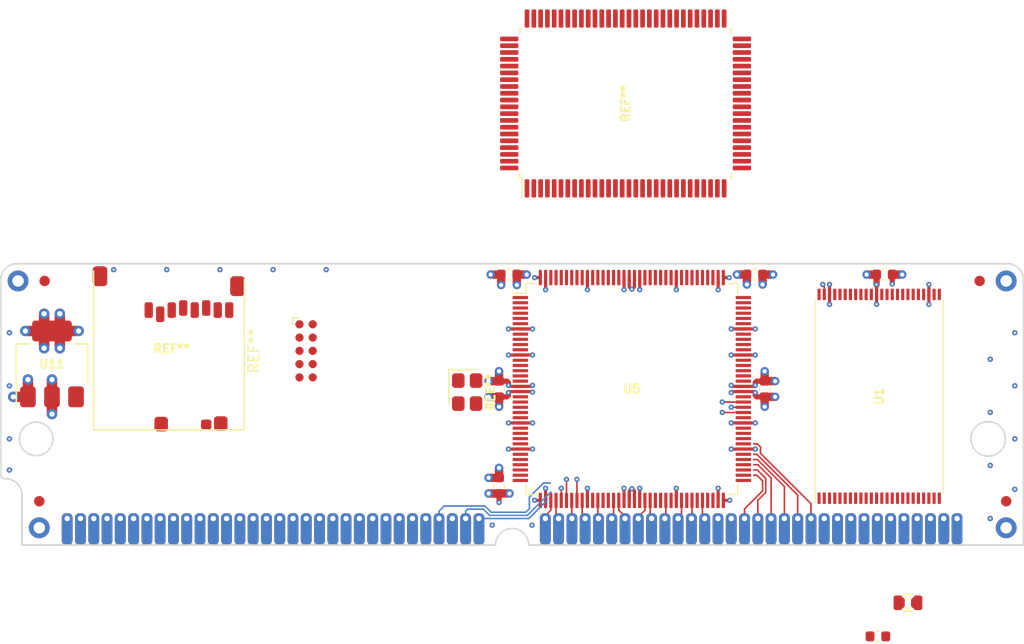
<source format=kicad_pcb>
(kicad_pcb (version 20171130) (host pcbnew "(5.1.5-0-10_14)")

  (general
    (thickness 1.6)
    (drawings 16)
    (tracks 305)
    (zones 0)
    (modules 31)
    (nets 163)
  )

  (page A4)
  (layers
    (0 F.Cu signal)
    (1 In1.Cu power)
    (2 In2.Cu signal)
    (31 B.Cu power)
    (32 B.Adhes user)
    (33 F.Adhes user)
    (34 B.Paste user)
    (35 F.Paste user)
    (36 B.SilkS user)
    (37 F.SilkS user)
    (38 B.Mask user)
    (39 F.Mask user)
    (40 Dwgs.User user)
    (41 Cmts.User user)
    (42 Eco1.User user)
    (43 Eco2.User user)
    (44 Edge.Cuts user)
    (45 Margin user)
    (46 B.CrtYd user)
    (47 F.CrtYd user)
    (48 B.Fab user)
    (49 F.Fab user)
  )

  (setup
    (last_trace_width 0.15)
    (user_trace_width 0.2)
    (user_trace_width 0.25)
    (user_trace_width 0.3)
    (user_trace_width 0.35)
    (user_trace_width 0.4)
    (user_trace_width 0.45)
    (user_trace_width 0.5)
    (user_trace_width 0.6)
    (user_trace_width 0.8)
    (user_trace_width 1)
    (trace_clearance 0.15)
    (zone_clearance 0.154)
    (zone_45_only no)
    (trace_min 0.15)
    (via_size 0.5)
    (via_drill 0.2)
    (via_min_size 0.5)
    (via_min_drill 0.2)
    (user_via 0.6 0.3)
    (user_via 0.8 0.4)
    (user_via 1 0.5)
    (uvia_size 0.3)
    (uvia_drill 0.1)
    (uvias_allowed no)
    (uvia_min_size 0.2)
    (uvia_min_drill 0.1)
    (edge_width 0.15)
    (segment_width 0.2)
    (pcb_text_width 0.3)
    (pcb_text_size 1.5 1.5)
    (mod_edge_width 0.15)
    (mod_text_size 1 1)
    (mod_text_width 0.15)
    (pad_size 0.3 1.475)
    (pad_drill 0)
    (pad_to_mask_clearance 0.0762)
    (solder_mask_min_width 0.1524)
    (pad_to_paste_clearance -0.0381)
    (aux_axis_origin 0 0)
    (visible_elements FFFFF7FF)
    (pcbplotparams
      (layerselection 0x010fc_ffffffff)
      (usegerberextensions true)
      (usegerberattributes false)
      (usegerberadvancedattributes false)
      (creategerberjobfile false)
      (excludeedgelayer true)
      (linewidth 0.100000)
      (plotframeref false)
      (viasonmask false)
      (mode 1)
      (useauxorigin false)
      (hpglpennumber 1)
      (hpglpenspeed 20)
      (hpglpendiameter 15.000000)
      (psnegative false)
      (psa4output false)
      (plotreference true)
      (plotvalue true)
      (plotinvisibletext false)
      (padsonsilk false)
      (subtractmaskfromsilk true)
      (outputformat 1)
      (mirror false)
      (drillshape 0)
      (scaleselection 1)
      (outputdirectory "gerber/"))
  )

  (net 0 "")
  (net 1 +5V)
  (net 2 /D0)
  (net 3 /D1)
  (net 4 /~WE~)
  (net 5 /D2)
  (net 6 /D3)
  (net 7 GND)
  (net 8 /D4)
  (net 9 /D5)
  (net 10 /D6)
  (net 11 /A11)
  (net 12 /D7)
  (net 13 /A0)
  (net 14 /A1)
  (net 15 /A2)
  (net 16 /A3)
  (net 17 /A4)
  (net 18 /A5)
  (net 19 /A6)
  (net 20 /A7)
  (net 21 /~CS~)
  (net 22 /~OE~)
  (net 23 /D8)
  (net 24 /D9)
  (net 25 /D10)
  (net 26 /D11)
  (net 27 /D12)
  (net 28 /D13)
  (net 29 /D14)
  (net 30 /D15)
  (net 31 /A8)
  (net 32 /A9)
  (net 33 /A10)
  (net 34 /A12)
  (net 35 /A13)
  (net 36 /A14)
  (net 37 /A15)
  (net 38 /A16)
  (net 39 /A17)
  (net 40 /A18)
  (net 41 /A19)
  (net 42 /A20)
  (net 43 /A21)
  (net 44 /A22)
  (net 45 /D16)
  (net 46 /D17)
  (net 47 /D18)
  (net 48 /D19)
  (net 49 /D20)
  (net 50 /D21)
  (net 51 /D22)
  (net 52 /D23)
  (net 53 /D24)
  (net 54 /D25)
  (net 55 /D26)
  (net 56 /D27)
  (net 57 /D28)
  (net 58 /D29)
  (net 59 /D30)
  (net 60 /D31)
  (net 61 +3V3)
  (net 62 /RD23)
  (net 63 /RD22)
  (net 64 /RD21)
  (net 65 /RD20)
  (net 66 /RD19)
  (net 67 /RD18)
  (net 68 /RD17)
  (net 69 /RD16)
  (net 70 /RD24)
  (net 71 /RD25)
  (net 72 /RD26)
  (net 73 /RD27)
  (net 74 /RD28)
  (net 75 /RD29)
  (net 76 /RD30)
  (net 77 /RD31)
  (net 78 /RA7)
  (net 79 /RA6)
  (net 80 /RA5)
  (net 81 /RA4)
  (net 82 /RA3)
  (net 83 /RA2)
  (net 84 /RA1)
  (net 85 /RA0)
  (net 86 /R~CS~)
  (net 87 /R~OE~)
  (net 88 /R~WE~)
  (net 89 /RA8)
  (net 90 /RA9)
  (net 91 /RA17)
  (net 92 /RA16)
  (net 93 /RA15)
  (net 94 /RA14)
  (net 95 /RA13)
  (net 96 /RA12)
  (net 97 /RA11)
  (net 98 /RA10)
  (net 99 /RA18)
  (net 100 /RA19)
  (net 101 /RA20)
  (net 102 /RA21)
  (net 103 /RA22)
  (net 104 "Net-(U2-Pad15)")
  (net 105 "Net-(J1-Pad63)")
  (net 106 /RA23)
  (net 107 "Net-(U5-Pad108)")
  (net 108 "Net-(U5-Pad92)")
  (net 109 "Net-(U5-Pad89)")
  (net 110 "Net-(U5-Pad73)")
  (net 111 "Net-(U5-Pad36)")
  (net 112 "Net-(U5-Pad24)")
  (net 113 "Net-(U5-Pad23)")
  (net 114 "Net-(U5-Pad22)")
  (net 115 "Net-(U5-Pad21)")
  (net 116 "Net-(U5-Pad10)")
  (net 117 "Net-(U5-Pad9)")
  (net 118 "Net-(U5-Pad8)")
  (net 119 "Net-(U5-Pad6)")
  (net 120 "Net-(U5-Pad5)")
  (net 121 "Net-(U5-Pad4)")
  (net 122 "Net-(U5-Pad3)")
  (net 123 "Net-(U5-Pad2)")
  (net 124 "Net-(U5-Pad1)")
  (net 125 "Net-(U5-Pad119)")
  (net 126 "Net-(U5-Pad117)")
  (net 127 "Net-(U5-Pad116)")
  (net 128 "Net-(U5-Pad115)")
  (net 129 "Net-(U5-Pad131)")
  (net 130 "Net-(U5-Pad130)")
  (net 131 "Net-(U5-Pad129)")
  (net 132 "Net-(U5-Pad124)")
  (net 133 "Net-(U5-Pad123)")
  (net 134 "Net-(U5-Pad122)")
  (net 135 "Net-(U5-Pad121)")
  (net 136 "Net-(U5-Pad120)")
  (net 137 "Net-(U5-Pad114)")
  (net 138 "Net-(U5-Pad49)")
  (net 139 "Net-(U5-Pad47)")
  (net 140 "Net-(U5-Pad78)")
  (net 141 "Net-(U5-Pad77)")
  (net 142 "Net-(U5-Pad76)")
  (net 143 "Net-(U5-Pad75)")
  (net 144 "Net-(U5-Pad74)")
  (net 145 "Net-(U5-Pad70)")
  (net 146 "Net-(U5-Pad69)")
  (net 147 "Net-(U5-Pad67)")
  (net 148 "Net-(U5-Pad65)")
  (net 149 "Net-(U5-Pad62)")
  (net 150 "Net-(U5-Pad60)")
  (net 151 "Net-(U5-Pad59)")
  (net 152 "Net-(U5-Pad50)")
  (net 153 "Net-(U5-Pad35)")
  (net 154 "Net-(U5-Pad34)")
  (net 155 "Net-(U5-Pad33)")
  (net 156 "Net-(U5-Pad32)")
  (net 157 "Net-(U5-Pad31)")
  (net 158 "Net-(U5-Pad29)")
  (net 159 "Net-(U5-Pad28)")
  (net 160 "Net-(U5-Pad27)")
  (net 161 "Net-(U5-Pad26)")
  (net 162 /Clk)

  (net_class Default "This is the default net class."
    (clearance 0.15)
    (trace_width 0.15)
    (via_dia 0.5)
    (via_drill 0.2)
    (uvia_dia 0.3)
    (uvia_drill 0.1)
    (add_net +3V3)
    (add_net +5V)
    (add_net /A0)
    (add_net /A1)
    (add_net /A10)
    (add_net /A11)
    (add_net /A12)
    (add_net /A13)
    (add_net /A14)
    (add_net /A15)
    (add_net /A16)
    (add_net /A17)
    (add_net /A18)
    (add_net /A19)
    (add_net /A2)
    (add_net /A20)
    (add_net /A21)
    (add_net /A22)
    (add_net /A3)
    (add_net /A4)
    (add_net /A5)
    (add_net /A6)
    (add_net /A7)
    (add_net /A8)
    (add_net /A9)
    (add_net /Clk)
    (add_net /D0)
    (add_net /D1)
    (add_net /D10)
    (add_net /D11)
    (add_net /D12)
    (add_net /D13)
    (add_net /D14)
    (add_net /D15)
    (add_net /D16)
    (add_net /D17)
    (add_net /D18)
    (add_net /D19)
    (add_net /D2)
    (add_net /D20)
    (add_net /D21)
    (add_net /D22)
    (add_net /D23)
    (add_net /D24)
    (add_net /D25)
    (add_net /D26)
    (add_net /D27)
    (add_net /D28)
    (add_net /D29)
    (add_net /D3)
    (add_net /D30)
    (add_net /D31)
    (add_net /D4)
    (add_net /D5)
    (add_net /D6)
    (add_net /D7)
    (add_net /D8)
    (add_net /D9)
    (add_net /RA0)
    (add_net /RA1)
    (add_net /RA10)
    (add_net /RA11)
    (add_net /RA12)
    (add_net /RA13)
    (add_net /RA14)
    (add_net /RA15)
    (add_net /RA16)
    (add_net /RA17)
    (add_net /RA18)
    (add_net /RA19)
    (add_net /RA2)
    (add_net /RA20)
    (add_net /RA21)
    (add_net /RA22)
    (add_net /RA23)
    (add_net /RA3)
    (add_net /RA4)
    (add_net /RA5)
    (add_net /RA6)
    (add_net /RA7)
    (add_net /RA8)
    (add_net /RA9)
    (add_net /RD16)
    (add_net /RD17)
    (add_net /RD18)
    (add_net /RD19)
    (add_net /RD20)
    (add_net /RD21)
    (add_net /RD22)
    (add_net /RD23)
    (add_net /RD24)
    (add_net /RD25)
    (add_net /RD26)
    (add_net /RD27)
    (add_net /RD28)
    (add_net /RD29)
    (add_net /RD30)
    (add_net /RD31)
    (add_net /R~CS~)
    (add_net /R~OE~)
    (add_net /R~WE~)
    (add_net /~CS~)
    (add_net /~OE~)
    (add_net /~WE~)
    (add_net GND)
    (add_net "Net-(J1-Pad63)")
    (add_net "Net-(U2-Pad15)")
    (add_net "Net-(U5-Pad1)")
    (add_net "Net-(U5-Pad10)")
    (add_net "Net-(U5-Pad108)")
    (add_net "Net-(U5-Pad114)")
    (add_net "Net-(U5-Pad115)")
    (add_net "Net-(U5-Pad116)")
    (add_net "Net-(U5-Pad117)")
    (add_net "Net-(U5-Pad119)")
    (add_net "Net-(U5-Pad120)")
    (add_net "Net-(U5-Pad121)")
    (add_net "Net-(U5-Pad122)")
    (add_net "Net-(U5-Pad123)")
    (add_net "Net-(U5-Pad124)")
    (add_net "Net-(U5-Pad129)")
    (add_net "Net-(U5-Pad130)")
    (add_net "Net-(U5-Pad131)")
    (add_net "Net-(U5-Pad2)")
    (add_net "Net-(U5-Pad21)")
    (add_net "Net-(U5-Pad22)")
    (add_net "Net-(U5-Pad23)")
    (add_net "Net-(U5-Pad24)")
    (add_net "Net-(U5-Pad26)")
    (add_net "Net-(U5-Pad27)")
    (add_net "Net-(U5-Pad28)")
    (add_net "Net-(U5-Pad29)")
    (add_net "Net-(U5-Pad3)")
    (add_net "Net-(U5-Pad31)")
    (add_net "Net-(U5-Pad32)")
    (add_net "Net-(U5-Pad33)")
    (add_net "Net-(U5-Pad34)")
    (add_net "Net-(U5-Pad35)")
    (add_net "Net-(U5-Pad36)")
    (add_net "Net-(U5-Pad4)")
    (add_net "Net-(U5-Pad47)")
    (add_net "Net-(U5-Pad49)")
    (add_net "Net-(U5-Pad5)")
    (add_net "Net-(U5-Pad50)")
    (add_net "Net-(U5-Pad59)")
    (add_net "Net-(U5-Pad6)")
    (add_net "Net-(U5-Pad60)")
    (add_net "Net-(U5-Pad62)")
    (add_net "Net-(U5-Pad65)")
    (add_net "Net-(U5-Pad67)")
    (add_net "Net-(U5-Pad69)")
    (add_net "Net-(U5-Pad70)")
    (add_net "Net-(U5-Pad73)")
    (add_net "Net-(U5-Pad74)")
    (add_net "Net-(U5-Pad75)")
    (add_net "Net-(U5-Pad76)")
    (add_net "Net-(U5-Pad77)")
    (add_net "Net-(U5-Pad78)")
    (add_net "Net-(U5-Pad8)")
    (add_net "Net-(U5-Pad89)")
    (add_net "Net-(U5-Pad9)")
    (add_net "Net-(U5-Pad92)")
  )

  (module stdpads:PQFP-100_14x20mm_P0.65mm (layer F.Cu) (tedit 5EE29B95) (tstamp 5EF10A7E)
    (at 131.5 85.375 90)
    (descr "PQFP, 100 Pin (http://www.microsemi.com/index.php?option=com_docman&task=doc_download&gid=131095), generated with kicad-footprint-generator ipc_qfp_generator.py")
    (tags "PQFP QFP")
    (solder_mask_margin 0.024)
    (solder_paste_margin -0.05)
    (attr smd)
    (fp_text reference REF** (at 0 0 90) (layer F.Fab)
      (effects (font (size 0.8128 0.8128) (thickness 0.2032)))
    )
    (fp_text value PQFP-100_14x20mm_P0.65mm (at 0 12.95 90) (layer F.Fab)
      (effects (font (size 0.8128 0.8128) (thickness 0.2032)))
    )
    (fp_text user %R (at 0 0 90) (layer F.SilkS)
      (effects (font (size 0.8128 0.8128) (thickness 0.2032)))
    )
    (fp_line (start 9.25 9.92) (end 9.25 0) (layer F.CrtYd) (width 0.05))
    (fp_line (start 7.25 9.92) (end 9.25 9.92) (layer F.CrtYd) (width 0.05))
    (fp_line (start 7.25 10.25) (end 7.25 9.92) (layer F.CrtYd) (width 0.05))
    (fp_line (start 6.68 10.25) (end 7.25 10.25) (layer F.CrtYd) (width 0.05))
    (fp_line (start 6.68 12.25) (end 6.68 10.25) (layer F.CrtYd) (width 0.05))
    (fp_line (start 0 12.25) (end 6.68 12.25) (layer F.CrtYd) (width 0.05))
    (fp_line (start -9.25 9.92) (end -9.25 0) (layer F.CrtYd) (width 0.05))
    (fp_line (start -7.25 9.92) (end -9.25 9.92) (layer F.CrtYd) (width 0.05))
    (fp_line (start -7.25 10.25) (end -7.25 9.92) (layer F.CrtYd) (width 0.05))
    (fp_line (start -6.68 10.25) (end -7.25 10.25) (layer F.CrtYd) (width 0.05))
    (fp_line (start -6.68 12.25) (end -6.68 10.25) (layer F.CrtYd) (width 0.05))
    (fp_line (start 0 12.25) (end -6.68 12.25) (layer F.CrtYd) (width 0.05))
    (fp_line (start 9.25 -9.92) (end 9.25 0) (layer F.CrtYd) (width 0.05))
    (fp_line (start 7.25 -9.92) (end 9.25 -9.92) (layer F.CrtYd) (width 0.05))
    (fp_line (start 7.25 -10.25) (end 7.25 -9.92) (layer F.CrtYd) (width 0.05))
    (fp_line (start 6.68 -10.25) (end 7.25 -10.25) (layer F.CrtYd) (width 0.05))
    (fp_line (start 6.68 -12.25) (end 6.68 -10.25) (layer F.CrtYd) (width 0.05))
    (fp_line (start 0 -12.25) (end 6.68 -12.25) (layer F.CrtYd) (width 0.05))
    (fp_line (start -9.25 -9.92) (end -9.25 0) (layer F.CrtYd) (width 0.05))
    (fp_line (start -7.25 -9.92) (end -9.25 -9.92) (layer F.CrtYd) (width 0.05))
    (fp_line (start -7.25 -10.25) (end -7.25 -9.92) (layer F.CrtYd) (width 0.05))
    (fp_line (start -6.68 -10.25) (end -7.25 -10.25) (layer F.CrtYd) (width 0.05))
    (fp_line (start -6.68 -12.25) (end -6.68 -10.25) (layer F.CrtYd) (width 0.05))
    (fp_line (start 0 -12.25) (end -6.68 -12.25) (layer F.CrtYd) (width 0.05))
    (fp_line (start -7 -9) (end -6 -10) (layer F.Fab) (width 0.1))
    (fp_line (start -7 10) (end -7 -9) (layer F.Fab) (width 0.1))
    (fp_line (start 7 10) (end -7 10) (layer F.Fab) (width 0.1))
    (fp_line (start 7 -10) (end 7 10) (layer F.Fab) (width 0.1))
    (fp_line (start -6 -10) (end 7 -10) (layer F.Fab) (width 0.1))
    (fp_line (start -7.11 -9.935) (end -9 -9.935) (layer F.SilkS) (width 0.12))
    (fp_line (start 7.11 10.11) (end 7.11 9.935) (layer F.SilkS) (width 0.12))
    (fp_line (start 6.685 10.11) (end 7.11 10.11) (layer F.SilkS) (width 0.12))
    (fp_line (start -7.11 10.11) (end -7.11 9.935) (layer F.SilkS) (width 0.12))
    (fp_line (start -6.685 10.11) (end -7.11 10.11) (layer F.SilkS) (width 0.12))
    (fp_line (start 7.11 -10.11) (end 7.11 -9.935) (layer F.SilkS) (width 0.12))
    (fp_line (start 6.685 -10.11) (end 7.11 -10.11) (layer F.SilkS) (width 0.12))
    (fp_line (start -7.11 -10.11) (end -7.11 -9.935) (layer F.SilkS) (width 0.12))
    (fp_line (start -6.685 -10.11) (end -7.11 -10.11) (layer F.SilkS) (width 0.12))
    (pad 100 smd roundrect (at -6.175 -11.125 90) (size 0.45 1.75) (layers F.Cu F.Paste F.Mask) (roundrect_rratio 0.25))
    (pad 99 smd roundrect (at -5.525 -11.125 90) (size 0.45 1.75) (layers F.Cu F.Paste F.Mask) (roundrect_rratio 0.25))
    (pad 98 smd roundrect (at -4.875 -11.125 90) (size 0.45 1.75) (layers F.Cu F.Paste F.Mask) (roundrect_rratio 0.25))
    (pad 97 smd roundrect (at -4.225 -11.125 90) (size 0.45 1.75) (layers F.Cu F.Paste F.Mask) (roundrect_rratio 0.25))
    (pad 96 smd roundrect (at -3.575 -11.125 90) (size 0.45 1.75) (layers F.Cu F.Paste F.Mask) (roundrect_rratio 0.25))
    (pad 95 smd roundrect (at -2.925 -11.125 90) (size 0.45 1.75) (layers F.Cu F.Paste F.Mask) (roundrect_rratio 0.25))
    (pad 94 smd roundrect (at -2.275 -11.125 90) (size 0.45 1.75) (layers F.Cu F.Paste F.Mask) (roundrect_rratio 0.25))
    (pad 93 smd roundrect (at -1.625 -11.125 90) (size 0.45 1.75) (layers F.Cu F.Paste F.Mask) (roundrect_rratio 0.25))
    (pad 92 smd roundrect (at -0.975 -11.125 90) (size 0.45 1.75) (layers F.Cu F.Paste F.Mask) (roundrect_rratio 0.25))
    (pad 91 smd roundrect (at -0.325 -11.125 90) (size 0.45 1.75) (layers F.Cu F.Paste F.Mask) (roundrect_rratio 0.25))
    (pad 90 smd roundrect (at 0.325 -11.125 90) (size 0.45 1.75) (layers F.Cu F.Paste F.Mask) (roundrect_rratio 0.25))
    (pad 89 smd roundrect (at 0.975 -11.125 90) (size 0.45 1.75) (layers F.Cu F.Paste F.Mask) (roundrect_rratio 0.25))
    (pad 88 smd roundrect (at 1.625 -11.125 90) (size 0.45 1.75) (layers F.Cu F.Paste F.Mask) (roundrect_rratio 0.25))
    (pad 87 smd roundrect (at 2.275 -11.125 90) (size 0.45 1.75) (layers F.Cu F.Paste F.Mask) (roundrect_rratio 0.25))
    (pad 86 smd roundrect (at 2.925 -11.125 90) (size 0.45 1.75) (layers F.Cu F.Paste F.Mask) (roundrect_rratio 0.25))
    (pad 85 smd roundrect (at 3.575 -11.125 90) (size 0.45 1.75) (layers F.Cu F.Paste F.Mask) (roundrect_rratio 0.25))
    (pad 84 smd roundrect (at 4.225 -11.125 90) (size 0.45 1.75) (layers F.Cu F.Paste F.Mask) (roundrect_rratio 0.25))
    (pad 83 smd roundrect (at 4.875 -11.125 90) (size 0.45 1.75) (layers F.Cu F.Paste F.Mask) (roundrect_rratio 0.25))
    (pad 82 smd roundrect (at 5.525 -11.125 90) (size 0.45 1.75) (layers F.Cu F.Paste F.Mask) (roundrect_rratio 0.25))
    (pad 81 smd roundrect (at 6.175 -11.125 90) (size 0.45 1.75) (layers F.Cu F.Paste F.Mask) (roundrect_rratio 0.25))
    (pad 80 smd roundrect (at 8.125 -9.425 90) (size 1.75 0.45) (layers F.Cu F.Paste F.Mask) (roundrect_rratio 0.25))
    (pad 79 smd roundrect (at 8.125 -8.775 90) (size 1.75 0.45) (layers F.Cu F.Paste F.Mask) (roundrect_rratio 0.25))
    (pad 78 smd roundrect (at 8.125 -8.125 90) (size 1.75 0.45) (layers F.Cu F.Paste F.Mask) (roundrect_rratio 0.25))
    (pad 77 smd roundrect (at 8.125 -7.475 90) (size 1.75 0.45) (layers F.Cu F.Paste F.Mask) (roundrect_rratio 0.25))
    (pad 76 smd roundrect (at 8.125 -6.825 90) (size 1.75 0.45) (layers F.Cu F.Paste F.Mask) (roundrect_rratio 0.25))
    (pad 75 smd roundrect (at 8.125 -6.175 90) (size 1.75 0.45) (layers F.Cu F.Paste F.Mask) (roundrect_rratio 0.25))
    (pad 74 smd roundrect (at 8.125 -5.525 90) (size 1.75 0.45) (layers F.Cu F.Paste F.Mask) (roundrect_rratio 0.25))
    (pad 73 smd roundrect (at 8.125 -4.875 90) (size 1.75 0.45) (layers F.Cu F.Paste F.Mask) (roundrect_rratio 0.25))
    (pad 72 smd roundrect (at 8.125 -4.225 90) (size 1.75 0.45) (layers F.Cu F.Paste F.Mask) (roundrect_rratio 0.25))
    (pad 71 smd roundrect (at 8.125 -3.575 90) (size 1.75 0.45) (layers F.Cu F.Paste F.Mask) (roundrect_rratio 0.25))
    (pad 70 smd roundrect (at 8.125 -2.925 90) (size 1.75 0.45) (layers F.Cu F.Paste F.Mask) (roundrect_rratio 0.25))
    (pad 69 smd roundrect (at 8.125 -2.275 90) (size 1.75 0.45) (layers F.Cu F.Paste F.Mask) (roundrect_rratio 0.25))
    (pad 68 smd roundrect (at 8.125 -1.625 90) (size 1.75 0.45) (layers F.Cu F.Paste F.Mask) (roundrect_rratio 0.25))
    (pad 67 smd roundrect (at 8.125 -0.975 90) (size 1.75 0.45) (layers F.Cu F.Paste F.Mask) (roundrect_rratio 0.25))
    (pad 66 smd roundrect (at 8.125 -0.325 90) (size 1.75 0.45) (layers F.Cu F.Paste F.Mask) (roundrect_rratio 0.25))
    (pad 65 smd roundrect (at 8.125 0.325 90) (size 1.75 0.45) (layers F.Cu F.Paste F.Mask) (roundrect_rratio 0.25))
    (pad 64 smd roundrect (at 8.125 0.975 90) (size 1.75 0.45) (layers F.Cu F.Paste F.Mask) (roundrect_rratio 0.25))
    (pad 63 smd roundrect (at 8.125 1.625 90) (size 1.75 0.45) (layers F.Cu F.Paste F.Mask) (roundrect_rratio 0.25))
    (pad 62 smd roundrect (at 8.125 2.275 90) (size 1.75 0.45) (layers F.Cu F.Paste F.Mask) (roundrect_rratio 0.25))
    (pad 61 smd roundrect (at 8.125 2.925 90) (size 1.75 0.45) (layers F.Cu F.Paste F.Mask) (roundrect_rratio 0.25))
    (pad 60 smd roundrect (at 8.125 3.575 90) (size 1.75 0.45) (layers F.Cu F.Paste F.Mask) (roundrect_rratio 0.25))
    (pad 59 smd roundrect (at 8.125 4.225 90) (size 1.75 0.45) (layers F.Cu F.Paste F.Mask) (roundrect_rratio 0.25))
    (pad 58 smd roundrect (at 8.125 4.875 90) (size 1.75 0.45) (layers F.Cu F.Paste F.Mask) (roundrect_rratio 0.25))
    (pad 57 smd roundrect (at 8.125 5.525 90) (size 1.75 0.45) (layers F.Cu F.Paste F.Mask) (roundrect_rratio 0.25))
    (pad 56 smd roundrect (at 8.125 6.175 90) (size 1.75 0.45) (layers F.Cu F.Paste F.Mask) (roundrect_rratio 0.25))
    (pad 55 smd roundrect (at 8.125 6.825 90) (size 1.75 0.45) (layers F.Cu F.Paste F.Mask) (roundrect_rratio 0.25))
    (pad 54 smd roundrect (at 8.125 7.475 90) (size 1.75 0.45) (layers F.Cu F.Paste F.Mask) (roundrect_rratio 0.25))
    (pad 53 smd roundrect (at 8.125 8.125 90) (size 1.75 0.45) (layers F.Cu F.Paste F.Mask) (roundrect_rratio 0.25))
    (pad 52 smd roundrect (at 8.125 8.775 90) (size 1.75 0.45) (layers F.Cu F.Paste F.Mask) (roundrect_rratio 0.25))
    (pad 51 smd roundrect (at 8.125 9.425 90) (size 1.75 0.45) (layers F.Cu F.Paste F.Mask) (roundrect_rratio 0.25))
    (pad 50 smd roundrect (at 6.175 11.125 90) (size 0.45 1.75) (layers F.Cu F.Paste F.Mask) (roundrect_rratio 0.25))
    (pad 49 smd roundrect (at 5.525 11.125 90) (size 0.45 1.75) (layers F.Cu F.Paste F.Mask) (roundrect_rratio 0.25))
    (pad 48 smd roundrect (at 4.875 11.125 90) (size 0.45 1.75) (layers F.Cu F.Paste F.Mask) (roundrect_rratio 0.25))
    (pad 47 smd roundrect (at 4.225 11.125 90) (size 0.45 1.75) (layers F.Cu F.Paste F.Mask) (roundrect_rratio 0.25))
    (pad 46 smd roundrect (at 3.575 11.125 90) (size 0.45 1.75) (layers F.Cu F.Paste F.Mask) (roundrect_rratio 0.25))
    (pad 45 smd roundrect (at 2.925 11.125 90) (size 0.45 1.75) (layers F.Cu F.Paste F.Mask) (roundrect_rratio 0.25))
    (pad 44 smd roundrect (at 2.275 11.125 90) (size 0.45 1.75) (layers F.Cu F.Paste F.Mask) (roundrect_rratio 0.25))
    (pad 43 smd roundrect (at 1.625 11.125 90) (size 0.45 1.75) (layers F.Cu F.Paste F.Mask) (roundrect_rratio 0.25))
    (pad 42 smd roundrect (at 0.975 11.125 90) (size 0.45 1.75) (layers F.Cu F.Paste F.Mask) (roundrect_rratio 0.25))
    (pad 41 smd roundrect (at 0.325 11.125 90) (size 0.45 1.75) (layers F.Cu F.Paste F.Mask) (roundrect_rratio 0.25))
    (pad 40 smd roundrect (at -0.325 11.125 90) (size 0.45 1.75) (layers F.Cu F.Paste F.Mask) (roundrect_rratio 0.25))
    (pad 39 smd roundrect (at -0.975 11.125 90) (size 0.45 1.75) (layers F.Cu F.Paste F.Mask) (roundrect_rratio 0.25))
    (pad 38 smd roundrect (at -1.625 11.125 90) (size 0.45 1.75) (layers F.Cu F.Paste F.Mask) (roundrect_rratio 0.25))
    (pad 37 smd roundrect (at -2.275 11.125 90) (size 0.45 1.75) (layers F.Cu F.Paste F.Mask) (roundrect_rratio 0.25))
    (pad 36 smd roundrect (at -2.925 11.125 90) (size 0.45 1.75) (layers F.Cu F.Paste F.Mask) (roundrect_rratio 0.25))
    (pad 35 smd roundrect (at -3.575 11.125 90) (size 0.45 1.75) (layers F.Cu F.Paste F.Mask) (roundrect_rratio 0.25))
    (pad 34 smd roundrect (at -4.225 11.125 90) (size 0.45 1.75) (layers F.Cu F.Paste F.Mask) (roundrect_rratio 0.25))
    (pad 33 smd roundrect (at -4.875 11.125 90) (size 0.45 1.75) (layers F.Cu F.Paste F.Mask) (roundrect_rratio 0.25))
    (pad 32 smd roundrect (at -5.525 11.125 90) (size 0.45 1.75) (layers F.Cu F.Paste F.Mask) (roundrect_rratio 0.25))
    (pad 31 smd roundrect (at -6.175 11.125 90) (size 0.45 1.75) (layers F.Cu F.Paste F.Mask) (roundrect_rratio 0.25))
    (pad 30 smd roundrect (at -8.125 9.425 90) (size 1.75 0.45) (layers F.Cu F.Paste F.Mask) (roundrect_rratio 0.25))
    (pad 29 smd roundrect (at -8.125 8.775 90) (size 1.75 0.45) (layers F.Cu F.Paste F.Mask) (roundrect_rratio 0.25))
    (pad 28 smd roundrect (at -8.125 8.125 90) (size 1.75 0.45) (layers F.Cu F.Paste F.Mask) (roundrect_rratio 0.25))
    (pad 27 smd roundrect (at -8.125 7.475 90) (size 1.75 0.45) (layers F.Cu F.Paste F.Mask) (roundrect_rratio 0.25))
    (pad 26 smd roundrect (at -8.125 6.825 90) (size 1.75 0.45) (layers F.Cu F.Paste F.Mask) (roundrect_rratio 0.25))
    (pad 25 smd roundrect (at -8.125 6.175 90) (size 1.75 0.45) (layers F.Cu F.Paste F.Mask) (roundrect_rratio 0.25))
    (pad 24 smd roundrect (at -8.125 5.525 90) (size 1.75 0.45) (layers F.Cu F.Paste F.Mask) (roundrect_rratio 0.25))
    (pad 23 smd roundrect (at -8.125 4.875 90) (size 1.75 0.45) (layers F.Cu F.Paste F.Mask) (roundrect_rratio 0.25))
    (pad 22 smd roundrect (at -8.125 4.225 90) (size 1.75 0.45) (layers F.Cu F.Paste F.Mask) (roundrect_rratio 0.25))
    (pad 21 smd roundrect (at -8.125 3.575 90) (size 1.75 0.45) (layers F.Cu F.Paste F.Mask) (roundrect_rratio 0.25))
    (pad 20 smd roundrect (at -8.125 2.925 90) (size 1.75 0.45) (layers F.Cu F.Paste F.Mask) (roundrect_rratio 0.25))
    (pad 19 smd roundrect (at -8.125 2.275 90) (size 1.75 0.45) (layers F.Cu F.Paste F.Mask) (roundrect_rratio 0.25))
    (pad 18 smd roundrect (at -8.125 1.625 90) (size 1.75 0.45) (layers F.Cu F.Paste F.Mask) (roundrect_rratio 0.25))
    (pad 17 smd roundrect (at -8.125 0.975 90) (size 1.75 0.45) (layers F.Cu F.Paste F.Mask) (roundrect_rratio 0.25))
    (pad 16 smd roundrect (at -8.125 0.325 90) (size 1.75 0.45) (layers F.Cu F.Paste F.Mask) (roundrect_rratio 0.25))
    (pad 15 smd roundrect (at -8.125 -0.325 90) (size 1.75 0.45) (layers F.Cu F.Paste F.Mask) (roundrect_rratio 0.25))
    (pad 14 smd roundrect (at -8.125 -0.975 90) (size 1.75 0.45) (layers F.Cu F.Paste F.Mask) (roundrect_rratio 0.25))
    (pad 13 smd roundrect (at -8.125 -1.625 90) (size 1.75 0.45) (layers F.Cu F.Paste F.Mask) (roundrect_rratio 0.25))
    (pad 12 smd roundrect (at -8.125 -2.275 90) (size 1.75 0.45) (layers F.Cu F.Paste F.Mask) (roundrect_rratio 0.25))
    (pad 11 smd roundrect (at -8.125 -2.925 90) (size 1.75 0.45) (layers F.Cu F.Paste F.Mask) (roundrect_rratio 0.25))
    (pad 10 smd roundrect (at -8.125 -3.575 90) (size 1.75 0.45) (layers F.Cu F.Paste F.Mask) (roundrect_rratio 0.25))
    (pad 9 smd roundrect (at -8.125 -4.225 90) (size 1.75 0.45) (layers F.Cu F.Paste F.Mask) (roundrect_rratio 0.25))
    (pad 8 smd roundrect (at -8.125 -4.875 90) (size 1.75 0.45) (layers F.Cu F.Paste F.Mask) (roundrect_rratio 0.25))
    (pad 7 smd roundrect (at -8.125 -5.525 90) (size 1.75 0.45) (layers F.Cu F.Paste F.Mask) (roundrect_rratio 0.25))
    (pad 6 smd roundrect (at -8.125 -6.175 90) (size 1.75 0.45) (layers F.Cu F.Paste F.Mask) (roundrect_rratio 0.25))
    (pad 5 smd roundrect (at -8.125 -6.825 90) (size 1.75 0.45) (layers F.Cu F.Paste F.Mask) (roundrect_rratio 0.25))
    (pad 4 smd roundrect (at -8.125 -7.475 90) (size 1.75 0.45) (layers F.Cu F.Paste F.Mask) (roundrect_rratio 0.25))
    (pad 3 smd roundrect (at -8.125 -8.125 90) (size 1.75 0.45) (layers F.Cu F.Paste F.Mask) (roundrect_rratio 0.25))
    (pad 2 smd roundrect (at -8.125 -8.775 90) (size 1.75 0.45) (layers F.Cu F.Paste F.Mask) (roundrect_rratio 0.25))
    (pad 1 smd roundrect (at -8.125 -9.425 90) (size 1.75 0.45) (layers F.Cu F.Paste F.Mask) (roundrect_rratio 0.25))
    (model ${KISYS3DMOD}/Package_QFP.3dshapes/PQFP-100_14x20mm_P0.65mm.wrl
      (at (xyz 0 0 0))
      (scale (xyz 1 1 1))
      (rotate (xyz 0 0 0))
    )
  )

  (module stdpads:Crystal_SMD_3225-4Pin_3.2x2.5mm (layer F.Cu) (tedit 5EBB4A2F) (tstamp 5EDA8A15)
    (at 116.35 113 270)
    (descr "SMD Crystal SERIES SMD3225/4 http://www.txccrystal.com/images/pdf/7m-accuracy.pdf, 3.2x2.5mm^2 package")
    (tags "SMD SMT crystal")
    (attr smd)
    (fp_text reference REF** (at 0 0 90) (layer F.Fab)
      (effects (font (size 0.508 0.508) (thickness 0.127)))
    )
    (fp_text value Crystal_SMD_3225-4Pin_3.2x2.5mm (at 0 2.1 90) (layer F.Fab)
      (effects (font (size 0.508 0.508) (thickness 0.127)))
    )
    (fp_line (start 2.1 -1.7) (end -2.1 -1.7) (layer F.CrtYd) (width 0.05))
    (fp_line (start 2.1 1.7) (end 2.1 -1.7) (layer F.CrtYd) (width 0.05))
    (fp_line (start -2.1 1.7) (end 2.1 1.7) (layer F.CrtYd) (width 0.05))
    (fp_line (start -2.1 -1.7) (end -2.1 1.7) (layer F.CrtYd) (width 0.05))
    (fp_line (start -2.15 1.75) (end 1.1 1.75) (layer F.SilkS) (width 0.1524))
    (fp_line (start -2.15 -0.85) (end -2.15 1.75) (layer F.SilkS) (width 0.1524))
    (fp_line (start -1.6 0.25) (end -0.6 1.25) (layer F.Fab) (width 0.1))
    (fp_line (start 1.6 -1.25) (end -1.6 -1.25) (layer F.Fab) (width 0.1))
    (fp_line (start 1.6 1.25) (end 1.6 -1.25) (layer F.Fab) (width 0.1))
    (fp_line (start -1.6 1.25) (end 1.6 1.25) (layer F.Fab) (width 0.1))
    (fp_line (start -1.6 -1.25) (end -1.6 1.25) (layer F.Fab) (width 0.1))
    (fp_text user %R (at 0 -2.25 90) (layer F.SilkS)
      (effects (font (size 0.8128 0.8128) (thickness 0.2032)))
    )
    (pad 4 smd roundrect (at -1.1 -0.85 270) (size 1.4 1.2) (layers F.Cu F.Paste F.Mask) (roundrect_rratio 0.25))
    (pad 3 smd roundrect (at 1.1 -0.85 270) (size 1.4 1.2) (layers F.Cu F.Paste F.Mask) (roundrect_rratio 0.25))
    (pad 2 smd roundrect (at 1.1 0.85 270) (size 1.4 1.2) (layers F.Cu F.Paste F.Mask) (roundrect_rratio 0.25))
    (pad 1 smd roundrect (at -1.1 0.85 270) (size 1.4 1.2) (layers F.Cu F.Paste F.Mask) (roundrect_rratio 0.25))
    (model ${KISYS3DMOD}/Crystal.3dshapes/Crystal_SMD_3225-4Pin_3.2x2.5mm.wrl
      (at (xyz 0 0 0))
      (scale (xyz 1 1 1))
      (rotate (xyz 0 0 0))
    )
  )

  (module Connector:Tag-Connect_TC2050-IDC-FP_2x05_P1.27mm_Vertical (layer F.Cu) (tedit 5A29CEC3) (tstamp 5ED9C734)
    (at 100.95 109.05 270)
    (descr "Tag-Connect programming header; http://www.tag-connect.com/Materials/TC2050-IDC-430%20Datasheet.pdf")
    (tags "tag connect programming header pogo pins")
    (attr virtual)
    (fp_text reference REF** (at 0 5 90) (layer F.SilkS)
      (effects (font (size 1 1) (thickness 0.15)))
    )
    (fp_text value Tag-Connect_TC2050-IDC-FP_2x05_P1.27mm_Vertical (at 0 -4.8 90) (layer F.Fab)
      (effects (font (size 1 1) (thickness 0.15)))
    )
    (fp_line (start 1.27 0.635) (end 2.54 -0.635) (layer Dwgs.User) (width 0.1))
    (fp_line (start 0.635 0.635) (end 1.905 -0.635) (layer Dwgs.User) (width 0.1))
    (fp_line (start 0 0.635) (end 1.27 -0.635) (layer Dwgs.User) (width 0.1))
    (fp_line (start -0.635 0.635) (end 0.635 -0.635) (layer Dwgs.User) (width 0.1))
    (fp_text user KEEPOUT (at 0 0 90) (layer Cmts.User)
      (effects (font (size 0.4 0.4) (thickness 0.07)))
    )
    (fp_line (start 1.905 0.635) (end 2.54 0) (layer Dwgs.User) (width 0.1))
    (fp_line (start -1.27 0.635) (end 0 -0.635) (layer Dwgs.User) (width 0.1))
    (fp_line (start -1.905 0.635) (end -0.635 -0.635) (layer Dwgs.User) (width 0.1))
    (fp_line (start -2.54 0) (end -1.905 -0.635) (layer Dwgs.User) (width 0.1))
    (fp_line (start -2.54 0.635) (end -1.27 -0.635) (layer Dwgs.User) (width 0.1))
    (fp_line (start -2.54 -0.635) (end 2.54 -0.635) (layer Dwgs.User) (width 0.1))
    (fp_line (start 2.54 -0.635) (end 2.54 0.635) (layer Dwgs.User) (width 0.1))
    (fp_line (start 2.54 0.635) (end -2.54 0.635) (layer Dwgs.User) (width 0.1))
    (fp_line (start -2.54 0.635) (end -2.54 -0.635) (layer Dwgs.User) (width 0.1))
    (fp_text user %R (at 0 0 90) (layer F.Fab)
      (effects (font (size 1 1) (thickness 0.15)))
    )
    (fp_line (start -5.5 -4.25) (end 4.75 -4.25) (layer F.CrtYd) (width 0.05))
    (fp_line (start 4.75 -4.25) (end 4.75 4.25) (layer F.CrtYd) (width 0.05))
    (fp_line (start 4.75 4.25) (end -5.5 4.25) (layer F.CrtYd) (width 0.05))
    (fp_line (start -5.5 4.25) (end -5.5 -4.25) (layer F.CrtYd) (width 0.05))
    (fp_line (start -2.54 1.27) (end -3.175 1.27) (layer F.SilkS) (width 0.12))
    (fp_line (start -3.175 1.27) (end -3.175 0.635) (layer F.SilkS) (width 0.12))
    (pad "" np_thru_hole circle (at 1.905 -2.54 270) (size 2.3749 2.3749) (drill 2.3749) (layers *.Cu *.Mask))
    (pad "" np_thru_hole circle (at 1.905 2.54 270) (size 2.3749 2.3749) (drill 2.3749) (layers *.Cu *.Mask))
    (pad "" np_thru_hole circle (at -3.81 2.54 270) (size 2.3749 2.3749) (drill 2.3749) (layers *.Cu *.Mask))
    (pad "" np_thru_hole circle (at -3.81 -2.54 270) (size 2.3749 2.3749) (drill 2.3749) (layers *.Cu *.Mask))
    (pad 10 connect circle (at -2.54 -0.635 270) (size 0.7874 0.7874) (layers F.Cu F.Mask))
    (pad 9 connect circle (at -1.27 -0.635 270) (size 0.7874 0.7874) (layers F.Cu F.Mask))
    (pad 8 connect circle (at 0 -0.635 270) (size 0.7874 0.7874) (layers F.Cu F.Mask))
    (pad 7 connect circle (at 1.27 -0.635 270) (size 0.7874 0.7874) (layers F.Cu F.Mask))
    (pad 6 connect circle (at 2.54 -0.635 270) (size 0.7874 0.7874) (layers F.Cu F.Mask))
    (pad 5 connect circle (at 2.54 0.635 270) (size 0.7874 0.7874) (layers F.Cu F.Mask))
    (pad 4 connect circle (at 1.27 0.635 270) (size 0.7874 0.7874) (layers F.Cu F.Mask))
    (pad 3 connect circle (at 0 0.635 270) (size 0.7874 0.7874) (layers F.Cu F.Mask))
    (pad 2 connect circle (at -1.27 0.635 270) (size 0.7874 0.7874) (layers F.Cu F.Mask))
    (pad 1 connect circle (at -2.54 0.635 270) (size 0.7874 0.7874) (layers F.Cu F.Mask))
    (pad "" np_thru_hole circle (at -3.81 0 270) (size 0.9906 0.9906) (drill 0.9906) (layers *.Cu *.Mask))
    (pad "" np_thru_hole circle (at 3.81 1.016 270) (size 0.9906 0.9906) (drill 0.9906) (layers *.Cu *.Mask))
    (pad "" np_thru_hole circle (at 3.81 -1.016 270) (size 0.9906 0.9906) (drill 0.9906) (layers *.Cu *.Mask))
  )

  (module stdpads:TSOP-I-48_18.4x12mm_P0.5mm (layer F.Cu) (tedit 5EC01335) (tstamp 5ED7BD3D)
    (at 155.75 113.4 90)
    (descr "TSOP I, 32 pins, 18.4x8mm body (https://www.micron.com/~/media/documents/products/technical-note/nor-flash/tn1225_land_pad_design.pdf)")
    (tags "TSOP I 32")
    (path /5EBFA0B8)
    (solder_mask_margin 0.025)
    (attr smd)
    (fp_text reference U1 (at 0 0 90) (layer F.Fab)
      (effects (font (size 0.8128 0.8128) (thickness 0.2032)))
    )
    (fp_text value MX29LV640 (at 0 1.25 90) (layer F.Fab)
      (effects (font (size 0.8128 0.8128) (thickness 0.2032)))
    )
    (fp_line (start -10.55 6.25) (end -10.55 -6.25) (layer F.CrtYd) (width 0.05))
    (fp_line (start 10.55 6.25) (end -10.55 6.25) (layer F.CrtYd) (width 0.05))
    (fp_line (start 10.55 -6.25) (end 10.55 6.25) (layer F.CrtYd) (width 0.05))
    (fp_line (start -10.55 -6.25) (end 10.55 -6.25) (layer F.CrtYd) (width 0.05))
    (fp_line (start -9.2 6.12) (end 9.2 6.12) (layer F.SilkS) (width 0.12))
    (fp_line (start 9.2 -6.12) (end -10.2 -6.12) (layer F.SilkS) (width 0.1))
    (fp_line (start -8.2 -6) (end -9.2 -5) (layer F.Fab) (width 0.1))
    (fp_text user %R (at 0 0 90) (layer F.SilkS)
      (effects (font (size 0.8128 0.8128) (thickness 0.2032)))
    )
    (fp_line (start 9.2 -6) (end 9.2 6) (layer F.Fab) (width 0.1))
    (fp_line (start 9.2 6) (end -9.2 6) (layer F.Fab) (width 0.1))
    (fp_line (start -9.2 6) (end -9.2 -5) (layer F.Fab) (width 0.1))
    (fp_line (start -8.2 -6) (end 9.2 -6) (layer F.Fab) (width 0.1))
    (pad 1 smd roundrect (at -9.75 -5.75 90) (size 1.1 0.3) (layers F.Cu F.Paste F.Mask) (roundrect_rratio 0.25)
      (net 91 /RA17))
    (pad 25 smd roundrect (at 9.75 5.75 90) (size 1.1 0.3) (layers F.Cu F.Paste F.Mask) (roundrect_rratio 0.25)
      (net 83 /RA2))
    (pad 2 smd roundrect (at -9.75 -5.25 90) (size 1.1 0.3) (layers F.Cu F.Paste F.Mask) (roundrect_rratio 0.25)
      (net 92 /RA16))
    (pad 3 smd roundrect (at -9.75 -4.75 90) (size 1.1 0.3) (layers F.Cu F.Paste F.Mask) (roundrect_rratio 0.25)
      (net 93 /RA15))
    (pad 4 smd roundrect (at -9.75 -4.25 90) (size 1.1 0.3) (layers F.Cu F.Paste F.Mask) (roundrect_rratio 0.25)
      (net 94 /RA14))
    (pad 5 smd roundrect (at -9.75 -3.75 90) (size 1.1 0.3) (layers F.Cu F.Paste F.Mask) (roundrect_rratio 0.25)
      (net 95 /RA13))
    (pad 6 smd roundrect (at -9.75 -3.25 90) (size 1.1 0.3) (layers F.Cu F.Paste F.Mask) (roundrect_rratio 0.25)
      (net 96 /RA12))
    (pad 7 smd roundrect (at -9.75 -2.75 90) (size 1.1 0.3) (layers F.Cu F.Paste F.Mask) (roundrect_rratio 0.25)
      (net 97 /RA11))
    (pad 8 smd roundrect (at -9.75 -2.25 90) (size 1.1 0.3) (layers F.Cu F.Paste F.Mask) (roundrect_rratio 0.25)
      (net 98 /RA10))
    (pad 9 smd roundrect (at -9.75 -1.75 90) (size 1.1 0.3) (layers F.Cu F.Paste F.Mask) (roundrect_rratio 0.25)
      (net 102 /RA21))
    (pad 10 smd roundrect (at -9.75 -1.25 90) (size 1.1 0.3) (layers F.Cu F.Paste F.Mask) (roundrect_rratio 0.25)
      (net 103 /RA22))
    (pad 11 smd roundrect (at -9.75 -0.75 90) (size 1.1 0.3) (layers F.Cu F.Paste F.Mask) (roundrect_rratio 0.25)
      (net 88 /R~WE~))
    (pad 12 smd roundrect (at -9.75 -0.25 90) (size 1.1 0.3) (layers F.Cu F.Paste F.Mask) (roundrect_rratio 0.25)
      (net 61 +3V3))
    (pad 13 smd roundrect (at -9.75 0.25 90) (size 1.1 0.3) (layers F.Cu F.Paste F.Mask) (roundrect_rratio 0.25)
      (net 106 /RA23))
    (pad 14 smd roundrect (at -9.75 0.75 90) (size 1.1 0.3) (layers F.Cu F.Paste F.Mask) (roundrect_rratio 0.25)
      (net 61 +3V3))
    (pad 15 smd roundrect (at -9.75 1.25 90) (size 1.1 0.3) (layers F.Cu F.Paste F.Mask) (roundrect_rratio 0.25)
      (net 104 "Net-(U2-Pad15)"))
    (pad 16 smd roundrect (at -9.75 1.75 90) (size 1.1 0.3) (layers F.Cu F.Paste F.Mask) (roundrect_rratio 0.25)
      (net 101 /RA20))
    (pad 17 smd roundrect (at -9.75 2.25 90) (size 1.1 0.3) (layers F.Cu F.Paste F.Mask) (roundrect_rratio 0.25)
      (net 100 /RA19))
    (pad 18 smd roundrect (at -9.75 2.75 90) (size 1.1 0.3) (layers F.Cu F.Paste F.Mask) (roundrect_rratio 0.25)
      (net 90 /RA9))
    (pad 19 smd roundrect (at -9.75 3.25 90) (size 1.1 0.3) (layers F.Cu F.Paste F.Mask) (roundrect_rratio 0.25)
      (net 89 /RA8))
    (pad 20 smd roundrect (at -9.75 3.75 90) (size 1.1 0.3) (layers F.Cu F.Paste F.Mask) (roundrect_rratio 0.25)
      (net 78 /RA7))
    (pad 21 smd roundrect (at -9.75 4.25 90) (size 1.1 0.3) (layers F.Cu F.Paste F.Mask) (roundrect_rratio 0.25)
      (net 79 /RA6))
    (pad 22 smd roundrect (at -9.75 4.75 90) (size 1.1 0.3) (layers F.Cu F.Paste F.Mask) (roundrect_rratio 0.25)
      (net 80 /RA5))
    (pad 23 smd roundrect (at -9.75 5.25 90) (size 1.1 0.3) (layers F.Cu F.Paste F.Mask) (roundrect_rratio 0.25)
      (net 81 /RA4))
    (pad 24 smd roundrect (at -9.75 5.75 90) (size 1.1 0.3) (layers F.Cu F.Paste F.Mask) (roundrect_rratio 0.25)
      (net 82 /RA3))
    (pad 26 smd roundrect (at 9.75 5.25 90) (size 1.1 0.3) (layers F.Cu F.Paste F.Mask) (roundrect_rratio 0.25)
      (net 86 /R~CS~))
    (pad 27 smd roundrect (at 9.75 4.75 90) (size 1.1 0.3) (layers F.Cu F.Paste F.Mask) (roundrect_rratio 0.25)
      (net 7 GND))
    (pad 28 smd roundrect (at 9.75 4.25 90) (size 1.1 0.3) (layers F.Cu F.Paste F.Mask) (roundrect_rratio 0.25)
      (net 87 /R~OE~))
    (pad 29 smd roundrect (at 9.75 3.75 90) (size 1.1 0.3) (layers F.Cu F.Paste F.Mask) (roundrect_rratio 0.25)
      (net 69 /RD16))
    (pad 30 smd roundrect (at 9.75 3.25 90) (size 1.1 0.3) (layers F.Cu F.Paste F.Mask) (roundrect_rratio 0.25)
      (net 70 /RD24))
    (pad 31 smd roundrect (at 9.75 2.75 90) (size 1.1 0.3) (layers F.Cu F.Paste F.Mask) (roundrect_rratio 0.25)
      (net 68 /RD17))
    (pad 32 smd roundrect (at 9.75 2.25 90) (size 1.1 0.3) (layers F.Cu F.Paste F.Mask) (roundrect_rratio 0.25)
      (net 71 /RD25))
    (pad 33 smd roundrect (at 9.75 1.75 90) (size 1.1 0.3) (layers F.Cu F.Paste F.Mask) (roundrect_rratio 0.25)
      (net 67 /RD18))
    (pad 34 smd roundrect (at 9.75 1.25 90) (size 1.1 0.3) (layers F.Cu F.Paste F.Mask) (roundrect_rratio 0.25)
      (net 72 /RD26))
    (pad 35 smd roundrect (at 9.75 0.75 90) (size 1.1 0.3) (layers F.Cu F.Paste F.Mask) (roundrect_rratio 0.25)
      (net 66 /RD19))
    (pad 36 smd roundrect (at 9.75 0.25 90) (size 1.1 0.3) (layers F.Cu F.Paste F.Mask) (roundrect_rratio 0.25)
      (net 73 /RD27))
    (pad 37 smd roundrect (at 9.75 -0.25 90) (size 1.1 0.3) (layers F.Cu F.Paste F.Mask) (roundrect_rratio 0.25)
      (net 61 +3V3))
    (pad 38 smd roundrect (at 9.75 -0.75 90) (size 1.1 0.3) (layers F.Cu F.Paste F.Mask) (roundrect_rratio 0.25)
      (net 65 /RD20))
    (pad 39 smd roundrect (at 9.75 -1.25 90) (size 1.1 0.3) (layers F.Cu F.Paste F.Mask) (roundrect_rratio 0.25)
      (net 74 /RD28))
    (pad 40 smd roundrect (at 9.75 -1.75 90) (size 1.1 0.3) (layers F.Cu F.Paste F.Mask) (roundrect_rratio 0.25)
      (net 64 /RD21))
    (pad 41 smd roundrect (at 9.75 -2.25 90) (size 1.1 0.3) (layers F.Cu F.Paste F.Mask) (roundrect_rratio 0.25)
      (net 75 /RD29))
    (pad 42 smd roundrect (at 9.75 -2.75 90) (size 1.1 0.3) (layers F.Cu F.Paste F.Mask) (roundrect_rratio 0.25)
      (net 63 /RD22))
    (pad 43 smd roundrect (at 9.75 -3.25 90) (size 1.1 0.3) (layers F.Cu F.Paste F.Mask) (roundrect_rratio 0.25)
      (net 76 /RD30))
    (pad 44 smd roundrect (at 9.75 -3.75 90) (size 1.1 0.3) (layers F.Cu F.Paste F.Mask) (roundrect_rratio 0.25)
      (net 62 /RD23))
    (pad 45 smd roundrect (at 9.75 -4.25 90) (size 1.1 0.3) (layers F.Cu F.Paste F.Mask) (roundrect_rratio 0.25)
      (net 77 /RD31))
    (pad 46 smd roundrect (at 9.75 -4.75 90) (size 1.1 0.3) (layers F.Cu F.Paste F.Mask) (roundrect_rratio 0.25)
      (net 7 GND))
    (pad 47 smd roundrect (at 9.75 -5.25 90) (size 1.1 0.3) (layers F.Cu F.Paste F.Mask) (roundrect_rratio 0.25)
      (net 61 +3V3))
    (pad 48 smd roundrect (at 9.75 -5.75 90) (size 1.1 0.3) (layers F.Cu F.Paste F.Mask) (roundrect_rratio 0.25)
      (net 99 /RA18))
    (model ${KISYS3DMOD}/Package_SO.3dshapes/TSOP-I-48_18.4x12mm_P0.5mm.wrl
      (at (xyz 0 0 0))
      (scale (xyz 1 1 1))
      (rotate (xyz 0 0 0))
    )
  )

  (module stdpads:MacIIROMSIMM_Edge (layer F.Cu) (tedit 5EBF8DAB) (tstamp 5ED43C5C)
    (at 120.65 127.635)
    (path /5EBE7CAB)
    (zone_connect 2)
    (fp_text reference J1 (at -0.5334 2.8702) (layer F.SilkS) hide
      (effects (font (size 1 1) (thickness 0.15)))
    )
    (fp_text value ROM (at -0.2032 1.0922) (layer F.Fab)
      (effects (font (size 1 1) (thickness 0.15)))
    )
    (fp_circle (center 45.5168 -10.16) (end 47.1043 -10.16) (layer Dwgs.User) (width 0.12))
    (fp_circle (center -45.5168 -10.16) (end -43.9293 -10.16) (layer Dwgs.User) (width 0.12))
    (fp_arc (start -48.4378 -4.7752) (end -46.863 -4.7752) (angle -90) (layer Dwgs.User) (width 0.12))
    (fp_line (start -48.4378 -6.35) (end -48.895 -6.35) (layer Dwgs.User) (width 0.12))
    (fp_line (start -46.863 0) (end -46.863 -4.7752) (layer Dwgs.User) (width 0.12))
    (fp_line (start 48.895 -12.7) (end 48.895 0) (layer Dwgs.User) (width 0.12))
    (fp_line (start -48.895 -6.35) (end -48.895 -12.7) (layer Dwgs.User) (width 0.12))
    (fp_line (start 1.5748 0) (end 48.895 0) (layer Dwgs.User) (width 0.12))
    (fp_line (start -1.5748 0) (end -46.863 0) (layer Dwgs.User) (width 0.12))
    (fp_arc (start 0 0) (end 1.5748 0) (angle -180) (layer Dwgs.User) (width 0.12))
    (pad 64 thru_hole roundrect (at 42.545 -2.54) (size 1.0414 3.048) (drill 0.508 (offset 0 1.016)) (layers *.Cu *.Mask) (roundrect_rratio 0.4)
      (net 7 GND) (zone_connect 2))
    (pad 63 thru_hole roundrect (at 41.275 -2.54) (size 1.0414 3.048) (drill 0.508 (offset 0 1.016)) (layers *.Cu *.Mask) (roundrect_rratio 0.4)
      (net 105 "Net-(J1-Pad63)") (zone_connect 2))
    (pad 62 thru_hole roundrect (at 40.005 -2.54) (size 1.0414 3.048) (drill 0.508 (offset 0 1.016)) (layers *.Cu *.Mask) (roundrect_rratio 0.4)
      (net 60 /D31) (zone_connect 2))
    (pad 61 thru_hole roundrect (at 38.735 -2.54) (size 1.0414 3.048) (drill 0.508 (offset 0 1.016)) (layers *.Cu *.Mask) (roundrect_rratio 0.4)
      (net 59 /D30) (zone_connect 2))
    (pad 60 thru_hole roundrect (at 37.465 -2.54) (size 1.0414 3.048) (drill 0.508 (offset 0 1.016)) (layers *.Cu *.Mask) (roundrect_rratio 0.4)
      (net 58 /D29) (zone_connect 2))
    (pad 59 thru_hole roundrect (at 36.195 -2.54) (size 1.0414 3.048) (drill 0.508 (offset 0 1.016)) (layers *.Cu *.Mask) (roundrect_rratio 0.4)
      (net 57 /D28) (zone_connect 2))
    (pad 58 thru_hole roundrect (at 34.925 -2.54) (size 1.0414 3.048) (drill 0.508 (offset 0 1.016)) (layers *.Cu *.Mask) (roundrect_rratio 0.4)
      (net 56 /D27) (zone_connect 2))
    (pad 57 thru_hole roundrect (at 33.655 -2.54) (size 1.0414 3.048) (drill 0.508 (offset 0 1.016)) (layers *.Cu *.Mask) (roundrect_rratio 0.4)
      (net 55 /D26) (zone_connect 2))
    (pad 56 thru_hole roundrect (at 32.385 -2.54) (size 1.0414 3.048) (drill 0.508 (offset 0 1.016)) (layers *.Cu *.Mask) (roundrect_rratio 0.4)
      (net 54 /D25) (zone_connect 2))
    (pad 55 thru_hole roundrect (at 31.115 -2.54) (size 1.0414 3.048) (drill 0.508 (offset 0 1.016)) (layers *.Cu *.Mask) (roundrect_rratio 0.4)
      (net 53 /D24) (zone_connect 2))
    (pad 54 thru_hole roundrect (at 29.845 -2.54) (size 1.0414 3.048) (drill 0.508 (offset 0 1.016)) (layers *.Cu *.Mask) (roundrect_rratio 0.4)
      (net 52 /D23) (zone_connect 2))
    (pad 53 thru_hole roundrect (at 28.575 -2.54) (size 1.0414 3.048) (drill 0.508 (offset 0 1.016)) (layers *.Cu *.Mask) (roundrect_rratio 0.4)
      (net 51 /D22) (zone_connect 2))
    (pad 52 thru_hole roundrect (at 27.305 -2.54) (size 1.0414 3.048) (drill 0.508 (offset 0 1.016)) (layers *.Cu *.Mask) (roundrect_rratio 0.4)
      (net 50 /D21) (zone_connect 2))
    (pad 51 thru_hole roundrect (at 26.035 -2.54) (size 1.0414 3.048) (drill 0.508 (offset 0 1.016)) (layers *.Cu *.Mask) (roundrect_rratio 0.4)
      (net 49 /D20) (zone_connect 2))
    (pad 50 thru_hole roundrect (at 24.765 -2.54) (size 1.0414 3.048) (drill 0.508 (offset 0 1.016)) (layers *.Cu *.Mask) (roundrect_rratio 0.4)
      (net 48 /D19) (zone_connect 2))
    (pad 49 thru_hole roundrect (at 23.495 -2.54) (size 1.0414 3.048) (drill 0.508 (offset 0 1.016)) (layers *.Cu *.Mask) (roundrect_rratio 0.4)
      (net 47 /D18) (zone_connect 2))
    (pad 48 thru_hole roundrect (at 22.225 -2.54) (size 1.0414 3.048) (drill 0.508 (offset 0 1.016)) (layers *.Cu *.Mask) (roundrect_rratio 0.4)
      (net 46 /D17) (zone_connect 2))
    (pad 47 thru_hole roundrect (at 20.955 -2.54) (size 1.0414 3.048) (drill 0.508 (offset 0 1.016)) (layers *.Cu *.Mask) (roundrect_rratio 0.4)
      (net 45 /D16) (zone_connect 2))
    (pad 46 thru_hole roundrect (at 19.685 -2.54) (size 1.0414 3.048) (drill 0.508 (offset 0 1.016)) (layers *.Cu *.Mask) (roundrect_rratio 0.4)
      (net 1 +5V) (zone_connect 2))
    (pad 45 thru_hole roundrect (at 18.415 -2.54) (size 1.0414 3.048) (drill 0.508 (offset 0 1.016)) (layers *.Cu *.Mask) (roundrect_rratio 0.4)
      (net 44 /A22) (zone_connect 2))
    (pad 44 thru_hole roundrect (at 17.145 -2.54) (size 1.0414 3.048) (drill 0.508 (offset 0 1.016)) (layers *.Cu *.Mask) (roundrect_rratio 0.4)
      (net 43 /A21) (zone_connect 2))
    (pad 43 thru_hole roundrect (at 15.875 -2.54) (size 1.0414 3.048) (drill 0.508 (offset 0 1.016)) (layers *.Cu *.Mask) (roundrect_rratio 0.4)
      (net 42 /A20) (zone_connect 2))
    (pad 42 thru_hole roundrect (at 14.605 -2.54) (size 1.0414 3.048) (drill 0.508 (offset 0 1.016)) (layers *.Cu *.Mask) (roundrect_rratio 0.4)
      (net 41 /A19) (zone_connect 2))
    (pad 41 thru_hole roundrect (at 13.335 -2.54) (size 1.0414 3.048) (drill 0.508 (offset 0 1.016)) (layers *.Cu *.Mask) (roundrect_rratio 0.4)
      (net 40 /A18) (zone_connect 2))
    (pad 40 thru_hole roundrect (at 12.065 -2.54) (size 1.0414 3.048) (drill 0.508 (offset 0 1.016)) (layers *.Cu *.Mask) (roundrect_rratio 0.4)
      (net 39 /A17) (zone_connect 2))
    (pad 39 thru_hole roundrect (at 10.795 -2.54) (size 1.0414 3.048) (drill 0.508 (offset 0 1.016)) (layers *.Cu *.Mask) (roundrect_rratio 0.4)
      (net 38 /A16) (zone_connect 2))
    (pad 38 thru_hole roundrect (at 9.525 -2.54) (size 1.0414 3.048) (drill 0.508 (offset 0 1.016)) (layers *.Cu *.Mask) (roundrect_rratio 0.4)
      (net 37 /A15) (zone_connect 2))
    (pad 37 thru_hole roundrect (at 8.255 -2.54) (size 1.0414 3.048) (drill 0.508 (offset 0 1.016)) (layers *.Cu *.Mask) (roundrect_rratio 0.4)
      (net 36 /A14) (zone_connect 2))
    (pad 36 thru_hole roundrect (at 6.985 -2.54) (size 1.0414 3.048) (drill 0.508 (offset 0 1.016)) (layers *.Cu *.Mask) (roundrect_rratio 0.4)
      (net 35 /A13) (zone_connect 2))
    (pad 35 thru_hole roundrect (at 5.715 -2.54) (size 1.0414 3.048) (drill 0.508 (offset 0 1.016)) (layers *.Cu *.Mask) (roundrect_rratio 0.4)
      (net 34 /A12) (zone_connect 2))
    (pad 34 thru_hole roundrect (at 4.445 -2.54) (size 1.0414 3.048) (drill 0.508 (offset 0 1.016)) (layers *.Cu *.Mask) (roundrect_rratio 0.4)
      (net 11 /A11) (zone_connect 2))
    (pad 33 thru_hole roundrect (at 3.175 -2.54) (size 1.0414 3.048) (drill 0.508 (offset 0 1.016)) (layers *.Cu *.Mask) (roundrect_rratio 0.4)
      (net 33 /A10) (zone_connect 2))
    (pad 32 thru_hole roundrect (at -3.175 -2.54) (size 1.0414 3.048) (drill 0.508 (offset 0 1.016)) (layers *.Cu *.Mask) (roundrect_rratio 0.4)
      (net 32 /A9) (zone_connect 2))
    (pad 31 thru_hole roundrect (at -4.445 -2.54) (size 1.0414 3.048) (drill 0.508 (offset 0 1.016)) (layers *.Cu *.Mask) (roundrect_rratio 0.4)
      (net 31 /A8) (zone_connect 2))
    (pad 30 thru_hole roundrect (at -5.715 -2.54) (size 1.0414 3.048) (drill 0.508 (offset 0 1.016)) (layers *.Cu *.Mask) (roundrect_rratio 0.4)
      (net 7 GND) (zone_connect 2))
    (pad 29 thru_hole roundrect (at -6.985 -2.54) (size 1.0414 3.048) (drill 0.508 (offset 0 1.016)) (layers *.Cu *.Mask) (roundrect_rratio 0.4)
      (net 30 /D15) (zone_connect 2))
    (pad 28 thru_hole roundrect (at -8.255 -2.54) (size 1.0414 3.048) (drill 0.508 (offset 0 1.016)) (layers *.Cu *.Mask) (roundrect_rratio 0.4)
      (net 29 /D14) (zone_connect 2))
    (pad 27 thru_hole roundrect (at -9.525 -2.54) (size 1.0414 3.048) (drill 0.508 (offset 0 1.016)) (layers *.Cu *.Mask) (roundrect_rratio 0.4)
      (net 28 /D13) (zone_connect 2))
    (pad 26 thru_hole roundrect (at -10.795 -2.54) (size 1.0414 3.048) (drill 0.508 (offset 0 1.016)) (layers *.Cu *.Mask) (roundrect_rratio 0.4)
      (net 27 /D12) (zone_connect 2))
    (pad 25 thru_hole roundrect (at -12.065 -2.54) (size 1.0414 3.048) (drill 0.508 (offset 0 1.016)) (layers *.Cu *.Mask) (roundrect_rratio 0.4)
      (net 26 /D11) (zone_connect 2))
    (pad 24 thru_hole roundrect (at -13.335 -2.54) (size 1.0414 3.048) (drill 0.508 (offset 0 1.016)) (layers *.Cu *.Mask) (roundrect_rratio 0.4)
      (net 25 /D10) (zone_connect 2))
    (pad 23 thru_hole roundrect (at -14.605 -2.54) (size 1.0414 3.048) (drill 0.508 (offset 0 1.016)) (layers *.Cu *.Mask) (roundrect_rratio 0.4)
      (net 24 /D9) (zone_connect 2))
    (pad 22 thru_hole roundrect (at -15.875 -2.54) (size 1.0414 3.048) (drill 0.508 (offset 0 1.016)) (layers *.Cu *.Mask) (roundrect_rratio 0.4)
      (net 23 /D8) (zone_connect 2))
    (pad 21 thru_hole roundrect (at -17.145 -2.54) (size 1.0414 3.048) (drill 0.508 (offset 0 1.016)) (layers *.Cu *.Mask) (roundrect_rratio 0.4)
      (net 12 /D7) (zone_connect 2))
    (pad 20 thru_hole roundrect (at -18.415 -2.54) (size 1.0414 3.048) (drill 0.508 (offset 0 1.016)) (layers *.Cu *.Mask) (roundrect_rratio 0.4)
      (net 10 /D6) (zone_connect 2))
    (pad 19 thru_hole roundrect (at -19.685 -2.54) (size 1.0414 3.048) (drill 0.508 (offset 0 1.016)) (layers *.Cu *.Mask) (roundrect_rratio 0.4)
      (net 9 /D5) (zone_connect 2))
    (pad 18 thru_hole roundrect (at -20.955 -2.54) (size 1.0414 3.048) (drill 0.508 (offset 0 1.016)) (layers *.Cu *.Mask) (roundrect_rratio 0.4)
      (net 8 /D4) (zone_connect 2))
    (pad 17 thru_hole roundrect (at -22.225 -2.54) (size 1.0414 3.048) (drill 0.508 (offset 0 1.016)) (layers *.Cu *.Mask) (roundrect_rratio 0.4)
      (net 6 /D3) (zone_connect 2))
    (pad 16 thru_hole roundrect (at -23.495 -2.54) (size 1.0414 3.048) (drill 0.508 (offset 0 1.016)) (layers *.Cu *.Mask) (roundrect_rratio 0.4)
      (net 5 /D2) (zone_connect 2))
    (pad 15 thru_hole roundrect (at -24.765 -2.54) (size 1.0414 3.048) (drill 0.508 (offset 0 1.016)) (layers *.Cu *.Mask) (roundrect_rratio 0.4)
      (net 3 /D1) (zone_connect 2))
    (pad 14 thru_hole roundrect (at -26.035 -2.54) (size 1.0414 3.048) (drill 0.508 (offset 0 1.016)) (layers *.Cu *.Mask) (roundrect_rratio 0.4)
      (net 2 /D0) (zone_connect 2))
    (pad 13 thru_hole roundrect (at -27.305 -2.54) (size 1.0414 3.048) (drill 0.508 (offset 0 1.016)) (layers *.Cu *.Mask) (roundrect_rratio 0.4)
      (net 4 /~WE~) (zone_connect 2))
    (pad 12 thru_hole roundrect (at -28.575 -2.54) (size 1.0414 3.048) (drill 0.508 (offset 0 1.016)) (layers *.Cu *.Mask) (roundrect_rratio 0.4)
      (net 22 /~OE~) (zone_connect 2))
    (pad 11 thru_hole roundrect (at -29.845 -2.54) (size 1.0414 3.048) (drill 0.508 (offset 0 1.016)) (layers *.Cu *.Mask) (roundrect_rratio 0.4)
      (net 21 /~CS~) (zone_connect 2))
    (pad 10 thru_hole roundrect (at -31.115 -2.54) (size 1.0414 3.048) (drill 0.508 (offset 0 1.016)) (layers *.Cu *.Mask) (roundrect_rratio 0.4)
      (net 7 GND) (zone_connect 2))
    (pad 9 thru_hole roundrect (at -32.385 -2.54) (size 1.0414 3.048) (drill 0.508 (offset 0 1.016)) (layers *.Cu *.Mask) (roundrect_rratio 0.4)
      (net 20 /A7) (zone_connect 2))
    (pad 8 thru_hole roundrect (at -33.655 -2.54) (size 1.0414 3.048) (drill 0.508 (offset 0 1.016)) (layers *.Cu *.Mask) (roundrect_rratio 0.4)
      (net 19 /A6) (zone_connect 2))
    (pad 7 thru_hole roundrect (at -34.925 -2.54) (size 1.0414 3.048) (drill 0.508 (offset 0 1.016)) (layers *.Cu *.Mask) (roundrect_rratio 0.4)
      (net 18 /A5) (zone_connect 2))
    (pad 6 thru_hole roundrect (at -36.195 -2.54) (size 1.0414 3.048) (drill 0.508 (offset 0 1.016)) (layers *.Cu *.Mask) (roundrect_rratio 0.4)
      (net 17 /A4) (zone_connect 2))
    (pad 5 thru_hole roundrect (at -37.465 -2.54) (size 1.0414 3.048) (drill 0.508 (offset 0 1.016)) (layers *.Cu *.Mask) (roundrect_rratio 0.4)
      (net 16 /A3) (zone_connect 2))
    (pad 4 thru_hole roundrect (at -38.735 -2.54) (size 1.0414 3.048) (drill 0.508 (offset 0 1.016)) (layers *.Cu *.Mask) (roundrect_rratio 0.4)
      (net 15 /A2) (zone_connect 2))
    (pad 3 thru_hole roundrect (at -40.005 -2.54) (size 1.0414 3.048) (drill 0.508 (offset 0 1.016)) (layers *.Cu *.Mask) (roundrect_rratio 0.4)
      (net 14 /A1) (zone_connect 2))
    (pad 2 thru_hole roundrect (at -41.275 -2.54) (size 1.0414 3.048) (drill 0.508 (offset 0 1.016)) (layers *.Cu *.Mask) (roundrect_rratio 0.4)
      (net 13 /A0) (zone_connect 2))
    (pad 1 thru_hole roundrect (at -42.545 -2.54) (size 1.0414 3.048) (drill 0.508 (offset 0 1.016)) (layers *.Cu *.Mask) (roundrect_rratio 0.4)
      (net 1 +5V) (zone_connect 2))
  )

  (module stdpads:Molex_473521001_microSD (layer F.Cu) (tedit 5ED32467) (tstamp 5ED6D6F4)
    (at 90.3 108.85 180)
    (solder_mask_margin 0.05)
    (attr smd)
    (fp_text reference REF** (at 2.2 0) (layer F.SilkS)
      (effects (font (size 0.8128 0.8128) (thickness 0.2032)))
    )
    (fp_text value Molex_473521001_microSD (at 2.2 0.9) (layer F.Fab)
      (effects (font (size 0.508 0.508) (thickness 0.127)))
    )
    (fp_line (start -4.54 -7.56) (end -4.54 6.64) (layer F.Fab) (width 0.127))
    (fp_line (start 9.66 -7.76) (end 9.66 7.44) (layer F.SilkS) (width 0.127))
    (fp_line (start -4.74 -7.76) (end 9.66 -7.76) (layer F.SilkS) (width 0.127))
    (fp_line (start -4.54 -7.56) (end 9.46 -7.56) (layer F.Fab) (width 0.127))
    (fp_line (start 9.46 -7.56) (end 9.46 7.64) (layer F.Fab) (width 0.127))
    (fp_line (start 9.46 7.64) (end 6.96 7.64) (layer F.Fab) (width 0.127))
    (fp_line (start 6.96 7.64) (end 6.96 6.64) (layer F.Fab) (width 0.127))
    (fp_line (start 6.96 6.64) (end -4.54 6.64) (layer F.Fab) (width 0.127))
    (fp_line (start -4.74 -7.76) (end -4.74 6.64) (layer F.SilkS) (width 0.127))
    (pad 10 smd roundrect (at -4.09 5.99 180) (size 1.4 1.9) (layers F.Cu F.Paste F.Mask) (roundrect_rratio 0.25))
    (pad 10 smd roundrect (at -2.49 -7.16 180) (size 1.3 1.4) (layers F.Cu F.Paste F.Mask) (roundrect_rratio 0.25))
    (pad 9 smd roundrect (at -1.1 -7.25 180) (size 1 0.95) (layers F.Cu F.Paste F.Mask) (roundrect_rratio 0.25))
    (pad 10 smd roundrect (at 3.21 -7.21 180) (size 1.3 1.4) (layers F.Cu F.Paste F.Mask) (roundrect_rratio 0.25))
    (pad 10 smd roundrect (at 9.06 6.94 180) (size 1.4 1.9) (layers F.Cu F.Paste F.Mask) (roundrect_rratio 0.25)
      (net 7 GND))
    (pad 1 smd roundrect (at 4.4 3.7 180) (size 0.8 1.5) (layers F.Cu F.Paste F.Mask) (roundrect_rratio 0.25))
    (pad 2 smd roundrect (at 3.3 3.3 180) (size 0.8 1.5) (layers F.Cu F.Paste F.Mask) (roundrect_rratio 0.25))
    (pad 3 smd roundrect (at 2.2 3.7 180) (size 0.8 1.5) (layers F.Cu F.Paste F.Mask) (roundrect_rratio 0.25))
    (pad 4 smd roundrect (at 1.1 3.9 180) (size 0.8 1.5) (layers F.Cu F.Paste F.Mask) (roundrect_rratio 0.25))
    (pad 5 smd roundrect (at 0 3.7 180) (size 0.8 1.5) (layers F.Cu F.Paste F.Mask) (roundrect_rratio 0.25))
    (pad 6 smd roundrect (at -1.1 3.9 180) (size 0.8 1.5) (layers F.Cu F.Paste F.Mask) (roundrect_rratio 0.25))
    (pad 7 smd roundrect (at -2.2 3.7 180) (size 0.8 1.5) (layers F.Cu F.Paste F.Mask) (roundrect_rratio 0.25))
    (pad 8 smd roundrect (at -3.3 3.7 180) (size 0.8 1.5) (layers F.Cu F.Paste F.Mask) (roundrect_rratio 0.25))
  )

  (module stdpads:TQFP-144_20x20mm_P0.5mm (layer F.Cu) (tedit 5ED40B6E) (tstamp 5ED4D7E0)
    (at 132.1 112.7)
    (descr "TQFP, 144 Pin (http://www.microsemi.com/index.php?option=com_docman&task=doc_download&gid=131095), generated with kicad-footprint-generator ipc_qfp_generator.py")
    (tags "TQFP QFP")
    (path /5EDC4417)
    (solder_mask_margin 0.025)
    (attr smd)
    (fp_text reference U5 (at 0 0) (layer F.Fab)
      (effects (font (size 0.8128 0.8128) (thickness 0.2032)))
    )
    (fp_text value M5LV-TQFP-144 (at 0 1.25) (layer F.Fab)
      (effects (font (size 0.8128 0.8128) (thickness 0.2032)))
    )
    (fp_text user %R (at 0 0) (layer F.SilkS)
      (effects (font (size 0.8128 0.8128) (thickness 0.2032)))
    )
    (fp_line (start 11.65 9.15) (end 11.65 0) (layer F.CrtYd) (width 0.05))
    (fp_line (start 10.25 9.15) (end 11.65 9.15) (layer F.CrtYd) (width 0.05))
    (fp_line (start 10.25 10.25) (end 10.25 9.15) (layer F.CrtYd) (width 0.05))
    (fp_line (start 9.15 10.25) (end 10.25 10.25) (layer F.CrtYd) (width 0.05))
    (fp_line (start 9.15 11.65) (end 9.15 10.25) (layer F.CrtYd) (width 0.05))
    (fp_line (start 0 11.65) (end 9.15 11.65) (layer F.CrtYd) (width 0.05))
    (fp_line (start -11.65 9.15) (end -11.65 0) (layer F.CrtYd) (width 0.05))
    (fp_line (start -10.25 9.15) (end -11.65 9.15) (layer F.CrtYd) (width 0.05))
    (fp_line (start -10.25 10.25) (end -10.25 9.15) (layer F.CrtYd) (width 0.05))
    (fp_line (start -9.15 10.25) (end -10.25 10.25) (layer F.CrtYd) (width 0.05))
    (fp_line (start -9.15 11.65) (end -9.15 10.25) (layer F.CrtYd) (width 0.05))
    (fp_line (start 0 11.65) (end -9.15 11.65) (layer F.CrtYd) (width 0.05))
    (fp_line (start 11.65 -9.15) (end 11.65 0) (layer F.CrtYd) (width 0.05))
    (fp_line (start 10.25 -9.15) (end 11.65 -9.15) (layer F.CrtYd) (width 0.05))
    (fp_line (start 10.25 -10.25) (end 10.25 -9.15) (layer F.CrtYd) (width 0.05))
    (fp_line (start 9.15 -10.25) (end 10.25 -10.25) (layer F.CrtYd) (width 0.05))
    (fp_line (start 9.15 -11.65) (end 9.15 -10.25) (layer F.CrtYd) (width 0.05))
    (fp_line (start 0 -11.65) (end 9.15 -11.65) (layer F.CrtYd) (width 0.05))
    (fp_line (start -11.65 -9.15) (end -11.65 0) (layer F.CrtYd) (width 0.05))
    (fp_line (start -10.25 -9.15) (end -11.65 -9.15) (layer F.CrtYd) (width 0.05))
    (fp_line (start -10.25 -10.25) (end -10.25 -9.15) (layer F.CrtYd) (width 0.05))
    (fp_line (start -9.15 -10.25) (end -10.25 -10.25) (layer F.CrtYd) (width 0.05))
    (fp_line (start -9.15 -11.65) (end -9.15 -10.25) (layer F.CrtYd) (width 0.05))
    (fp_line (start 0 -11.65) (end -9.15 -11.65) (layer F.CrtYd) (width 0.05))
    (fp_line (start -10 -9) (end -9 -10) (layer F.Fab) (width 0.1))
    (fp_line (start -10 10) (end -10 -9) (layer F.Fab) (width 0.1))
    (fp_line (start 10 10) (end -10 10) (layer F.Fab) (width 0.1))
    (fp_line (start 10 -10) (end 10 10) (layer F.Fab) (width 0.1))
    (fp_line (start -9 -10) (end 10 -10) (layer F.Fab) (width 0.1))
    (fp_line (start -10.11 -9.16) (end -11.4 -9.16) (layer F.SilkS) (width 0.12))
    (fp_line (start 10.11 10.11) (end 10.11 9.16) (layer F.SilkS) (width 0.12))
    (fp_line (start 9.16 10.11) (end 10.11 10.11) (layer F.SilkS) (width 0.12))
    (fp_line (start -10.11 10.11) (end -10.11 9.16) (layer F.SilkS) (width 0.12))
    (fp_line (start -9.16 10.11) (end -10.11 10.11) (layer F.SilkS) (width 0.12))
    (fp_line (start 10.11 -10.11) (end 10.11 -9.16) (layer F.SilkS) (width 0.12))
    (fp_line (start 9.16 -10.11) (end 10.11 -10.11) (layer F.SilkS) (width 0.12))
    (fp_line (start -10.11 -10.11) (end -10.11 -9.16) (layer F.SilkS) (width 0.12))
    (fp_line (start -9.16 -10.11) (end -10.11 -10.11) (layer F.SilkS) (width 0.12))
    (pad 144 smd roundrect (at -8.75 -10.6625) (size 0.3 1.475) (layers F.Cu F.Paste F.Mask) (roundrect_rratio 0.25)
      (net 7 GND))
    (pad 143 smd roundrect (at -8.25 -10.6625) (size 0.3 1.475) (layers F.Cu F.Paste F.Mask) (roundrect_rratio 0.25)
      (net 61 +3V3))
    (pad 142 smd roundrect (at -7.75 -10.6625) (size 0.3 1.475) (layers F.Cu F.Paste F.Mask) (roundrect_rratio 0.25)
      (net 13 /A0))
    (pad 141 smd roundrect (at -7.25 -10.6625) (size 0.3 1.475) (layers F.Cu F.Paste F.Mask) (roundrect_rratio 0.25)
      (net 14 /A1))
    (pad 140 smd roundrect (at -6.75 -10.6625) (size 0.3 1.475) (layers F.Cu F.Paste F.Mask) (roundrect_rratio 0.25)
      (net 15 /A2))
    (pad 139 smd roundrect (at -6.25 -10.6625) (size 0.3 1.475) (layers F.Cu F.Paste F.Mask) (roundrect_rratio 0.25)
      (net 16 /A3))
    (pad 138 smd roundrect (at -5.75 -10.6625) (size 0.3 1.475) (layers F.Cu F.Paste F.Mask) (roundrect_rratio 0.25)
      (net 17 /A4))
    (pad 137 smd roundrect (at -5.25 -10.6625) (size 0.3 1.475) (layers F.Cu F.Paste F.Mask) (roundrect_rratio 0.25)
      (net 18 /A5))
    (pad 136 smd roundrect (at -4.75 -10.6625) (size 0.3 1.475) (layers F.Cu F.Paste F.Mask) (roundrect_rratio 0.25)
      (net 19 /A6))
    (pad 135 smd roundrect (at -4.25 -10.6625) (size 0.3 1.475) (layers F.Cu F.Paste F.Mask) (roundrect_rratio 0.25)
      (net 7 GND))
    (pad 134 smd roundrect (at -3.75 -10.6625) (size 0.3 1.475) (layers F.Cu F.Paste F.Mask) (roundrect_rratio 0.25)
      (net 20 /A7))
    (pad 133 smd roundrect (at -3.25 -10.6625) (size 0.3 1.475) (layers F.Cu F.Paste F.Mask) (roundrect_rratio 0.25)
      (net 31 /A8))
    (pad 132 smd roundrect (at -2.75 -10.6625) (size 0.3 1.475) (layers F.Cu F.Paste F.Mask) (roundrect_rratio 0.25)
      (net 32 /A9))
    (pad 131 smd roundrect (at -2.25 -10.6625) (size 0.3 1.475) (layers F.Cu F.Paste F.Mask) (roundrect_rratio 0.25)
      (net 129 "Net-(U5-Pad131)"))
    (pad 130 smd roundrect (at -1.75 -10.6625) (size 0.3 1.475) (layers F.Cu F.Paste F.Mask) (roundrect_rratio 0.25)
      (net 130 "Net-(U5-Pad130)"))
    (pad 129 smd roundrect (at -1.25 -10.6625) (size 0.3 1.475) (layers F.Cu F.Paste F.Mask) (roundrect_rratio 0.25)
      (net 131 "Net-(U5-Pad129)"))
    (pad 128 smd roundrect (at -0.75 -10.6625) (size 0.3 1.475) (layers F.Cu F.Paste F.Mask) (roundrect_rratio 0.25)
      (net 61 +3V3))
    (pad 127 smd roundrect (at -0.25 -10.6625) (size 0.3 1.475) (layers F.Cu F.Paste F.Mask) (roundrect_rratio 0.25)
      (net 7 GND))
    (pad 126 smd roundrect (at 0.25 -10.6625) (size 0.3 1.475) (layers F.Cu F.Paste F.Mask) (roundrect_rratio 0.25)
      (net 7 GND))
    (pad 125 smd roundrect (at 0.75 -10.6625) (size 0.3 1.475) (layers F.Cu F.Paste F.Mask) (roundrect_rratio 0.25)
      (net 61 +3V3))
    (pad 124 smd roundrect (at 1.25 -10.6625) (size 0.3 1.475) (layers F.Cu F.Paste F.Mask) (roundrect_rratio 0.25)
      (net 132 "Net-(U5-Pad124)"))
    (pad 123 smd roundrect (at 1.75 -10.6625) (size 0.3 1.475) (layers F.Cu F.Paste F.Mask) (roundrect_rratio 0.25)
      (net 133 "Net-(U5-Pad123)"))
    (pad 122 smd roundrect (at 2.25 -10.6625) (size 0.3 1.475) (layers F.Cu F.Paste F.Mask) (roundrect_rratio 0.25)
      (net 134 "Net-(U5-Pad122)"))
    (pad 121 smd roundrect (at 2.75 -10.6625) (size 0.3 1.475) (layers F.Cu F.Paste F.Mask) (roundrect_rratio 0.25)
      (net 135 "Net-(U5-Pad121)"))
    (pad 120 smd roundrect (at 3.25 -10.6625) (size 0.3 1.475) (layers F.Cu F.Paste F.Mask) (roundrect_rratio 0.25)
      (net 136 "Net-(U5-Pad120)"))
    (pad 119 smd roundrect (at 3.75 -10.6625) (size 0.3 1.475) (layers F.Cu F.Paste F.Mask) (roundrect_rratio 0.25)
      (net 125 "Net-(U5-Pad119)"))
    (pad 118 smd roundrect (at 4.25 -10.6625) (size 0.3 1.475) (layers F.Cu F.Paste F.Mask) (roundrect_rratio 0.25)
      (net 7 GND))
    (pad 117 smd roundrect (at 4.75 -10.6625) (size 0.3 1.475) (layers F.Cu F.Paste F.Mask) (roundrect_rratio 0.25)
      (net 126 "Net-(U5-Pad117)"))
    (pad 116 smd roundrect (at 5.25 -10.6625) (size 0.3 1.475) (layers F.Cu F.Paste F.Mask) (roundrect_rratio 0.25)
      (net 127 "Net-(U5-Pad116)"))
    (pad 115 smd roundrect (at 5.75 -10.6625) (size 0.3 1.475) (layers F.Cu F.Paste F.Mask) (roundrect_rratio 0.25)
      (net 128 "Net-(U5-Pad115)"))
    (pad 114 smd roundrect (at 6.25 -10.6625) (size 0.3 1.475) (layers F.Cu F.Paste F.Mask) (roundrect_rratio 0.25)
      (net 137 "Net-(U5-Pad114)"))
    (pad 113 smd roundrect (at 6.75 -10.6625) (size 0.3 1.475) (layers F.Cu F.Paste F.Mask) (roundrect_rratio 0.25)
      (net 85 /RA0))
    (pad 112 smd roundrect (at 7.25 -10.6625) (size 0.3 1.475) (layers F.Cu F.Paste F.Mask) (roundrect_rratio 0.25)
      (net 84 /RA1))
    (pad 111 smd roundrect (at 7.75 -10.6625) (size 0.3 1.475) (layers F.Cu F.Paste F.Mask) (roundrect_rratio 0.25)
      (net 83 /RA2))
    (pad 110 smd roundrect (at 8.25 -10.6625) (size 0.3 1.475) (layers F.Cu F.Paste F.Mask) (roundrect_rratio 0.25)
      (net 61 +3V3))
    (pad 109 smd roundrect (at 8.75 -10.6625) (size 0.3 1.475) (layers F.Cu F.Paste F.Mask) (roundrect_rratio 0.25)
      (net 7 GND))
    (pad 108 smd roundrect (at 10.6625 -8.75) (size 1.475 0.3) (layers F.Cu F.Paste F.Mask) (roundrect_rratio 0.25)
      (net 107 "Net-(U5-Pad108)"))
    (pad 107 smd roundrect (at 10.6625 -8.25) (size 1.475 0.3) (layers F.Cu F.Paste F.Mask) (roundrect_rratio 0.25)
      (net 82 /RA3))
    (pad 106 smd roundrect (at 10.6625 -7.75) (size 1.475 0.3) (layers F.Cu F.Paste F.Mask) (roundrect_rratio 0.25)
      (net 81 /RA4))
    (pad 105 smd roundrect (at 10.6625 -7.25) (size 1.475 0.3) (layers F.Cu F.Paste F.Mask) (roundrect_rratio 0.25)
      (net 80 /RA5))
    (pad 104 smd roundrect (at 10.6625 -6.75) (size 1.475 0.3) (layers F.Cu F.Paste F.Mask) (roundrect_rratio 0.25)
      (net 79 /RA6))
    (pad 103 smd roundrect (at 10.6625 -6.25) (size 1.475 0.3) (layers F.Cu F.Paste F.Mask) (roundrect_rratio 0.25)
      (net 78 /RA7))
    (pad 102 smd roundrect (at 10.6625 -5.75) (size 1.475 0.3) (layers F.Cu F.Paste F.Mask) (roundrect_rratio 0.25)
      (net 7 GND))
    (pad 101 smd roundrect (at 10.6625 -5.25) (size 1.475 0.3) (layers F.Cu F.Paste F.Mask) (roundrect_rratio 0.25)
      (net 89 /RA8))
    (pad 100 smd roundrect (at 10.6625 -4.75) (size 1.475 0.3) (layers F.Cu F.Paste F.Mask) (roundrect_rratio 0.25)
      (net 90 /RA9))
    (pad 99 smd roundrect (at 10.6625 -4.25) (size 1.475 0.3) (layers F.Cu F.Paste F.Mask) (roundrect_rratio 0.25)
      (net 98 /RA10))
    (pad 98 smd roundrect (at 10.6625 -3.75) (size 1.475 0.3) (layers F.Cu F.Paste F.Mask) (roundrect_rratio 0.25)
      (net 97 /RA11))
    (pad 97 smd roundrect (at 10.6625 -3.25) (size 1.475 0.3) (layers F.Cu F.Paste F.Mask) (roundrect_rratio 0.25)
      (net 7 GND))
    (pad 96 smd roundrect (at 10.6625 -2.75) (size 1.475 0.3) (layers F.Cu F.Paste F.Mask) (roundrect_rratio 0.25)
      (net 96 /RA12))
    (pad 95 smd roundrect (at 10.6625 -2.25) (size 1.475 0.3) (layers F.Cu F.Paste F.Mask) (roundrect_rratio 0.25)
      (net 95 /RA13))
    (pad 94 smd roundrect (at 10.6625 -1.75) (size 1.475 0.3) (layers F.Cu F.Paste F.Mask) (roundrect_rratio 0.25)
      (net 94 /RA14))
    (pad 93 smd roundrect (at 10.6625 -1.25) (size 1.475 0.3) (layers F.Cu F.Paste F.Mask) (roundrect_rratio 0.25)
      (net 93 /RA15))
    (pad 92 smd roundrect (at 10.6625 -0.75) (size 1.475 0.3) (layers F.Cu F.Paste F.Mask) (roundrect_rratio 0.25)
      (net 108 "Net-(U5-Pad92)"))
    (pad 91 smd roundrect (at 10.6625 -0.25) (size 1.475 0.3) (layers F.Cu F.Paste F.Mask) (roundrect_rratio 0.25)
      (net 7 GND))
    (pad 90 smd roundrect (at 10.6625 0.25) (size 1.475 0.3) (layers F.Cu F.Paste F.Mask) (roundrect_rratio 0.25)
      (net 61 +3V3))
    (pad 89 smd roundrect (at 10.6625 0.75) (size 1.475 0.3) (layers F.Cu F.Paste F.Mask) (roundrect_rratio 0.25)
      (net 109 "Net-(U5-Pad89)"))
    (pad 88 smd roundrect (at 10.6625 1.25) (size 1.475 0.3) (layers F.Cu F.Paste F.Mask) (roundrect_rratio 0.25)
      (net 60 /D31))
    (pad 87 smd roundrect (at 10.6625 1.75) (size 1.475 0.3) (layers F.Cu F.Paste F.Mask) (roundrect_rratio 0.25)
      (net 59 /D30))
    (pad 86 smd roundrect (at 10.6625 2.25) (size 1.475 0.3) (layers F.Cu F.Paste F.Mask) (roundrect_rratio 0.25)
      (net 58 /D29))
    (pad 85 smd roundrect (at 10.6625 2.75) (size 1.475 0.3) (layers F.Cu F.Paste F.Mask) (roundrect_rratio 0.25)
      (net 57 /D28))
    (pad 84 smd roundrect (at 10.6625 3.25) (size 1.475 0.3) (layers F.Cu F.Paste F.Mask) (roundrect_rratio 0.25)
      (net 7 GND))
    (pad 83 smd roundrect (at 10.6625 3.75) (size 1.475 0.3) (layers F.Cu F.Paste F.Mask) (roundrect_rratio 0.25)
      (net 56 /D27))
    (pad 82 smd roundrect (at 10.6625 4.25) (size 1.475 0.3) (layers F.Cu F.Paste F.Mask) (roundrect_rratio 0.25)
      (net 55 /D26))
    (pad 81 smd roundrect (at 10.6625 4.75) (size 1.475 0.3) (layers F.Cu F.Paste F.Mask) (roundrect_rratio 0.25)
      (net 54 /D25))
    (pad 80 smd roundrect (at 10.6625 5.25) (size 1.475 0.3) (layers F.Cu F.Paste F.Mask) (roundrect_rratio 0.25)
      (net 53 /D24))
    (pad 79 smd roundrect (at 10.6625 5.75) (size 1.475 0.3) (layers F.Cu F.Paste F.Mask) (roundrect_rratio 0.25)
      (net 7 GND))
    (pad 78 smd roundrect (at 10.6625 6.25) (size 1.475 0.3) (layers F.Cu F.Paste F.Mask) (roundrect_rratio 0.25)
      (net 140 "Net-(U5-Pad78)"))
    (pad 77 smd roundrect (at 10.6625 6.75) (size 1.475 0.3) (layers F.Cu F.Paste F.Mask) (roundrect_rratio 0.25)
      (net 141 "Net-(U5-Pad77)"))
    (pad 76 smd roundrect (at 10.6625 7.25) (size 1.475 0.3) (layers F.Cu F.Paste F.Mask) (roundrect_rratio 0.25)
      (net 142 "Net-(U5-Pad76)"))
    (pad 75 smd roundrect (at 10.6625 7.75) (size 1.475 0.3) (layers F.Cu F.Paste F.Mask) (roundrect_rratio 0.25)
      (net 143 "Net-(U5-Pad75)"))
    (pad 74 smd roundrect (at 10.6625 8.25) (size 1.475 0.3) (layers F.Cu F.Paste F.Mask) (roundrect_rratio 0.25)
      (net 144 "Net-(U5-Pad74)"))
    (pad 73 smd roundrect (at 10.6625 8.75) (size 1.475 0.3) (layers F.Cu F.Paste F.Mask) (roundrect_rratio 0.25)
      (net 110 "Net-(U5-Pad73)"))
    (pad 72 smd roundrect (at 8.75 10.6625) (size 0.3 1.475) (layers F.Cu F.Paste F.Mask) (roundrect_rratio 0.25)
      (net 7 GND))
    (pad 71 smd roundrect (at 8.25 10.6625) (size 0.3 1.475) (layers F.Cu F.Paste F.Mask) (roundrect_rratio 0.25)
      (net 61 +3V3))
    (pad 70 smd roundrect (at 7.75 10.6625) (size 0.3 1.475) (layers F.Cu F.Paste F.Mask) (roundrect_rratio 0.25)
      (net 145 "Net-(U5-Pad70)"))
    (pad 69 smd roundrect (at 7.25 10.6625) (size 0.3 1.475) (layers F.Cu F.Paste F.Mask) (roundrect_rratio 0.25)
      (net 146 "Net-(U5-Pad69)"))
    (pad 68 smd roundrect (at 6.75 10.6625) (size 0.3 1.475) (layers F.Cu F.Paste F.Mask) (roundrect_rratio 0.25)
      (net 44 /A22))
    (pad 67 smd roundrect (at 6.25 10.6625) (size 0.3 1.475) (layers F.Cu F.Paste F.Mask) (roundrect_rratio 0.25)
      (net 147 "Net-(U5-Pad67)"))
    (pad 66 smd roundrect (at 5.75 10.6625) (size 0.3 1.475) (layers F.Cu F.Paste F.Mask) (roundrect_rratio 0.25)
      (net 43 /A21))
    (pad 65 smd roundrect (at 5.25 10.6625) (size 0.3 1.475) (layers F.Cu F.Paste F.Mask) (roundrect_rratio 0.25)
      (net 148 "Net-(U5-Pad65)"))
    (pad 64 smd roundrect (at 4.75 10.6625) (size 0.3 1.475) (layers F.Cu F.Paste F.Mask) (roundrect_rratio 0.25)
      (net 42 /A20))
    (pad 63 smd roundrect (at 4.25 10.6625) (size 0.3 1.475) (layers F.Cu F.Paste F.Mask) (roundrect_rratio 0.25)
      (net 7 GND))
    (pad 62 smd roundrect (at 3.75 10.6625) (size 0.3 1.475) (layers F.Cu F.Paste F.Mask) (roundrect_rratio 0.25)
      (net 149 "Net-(U5-Pad62)"))
    (pad 61 smd roundrect (at 3.25 10.6625) (size 0.3 1.475) (layers F.Cu F.Paste F.Mask) (roundrect_rratio 0.25)
      (net 41 /A19))
    (pad 60 smd roundrect (at 2.75 10.6625) (size 0.3 1.475) (layers F.Cu F.Paste F.Mask) (roundrect_rratio 0.25)
      (net 150 "Net-(U5-Pad60)"))
    (pad 59 smd roundrect (at 2.25 10.6625) (size 0.3 1.475) (layers F.Cu F.Paste F.Mask) (roundrect_rratio 0.25)
      (net 151 "Net-(U5-Pad59)"))
    (pad 58 smd roundrect (at 1.75 10.6625) (size 0.3 1.475) (layers F.Cu F.Paste F.Mask) (roundrect_rratio 0.25)
      (net 40 /A18))
    (pad 57 smd roundrect (at 1.25 10.6625) (size 0.3 1.475) (layers F.Cu F.Paste F.Mask) (roundrect_rratio 0.25)
      (net 39 /A17))
    (pad 56 smd roundrect (at 0.75 10.6625) (size 0.3 1.475) (layers F.Cu F.Paste F.Mask) (roundrect_rratio 0.25)
      (net 61 +3V3))
    (pad 55 smd roundrect (at 0.25 10.6625) (size 0.3 1.475) (layers F.Cu F.Paste F.Mask) (roundrect_rratio 0.25)
      (net 7 GND))
    (pad 54 smd roundrect (at -0.25 10.6625) (size 0.3 1.475) (layers F.Cu F.Paste F.Mask) (roundrect_rratio 0.25)
      (net 7 GND))
    (pad 53 smd roundrect (at -0.75 10.6625) (size 0.3 1.475) (layers F.Cu F.Paste F.Mask) (roundrect_rratio 0.25)
      (net 61 +3V3))
    (pad 52 smd roundrect (at -1.25 10.6625) (size 0.3 1.475) (layers F.Cu F.Paste F.Mask) (roundrect_rratio 0.25)
      (net 38 /A16))
    (pad 51 smd roundrect (at -1.75 10.6625) (size 0.3 1.475) (layers F.Cu F.Paste F.Mask) (roundrect_rratio 0.25)
      (net 37 /A15))
    (pad 50 smd roundrect (at -2.25 10.6625) (size 0.3 1.475) (layers F.Cu F.Paste F.Mask) (roundrect_rratio 0.25)
      (net 152 "Net-(U5-Pad50)"))
    (pad 49 smd roundrect (at -2.75 10.6625) (size 0.3 1.475) (layers F.Cu F.Paste F.Mask) (roundrect_rratio 0.25)
      (net 138 "Net-(U5-Pad49)"))
    (pad 48 smd roundrect (at -3.25 10.6625) (size 0.3 1.475) (layers F.Cu F.Paste F.Mask) (roundrect_rratio 0.25)
      (net 36 /A14))
    (pad 47 smd roundrect (at -3.75 10.6625) (size 0.3 1.475) (layers F.Cu F.Paste F.Mask) (roundrect_rratio 0.25)
      (net 139 "Net-(U5-Pad47)"))
    (pad 46 smd roundrect (at -4.25 10.6625) (size 0.3 1.475) (layers F.Cu F.Paste F.Mask) (roundrect_rratio 0.25)
      (net 7 GND))
    (pad 45 smd roundrect (at -4.75 10.6625) (size 0.3 1.475) (layers F.Cu F.Paste F.Mask) (roundrect_rratio 0.25)
      (net 35 /A13))
    (pad 44 smd roundrect (at -5.25 10.6625) (size 0.3 1.475) (layers F.Cu F.Paste F.Mask) (roundrect_rratio 0.25)
      (net 20 /A7))
    (pad 43 smd roundrect (at -5.75 10.6625) (size 0.3 1.475) (layers F.Cu F.Paste F.Mask) (roundrect_rratio 0.25)
      (net 34 /A12))
    (pad 42 smd roundrect (at -6.25 10.6625) (size 0.3 1.475) (layers F.Cu F.Paste F.Mask) (roundrect_rratio 0.25)
      (net 31 /A8))
    (pad 41 smd roundrect (at -6.75 10.6625) (size 0.3 1.475) (layers F.Cu F.Paste F.Mask) (roundrect_rratio 0.25)
      (net 32 /A9))
    (pad 40 smd roundrect (at -7.25 10.6625) (size 0.3 1.475) (layers F.Cu F.Paste F.Mask) (roundrect_rratio 0.25)
      (net 11 /A11))
    (pad 39 smd roundrect (at -7.75 10.6625) (size 0.3 1.475) (layers F.Cu F.Paste F.Mask) (roundrect_rratio 0.25)
      (net 33 /A10))
    (pad 38 smd roundrect (at -8.25 10.6625) (size 0.3 1.475) (layers F.Cu F.Paste F.Mask) (roundrect_rratio 0.25)
      (net 61 +3V3))
    (pad 37 smd roundrect (at -8.75 10.6625) (size 0.3 1.475) (layers F.Cu F.Paste F.Mask) (roundrect_rratio 0.25)
      (net 7 GND))
    (pad 36 smd roundrect (at -10.6625 8.75) (size 1.475 0.3) (layers F.Cu F.Paste F.Mask) (roundrect_rratio 0.25)
      (net 111 "Net-(U5-Pad36)"))
    (pad 35 smd roundrect (at -10.6625 8.25) (size 1.475 0.3) (layers F.Cu F.Paste F.Mask) (roundrect_rratio 0.25)
      (net 153 "Net-(U5-Pad35)"))
    (pad 34 smd roundrect (at -10.6625 7.75) (size 1.475 0.3) (layers F.Cu F.Paste F.Mask) (roundrect_rratio 0.25)
      (net 154 "Net-(U5-Pad34)"))
    (pad 33 smd roundrect (at -10.6625 7.25) (size 1.475 0.3) (layers F.Cu F.Paste F.Mask) (roundrect_rratio 0.25)
      (net 155 "Net-(U5-Pad33)"))
    (pad 32 smd roundrect (at -10.6625 6.75) (size 1.475 0.3) (layers F.Cu F.Paste F.Mask) (roundrect_rratio 0.25)
      (net 156 "Net-(U5-Pad32)"))
    (pad 31 smd roundrect (at -10.6625 6.25) (size 1.475 0.3) (layers F.Cu F.Paste F.Mask) (roundrect_rratio 0.25)
      (net 157 "Net-(U5-Pad31)"))
    (pad 30 smd roundrect (at -10.6625 5.75) (size 1.475 0.3) (layers F.Cu F.Paste F.Mask) (roundrect_rratio 0.25)
      (net 7 GND))
    (pad 29 smd roundrect (at -10.6625 5.25) (size 1.475 0.3) (layers F.Cu F.Paste F.Mask) (roundrect_rratio 0.25)
      (net 158 "Net-(U5-Pad29)"))
    (pad 28 smd roundrect (at -10.6625 4.75) (size 1.475 0.3) (layers F.Cu F.Paste F.Mask) (roundrect_rratio 0.25)
      (net 159 "Net-(U5-Pad28)"))
    (pad 27 smd roundrect (at -10.6625 4.25) (size 1.475 0.3) (layers F.Cu F.Paste F.Mask) (roundrect_rratio 0.25)
      (net 160 "Net-(U5-Pad27)"))
    (pad 26 smd roundrect (at -10.6625 3.75) (size 1.475 0.3) (layers F.Cu F.Paste F.Mask) (roundrect_rratio 0.25)
      (net 161 "Net-(U5-Pad26)"))
    (pad 25 smd roundrect (at -10.6625 3.25) (size 1.475 0.3) (layers F.Cu F.Paste F.Mask) (roundrect_rratio 0.25)
      (net 7 GND))
    (pad 24 smd roundrect (at -10.6625 2.75) (size 1.475 0.3) (layers F.Cu F.Paste F.Mask) (roundrect_rratio 0.25)
      (net 112 "Net-(U5-Pad24)"))
    (pad 23 smd roundrect (at -10.6625 2.25) (size 1.475 0.3) (layers F.Cu F.Paste F.Mask) (roundrect_rratio 0.25)
      (net 113 "Net-(U5-Pad23)"))
    (pad 22 smd roundrect (at -10.6625 1.75) (size 1.475 0.3) (layers F.Cu F.Paste F.Mask) (roundrect_rratio 0.25)
      (net 114 "Net-(U5-Pad22)"))
    (pad 21 smd roundrect (at -10.6625 1.25) (size 1.475 0.3) (layers F.Cu F.Paste F.Mask) (roundrect_rratio 0.25)
      (net 115 "Net-(U5-Pad21)"))
    (pad 20 smd roundrect (at -10.6625 0.75) (size 1.475 0.3) (layers F.Cu F.Paste F.Mask) (roundrect_rratio 0.25)
      (net 162 /Clk))
    (pad 19 smd roundrect (at -10.6625 0.25) (size 1.475 0.3) (layers F.Cu F.Paste F.Mask) (roundrect_rratio 0.25)
      (net 7 GND))
    (pad 18 smd roundrect (at -10.6625 -0.25) (size 1.475 0.3) (layers F.Cu F.Paste F.Mask) (roundrect_rratio 0.25)
      (net 61 +3V3))
    (pad 17 smd roundrect (at -10.6625 -0.75) (size 1.475 0.3) (layers F.Cu F.Paste F.Mask) (roundrect_rratio 0.25)
      (net 21 /~CS~))
    (pad 16 smd roundrect (at -10.6625 -1.25) (size 1.475 0.3) (layers F.Cu F.Paste F.Mask) (roundrect_rratio 0.25)
      (net 22 /~OE~))
    (pad 15 smd roundrect (at -10.6625 -1.75) (size 1.475 0.3) (layers F.Cu F.Paste F.Mask) (roundrect_rratio 0.25)
      (net 4 /~WE~))
    (pad 14 smd roundrect (at -10.6625 -2.25) (size 1.475 0.3) (layers F.Cu F.Paste F.Mask) (roundrect_rratio 0.25)
      (net 86 /R~CS~))
    (pad 13 smd roundrect (at -10.6625 -2.75) (size 1.475 0.3) (layers F.Cu F.Paste F.Mask) (roundrect_rratio 0.25)
      (net 87 /R~OE~))
    (pad 12 smd roundrect (at -10.6625 -3.25) (size 1.475 0.3) (layers F.Cu F.Paste F.Mask) (roundrect_rratio 0.25)
      (net 7 GND))
    (pad 11 smd roundrect (at -10.6625 -3.75) (size 1.475 0.3) (layers F.Cu F.Paste F.Mask) (roundrect_rratio 0.25)
      (net 88 /R~WE~))
    (pad 10 smd roundrect (at -10.6625 -4.25) (size 1.475 0.3) (layers F.Cu F.Paste F.Mask) (roundrect_rratio 0.25)
      (net 116 "Net-(U5-Pad10)"))
    (pad 9 smd roundrect (at -10.6625 -4.75) (size 1.475 0.3) (layers F.Cu F.Paste F.Mask) (roundrect_rratio 0.25)
      (net 117 "Net-(U5-Pad9)"))
    (pad 8 smd roundrect (at -10.6625 -5.25) (size 1.475 0.3) (layers F.Cu F.Paste F.Mask) (roundrect_rratio 0.25)
      (net 118 "Net-(U5-Pad8)"))
    (pad 7 smd roundrect (at -10.6625 -5.75) (size 1.475 0.3) (layers F.Cu F.Paste F.Mask) (roundrect_rratio 0.25)
      (net 7 GND))
    (pad 6 smd roundrect (at -10.6625 -6.25) (size 1.475 0.3) (layers F.Cu F.Paste F.Mask) (roundrect_rratio 0.25)
      (net 119 "Net-(U5-Pad6)"))
    (pad 5 smd roundrect (at -10.6625 -6.75) (size 1.475 0.3) (layers F.Cu F.Paste F.Mask) (roundrect_rratio 0.25)
      (net 120 "Net-(U5-Pad5)"))
    (pad 4 smd roundrect (at -10.6625 -7.25) (size 1.475 0.3) (layers F.Cu F.Paste F.Mask) (roundrect_rratio 0.25)
      (net 121 "Net-(U5-Pad4)"))
    (pad 3 smd roundrect (at -10.6625 -7.75) (size 1.475 0.3) (layers F.Cu F.Paste F.Mask) (roundrect_rratio 0.25)
      (net 122 "Net-(U5-Pad3)"))
    (pad 2 smd roundrect (at -10.6625 -8.25) (size 1.475 0.3) (layers F.Cu F.Paste F.Mask) (roundrect_rratio 0.25)
      (net 123 "Net-(U5-Pad2)"))
    (pad 1 smd roundrect (at -10.6625 -8.75) (size 1.475 0.3) (layers F.Cu F.Paste F.Mask) (roundrect_rratio 0.25)
      (net 124 "Net-(U5-Pad1)"))
    (model ${KISYS3DMOD}/Package_QFP.3dshapes/TQFP-144_20x20mm_P0.5mm.wrl
      (at (xyz 0 0 0))
      (scale (xyz 1 1 1))
      (rotate (xyz 0 0 0))
    )
  )

  (module stdpads:PasteHole_1.1mm_PTH (layer F.Cu) (tedit 5E892B4B) (tstamp 5EC0732B)
    (at 75.438 125.984)
    (descr "Circular Fiducial, 1mm bare copper top; 2mm keepout (Level A)")
    (tags marker)
    (path /5EE01FE6)
    (zone_connect 2)
    (attr virtual)
    (fp_text reference H2 (at 0 0) (layer F.Fab)
      (effects (font (size 0.4 0.4) (thickness 0.1)))
    )
    (fp_text value " " (at 0 2) (layer F.Fab) hide
      (effects (font (size 0.508 0.508) (thickness 0.127)))
    )
    (fp_circle (center 0 0) (end 1 0) (layer F.Fab) (width 0.1))
    (pad 1 thru_hole circle (at 0 0) (size 2 2) (drill 1.1) (layers *.Cu *.Mask)
      (net 7 GND) (zone_connect 2))
  )

  (module stdpads:PasteHole_1.1mm_PTH (layer F.Cu) (tedit 5E892B4B) (tstamp 5EC07272)
    (at 167.894 125.984)
    (descr "Circular Fiducial, 1mm bare copper top; 2mm keepout (Level A)")
    (tags marker)
    (path /5EDC8F09)
    (zone_connect 2)
    (attr virtual)
    (fp_text reference H3 (at 0 0) (layer F.Fab)
      (effects (font (size 0.4 0.4) (thickness 0.1)))
    )
    (fp_text value " " (at 0 2) (layer F.Fab) hide
      (effects (font (size 0.508 0.508) (thickness 0.127)))
    )
    (fp_circle (center 0 0) (end 1 0) (layer F.Fab) (width 0.1))
    (pad 1 thru_hole circle (at 0 0) (size 2 2) (drill 1.1) (layers *.Cu *.Mask)
      (net 7 GND) (zone_connect 2))
  )

  (module stdpads:Fiducial (layer F.Cu) (tedit 5E89006A) (tstamp 5EC0782B)
    (at 75.438 123.444)
    (descr "Circular Fiducial, 1mm bare copper top; 2mm keepout (Level A)")
    (tags marker)
    (path /5EDCCA31)
    (attr smd)
    (fp_text reference FID2 (at 0 -1.6) (layer F.SilkS) hide
      (effects (font (size 0.508 0.508) (thickness 0.127)))
    )
    (fp_text value Fiducial (at 0 1.651) (layer F.Fab) hide
      (effects (font (size 0.508 0.508) (thickness 0.127)))
    )
    (fp_text user %R (at 0 0) (layer F.Fab)
      (effects (font (size 0.4 0.4) (thickness 0.06)))
    )
    (fp_circle (center 0 0) (end 1 0) (layer F.Fab) (width 0.1))
    (pad ~ smd circle (at 0 0) (size 1 1) (layers F.Cu F.Mask)
      (solder_mask_margin 0.5) (clearance 0.575))
  )

  (module stdpads:Fiducial (layer F.Cu) (tedit 5E89006A) (tstamp 5EC8CE02)
    (at 167.894 123.444)
    (descr "Circular Fiducial, 1mm bare copper top; 2mm keepout (Level A)")
    (tags marker)
    (path /5EDCCCF0)
    (attr smd)
    (fp_text reference FID3 (at 0 -1.6) (layer F.SilkS) hide
      (effects (font (size 0.508 0.508) (thickness 0.127)))
    )
    (fp_text value Fiducial (at 0 1.651) (layer F.Fab) hide
      (effects (font (size 0.508 0.508) (thickness 0.127)))
    )
    (fp_circle (center 0 0) (end 1 0) (layer F.Fab) (width 0.1))
    (fp_text user %R (at 0 0) (layer F.Fab)
      (effects (font (size 0.4 0.4) (thickness 0.06)))
    )
    (pad ~ smd circle (at 0 0) (size 1 1) (layers F.Cu F.Mask)
      (solder_mask_margin 0.5) (clearance 0.575))
  )

  (module stdpads:Fiducial (layer F.Cu) (tedit 5E89006A) (tstamp 5EC8CE09)
    (at 165.354 102.362)
    (descr "Circular Fiducial, 1mm bare copper top; 2mm keepout (Level A)")
    (tags marker)
    (path /5EDCCFC0)
    (attr smd)
    (fp_text reference FID4 (at 0 -1.6) (layer F.SilkS) hide
      (effects (font (size 0.508 0.508) (thickness 0.127)))
    )
    (fp_text value Fiducial (at 0 1.651) (layer F.Fab) hide
      (effects (font (size 0.508 0.508) (thickness 0.127)))
    )
    (fp_text user %R (at 0 0) (layer F.Fab)
      (effects (font (size 0.4 0.4) (thickness 0.06)))
    )
    (fp_circle (center 0 0) (end 1 0) (layer F.Fab) (width 0.1))
    (pad ~ smd circle (at 0 0) (size 1 1) (layers F.Cu F.Mask)
      (solder_mask_margin 0.5) (clearance 0.575))
  )

  (module stdpads:Fiducial (layer F.Cu) (tedit 5E89006A) (tstamp 5EC8CE10)
    (at 75.946 102.362)
    (descr "Circular Fiducial, 1mm bare copper top; 2mm keepout (Level A)")
    (tags marker)
    (path /5EDCC581)
    (attr smd)
    (fp_text reference FID1 (at 0 -1.6) (layer F.SilkS) hide
      (effects (font (size 0.508 0.508) (thickness 0.127)))
    )
    (fp_text value Fiducial (at 0 1.651) (layer F.Fab) hide
      (effects (font (size 0.508 0.508) (thickness 0.127)))
    )
    (fp_circle (center 0 0) (end 1 0) (layer F.Fab) (width 0.1))
    (fp_text user %R (at 0 0) (layer F.Fab)
      (effects (font (size 0.4 0.4) (thickness 0.06)))
    )
    (pad ~ smd circle (at 0 0) (size 1 1) (layers F.Cu F.Mask)
      (solder_mask_margin 0.5) (clearance 0.575))
  )

  (module stdpads:PasteHole_1.1mm_PTH (layer F.Cu) (tedit 5E892B4B) (tstamp 5EC07239)
    (at 73.406 102.362)
    (descr "Circular Fiducial, 1mm bare copper top; 2mm keepout (Level A)")
    (tags marker)
    (path /5EE01FE0)
    (zone_connect 2)
    (attr virtual)
    (fp_text reference H1 (at 0 0) (layer F.Fab)
      (effects (font (size 0.4 0.4) (thickness 0.1)))
    )
    (fp_text value " " (at 0 2) (layer F.Fab) hide
      (effects (font (size 0.508 0.508) (thickness 0.127)))
    )
    (fp_circle (center 0 0) (end 1 0) (layer F.Fab) (width 0.1))
    (pad 1 thru_hole circle (at 0 0) (size 2 2) (drill 1.1) (layers *.Cu *.Mask)
      (net 7 GND) (zone_connect 2))
  )

  (module stdpads:PasteHole_1.1mm_PTH (layer F.Cu) (tedit 5E892B4B) (tstamp 5EC8CE26)
    (at 167.894 102.362)
    (descr "Circular Fiducial, 1mm bare copper top; 2mm keepout (Level A)")
    (tags marker)
    (path /5EDC8F0F)
    (zone_connect 2)
    (attr virtual)
    (fp_text reference H4 (at 0 0) (layer F.Fab)
      (effects (font (size 0.4 0.4) (thickness 0.1)))
    )
    (fp_text value " " (at 0 2) (layer F.Fab) hide
      (effects (font (size 0.508 0.508) (thickness 0.127)))
    )
    (fp_circle (center 0 0) (end 1 0) (layer F.Fab) (width 0.1))
    (pad 1 thru_hole circle (at 0 0) (size 2 2) (drill 1.1) (layers *.Cu *.Mask)
      (net 7 GND) (zone_connect 2))
  )

  (module stdpads:C_0603 (layer F.Cu) (tedit 5E890746) (tstamp 5ED5A1CC)
    (at 158.5 133.160001)
    (tags capacitor)
    (path /5ECB95BB)
    (attr smd)
    (fp_text reference C1 (at 0 0) (layer F.Fab)
      (effects (font (size 0.254 0.254) (thickness 0.0635)))
    )
    (fp_text value 2u2 (at 0 0.25) (layer F.Fab)
      (effects (font (size 0.127 0.127) (thickness 0.03175)))
    )
    (fp_text user %R (at 0 0) (layer F.SilkS) hide
      (effects (font (size 0.254 0.254) (thickness 0.0635)))
    )
    (fp_line (start 1.4 0.7) (end -1.4 0.7) (layer F.CrtYd) (width 0.05))
    (fp_line (start 1.4 -0.7) (end 1.4 0.7) (layer F.CrtYd) (width 0.05))
    (fp_line (start -1.4 -0.7) (end 1.4 -0.7) (layer F.CrtYd) (width 0.05))
    (fp_line (start -1.4 0.7) (end -1.4 -0.7) (layer F.CrtYd) (width 0.05))
    (fp_line (start -0.162779 0.51) (end 0.162779 0.51) (layer F.SilkS) (width 0.12))
    (fp_line (start -0.162779 -0.51) (end 0.162779 -0.51) (layer F.SilkS) (width 0.12))
    (fp_line (start 0.8 0.4) (end -0.8 0.4) (layer F.Fab) (width 0.1))
    (fp_line (start 0.8 -0.4) (end 0.8 0.4) (layer F.Fab) (width 0.1))
    (fp_line (start -0.8 -0.4) (end 0.8 -0.4) (layer F.Fab) (width 0.1))
    (fp_line (start -0.8 0.4) (end -0.8 -0.4) (layer F.Fab) (width 0.1))
    (pad 2 smd roundrect (at 0.75 0) (size 0.85 0.95) (layers F.Cu F.Paste F.Mask) (roundrect_rratio 0.25)
      (net 7 GND))
    (pad 1 smd roundrect (at -0.75 0) (size 0.85 0.95) (layers F.Cu F.Paste F.Mask) (roundrect_rratio 0.25)
      (net 1 +5V))
    (model ${KISYS3DMOD}/Capacitor_SMD.3dshapes/C_0603_1608Metric.wrl
      (at (xyz 0 0 0))
      (scale (xyz 1 1 1))
      (rotate (xyz 0 0 0))
    )
  )

  (module stdpads:C_0603 (layer F.Cu) (tedit 5E890746) (tstamp 5ED5A262)
    (at 158.5 133.160001)
    (tags capacitor)
    (path /5ECB95C1)
    (attr smd)
    (fp_text reference C2 (at 0 0) (layer F.Fab)
      (effects (font (size 0.254 0.254) (thickness 0.0635)))
    )
    (fp_text value 2u2 (at 0 0.25) (layer F.Fab)
      (effects (font (size 0.127 0.127) (thickness 0.03175)))
    )
    (fp_line (start -0.8 0.4) (end -0.8 -0.4) (layer F.Fab) (width 0.1))
    (fp_line (start -0.8 -0.4) (end 0.8 -0.4) (layer F.Fab) (width 0.1))
    (fp_line (start 0.8 -0.4) (end 0.8 0.4) (layer F.Fab) (width 0.1))
    (fp_line (start 0.8 0.4) (end -0.8 0.4) (layer F.Fab) (width 0.1))
    (fp_line (start -0.162779 -0.51) (end 0.162779 -0.51) (layer F.SilkS) (width 0.12))
    (fp_line (start -0.162779 0.51) (end 0.162779 0.51) (layer F.SilkS) (width 0.12))
    (fp_line (start -1.4 0.7) (end -1.4 -0.7) (layer F.CrtYd) (width 0.05))
    (fp_line (start -1.4 -0.7) (end 1.4 -0.7) (layer F.CrtYd) (width 0.05))
    (fp_line (start 1.4 -0.7) (end 1.4 0.7) (layer F.CrtYd) (width 0.05))
    (fp_line (start 1.4 0.7) (end -1.4 0.7) (layer F.CrtYd) (width 0.05))
    (fp_text user %R (at 0 0) (layer F.SilkS) hide
      (effects (font (size 0.254 0.254) (thickness 0.0635)))
    )
    (pad 1 smd roundrect (at -0.75 0) (size 0.85 0.95) (layers F.Cu F.Paste F.Mask) (roundrect_rratio 0.25)
      (net 1 +5V))
    (pad 2 smd roundrect (at 0.75 0) (size 0.85 0.95) (layers F.Cu F.Paste F.Mask) (roundrect_rratio 0.25)
      (net 7 GND))
    (model ${KISYS3DMOD}/Capacitor_SMD.3dshapes/C_0603_1608Metric.wrl
      (at (xyz 0 0 0))
      (scale (xyz 1 1 1))
      (rotate (xyz 0 0 0))
    )
  )

  (module stdpads:C_0603 (layer F.Cu) (tedit 5E890746) (tstamp 5ED5A2A2)
    (at 158.5 133.160001)
    (tags capacitor)
    (path /5ECB95C7)
    (attr smd)
    (fp_text reference C3 (at 0 0) (layer F.Fab)
      (effects (font (size 0.254 0.254) (thickness 0.0635)))
    )
    (fp_text value 2u2 (at 0 0.25) (layer F.Fab)
      (effects (font (size 0.127 0.127) (thickness 0.03175)))
    )
    (fp_text user %R (at 0 0) (layer F.SilkS) hide
      (effects (font (size 0.254 0.254) (thickness 0.0635)))
    )
    (fp_line (start 1.4 0.7) (end -1.4 0.7) (layer F.CrtYd) (width 0.05))
    (fp_line (start 1.4 -0.7) (end 1.4 0.7) (layer F.CrtYd) (width 0.05))
    (fp_line (start -1.4 -0.7) (end 1.4 -0.7) (layer F.CrtYd) (width 0.05))
    (fp_line (start -1.4 0.7) (end -1.4 -0.7) (layer F.CrtYd) (width 0.05))
    (fp_line (start -0.162779 0.51) (end 0.162779 0.51) (layer F.SilkS) (width 0.12))
    (fp_line (start -0.162779 -0.51) (end 0.162779 -0.51) (layer F.SilkS) (width 0.12))
    (fp_line (start 0.8 0.4) (end -0.8 0.4) (layer F.Fab) (width 0.1))
    (fp_line (start 0.8 -0.4) (end 0.8 0.4) (layer F.Fab) (width 0.1))
    (fp_line (start -0.8 -0.4) (end 0.8 -0.4) (layer F.Fab) (width 0.1))
    (fp_line (start -0.8 0.4) (end -0.8 -0.4) (layer F.Fab) (width 0.1))
    (pad 2 smd roundrect (at 0.75 0) (size 0.85 0.95) (layers F.Cu F.Paste F.Mask) (roundrect_rratio 0.25)
      (net 7 GND))
    (pad 1 smd roundrect (at -0.75 0) (size 0.85 0.95) (layers F.Cu F.Paste F.Mask) (roundrect_rratio 0.25)
      (net 1 +5V))
    (model ${KISYS3DMOD}/Capacitor_SMD.3dshapes/C_0603_1608Metric.wrl
      (at (xyz 0 0 0))
      (scale (xyz 1 1 1))
      (rotate (xyz 0 0 0))
    )
  )

  (module stdpads:C_0603 (layer F.Cu) (tedit 5E890746) (tstamp 5ED6BA19)
    (at 119.4 112.7 270)
    (tags capacitor)
    (path /5ECABC30)
    (attr smd)
    (fp_text reference C4 (at 0 0 90) (layer F.Fab)
      (effects (font (size 0.254 0.254) (thickness 0.0635)))
    )
    (fp_text value 2u2 (at 0 0.25 90) (layer F.Fab)
      (effects (font (size 0.127 0.127) (thickness 0.03175)))
    )
    (fp_line (start -0.8 0.4) (end -0.8 -0.4) (layer F.Fab) (width 0.1))
    (fp_line (start -0.8 -0.4) (end 0.8 -0.4) (layer F.Fab) (width 0.1))
    (fp_line (start 0.8 -0.4) (end 0.8 0.4) (layer F.Fab) (width 0.1))
    (fp_line (start 0.8 0.4) (end -0.8 0.4) (layer F.Fab) (width 0.1))
    (fp_line (start -0.162779 -0.51) (end 0.162779 -0.51) (layer F.SilkS) (width 0.12))
    (fp_line (start -0.162779 0.51) (end 0.162779 0.51) (layer F.SilkS) (width 0.12))
    (fp_line (start -1.4 0.7) (end -1.4 -0.7) (layer F.CrtYd) (width 0.05))
    (fp_line (start -1.4 -0.7) (end 1.4 -0.7) (layer F.CrtYd) (width 0.05))
    (fp_line (start 1.4 -0.7) (end 1.4 0.7) (layer F.CrtYd) (width 0.05))
    (fp_line (start 1.4 0.7) (end -1.4 0.7) (layer F.CrtYd) (width 0.05))
    (fp_text user %R (at 0 0 90) (layer F.SilkS) hide
      (effects (font (size 0.254 0.254) (thickness 0.0635)))
    )
    (pad 1 smd roundrect (at -0.75 0 270) (size 0.85 0.95) (layers F.Cu F.Paste F.Mask) (roundrect_rratio 0.25)
      (net 61 +3V3))
    (pad 2 smd roundrect (at 0.75 0 270) (size 0.85 0.95) (layers F.Cu F.Paste F.Mask) (roundrect_rratio 0.25)
      (net 7 GND))
    (model ${KISYS3DMOD}/Capacitor_SMD.3dshapes/C_0603_1608Metric.wrl
      (at (xyz 0 0 0))
      (scale (xyz 1 1 1))
      (rotate (xyz 0 0 0))
    )
  )

  (module stdpads:C_0603 (layer F.Cu) (tedit 5E890746) (tstamp 5ED6BAE5)
    (at 144.8 112.7 90)
    (tags capacitor)
    (path /5EBEFF16)
    (attr smd)
    (fp_text reference C5 (at 0 0 90) (layer F.Fab)
      (effects (font (size 0.254 0.254) (thickness 0.0635)))
    )
    (fp_text value 2u2 (at 0 0.25 90) (layer F.Fab)
      (effects (font (size 0.127 0.127) (thickness 0.03175)))
    )
    (fp_text user %R (at 0 0 90) (layer F.SilkS) hide
      (effects (font (size 0.254 0.254) (thickness 0.0635)))
    )
    (fp_line (start 1.4 0.7) (end -1.4 0.7) (layer F.CrtYd) (width 0.05))
    (fp_line (start 1.4 -0.7) (end 1.4 0.7) (layer F.CrtYd) (width 0.05))
    (fp_line (start -1.4 -0.7) (end 1.4 -0.7) (layer F.CrtYd) (width 0.05))
    (fp_line (start -1.4 0.7) (end -1.4 -0.7) (layer F.CrtYd) (width 0.05))
    (fp_line (start -0.162779 0.51) (end 0.162779 0.51) (layer F.SilkS) (width 0.12))
    (fp_line (start -0.162779 -0.51) (end 0.162779 -0.51) (layer F.SilkS) (width 0.12))
    (fp_line (start 0.8 0.4) (end -0.8 0.4) (layer F.Fab) (width 0.1))
    (fp_line (start 0.8 -0.4) (end 0.8 0.4) (layer F.Fab) (width 0.1))
    (fp_line (start -0.8 -0.4) (end 0.8 -0.4) (layer F.Fab) (width 0.1))
    (fp_line (start -0.8 0.4) (end -0.8 -0.4) (layer F.Fab) (width 0.1))
    (pad 2 smd roundrect (at 0.75 0 90) (size 0.85 0.95) (layers F.Cu F.Paste F.Mask) (roundrect_rratio 0.25)
      (net 7 GND))
    (pad 1 smd roundrect (at -0.75 0 90) (size 0.85 0.95) (layers F.Cu F.Paste F.Mask) (roundrect_rratio 0.25)
      (net 61 +3V3))
    (model ${KISYS3DMOD}/Capacitor_SMD.3dshapes/C_0603_1608Metric.wrl
      (at (xyz 0 0 0))
      (scale (xyz 1 1 1))
      (rotate (xyz 0 0 0))
    )
  )

  (module stdpads:C_0603 (layer F.Cu) (tedit 5E890746) (tstamp 5ED72D70)
    (at 143.85 101.75)
    (tags capacitor)
    (path /5EBF0846)
    (attr smd)
    (fp_text reference C6 (at 0 0) (layer F.Fab)
      (effects (font (size 0.254 0.254) (thickness 0.0635)))
    )
    (fp_text value 2u2 (at 0 0.25) (layer F.Fab)
      (effects (font (size 0.127 0.127) (thickness 0.03175)))
    )
    (fp_text user %R (at 0 0) (layer F.SilkS) hide
      (effects (font (size 0.254 0.254) (thickness 0.0635)))
    )
    (fp_line (start 1.4 0.7) (end -1.4 0.7) (layer F.CrtYd) (width 0.05))
    (fp_line (start 1.4 -0.7) (end 1.4 0.7) (layer F.CrtYd) (width 0.05))
    (fp_line (start -1.4 -0.7) (end 1.4 -0.7) (layer F.CrtYd) (width 0.05))
    (fp_line (start -1.4 0.7) (end -1.4 -0.7) (layer F.CrtYd) (width 0.05))
    (fp_line (start -0.162779 0.51) (end 0.162779 0.51) (layer F.SilkS) (width 0.12))
    (fp_line (start -0.162779 -0.51) (end 0.162779 -0.51) (layer F.SilkS) (width 0.12))
    (fp_line (start 0.8 0.4) (end -0.8 0.4) (layer F.Fab) (width 0.1))
    (fp_line (start 0.8 -0.4) (end 0.8 0.4) (layer F.Fab) (width 0.1))
    (fp_line (start -0.8 -0.4) (end 0.8 -0.4) (layer F.Fab) (width 0.1))
    (fp_line (start -0.8 0.4) (end -0.8 -0.4) (layer F.Fab) (width 0.1))
    (pad 2 smd roundrect (at 0.75 0) (size 0.85 0.95) (layers F.Cu F.Paste F.Mask) (roundrect_rratio 0.25)
      (net 7 GND))
    (pad 1 smd roundrect (at -0.75 0) (size 0.85 0.95) (layers F.Cu F.Paste F.Mask) (roundrect_rratio 0.25)
      (net 61 +3V3))
    (model ${KISYS3DMOD}/Capacitor_SMD.3dshapes/C_0603_1608Metric.wrl
      (at (xyz 0 0 0))
      (scale (xyz 1 1 1))
      (rotate (xyz 0 0 0))
    )
  )

  (module stdpads:C_0603 (layer F.Cu) (tedit 5E890746) (tstamp 5ED6B9B9)
    (at 120.35 101.75 180)
    (tags capacitor)
    (path /5ECABC36)
    (attr smd)
    (fp_text reference C7 (at 0 0) (layer F.Fab)
      (effects (font (size 0.254 0.254) (thickness 0.0635)))
    )
    (fp_text value 2u2 (at 0 0.25) (layer F.Fab)
      (effects (font (size 0.127 0.127) (thickness 0.03175)))
    )
    (fp_line (start -0.8 0.4) (end -0.8 -0.4) (layer F.Fab) (width 0.1))
    (fp_line (start -0.8 -0.4) (end 0.8 -0.4) (layer F.Fab) (width 0.1))
    (fp_line (start 0.8 -0.4) (end 0.8 0.4) (layer F.Fab) (width 0.1))
    (fp_line (start 0.8 0.4) (end -0.8 0.4) (layer F.Fab) (width 0.1))
    (fp_line (start -0.162779 -0.51) (end 0.162779 -0.51) (layer F.SilkS) (width 0.12))
    (fp_line (start -0.162779 0.51) (end 0.162779 0.51) (layer F.SilkS) (width 0.12))
    (fp_line (start -1.4 0.7) (end -1.4 -0.7) (layer F.CrtYd) (width 0.05))
    (fp_line (start -1.4 -0.7) (end 1.4 -0.7) (layer F.CrtYd) (width 0.05))
    (fp_line (start 1.4 -0.7) (end 1.4 0.7) (layer F.CrtYd) (width 0.05))
    (fp_line (start 1.4 0.7) (end -1.4 0.7) (layer F.CrtYd) (width 0.05))
    (fp_text user %R (at 0 0) (layer F.SilkS) hide
      (effects (font (size 0.254 0.254) (thickness 0.0635)))
    )
    (pad 1 smd roundrect (at -0.75 0 180) (size 0.85 0.95) (layers F.Cu F.Paste F.Mask) (roundrect_rratio 0.25)
      (net 61 +3V3))
    (pad 2 smd roundrect (at 0.75 0 180) (size 0.85 0.95) (layers F.Cu F.Paste F.Mask) (roundrect_rratio 0.25)
      (net 7 GND))
    (model ${KISYS3DMOD}/Capacitor_SMD.3dshapes/C_0603_1608Metric.wrl
      (at (xyz 0 0 0))
      (scale (xyz 1 1 1))
      (rotate (xyz 0 0 0))
    )
  )

  (module stdpads:C_0603 (layer F.Cu) (tedit 5E890746) (tstamp 5ED47093)
    (at 119.4 121.95 90)
    (tags capacitor)
    (path /5ECABC3C)
    (attr smd)
    (fp_text reference C8 (at 0 0 90) (layer F.Fab)
      (effects (font (size 0.254 0.254) (thickness 0.0635)))
    )
    (fp_text value 2u2 (at 0 0.25 90) (layer F.Fab)
      (effects (font (size 0.127 0.127) (thickness 0.03175)))
    )
    (fp_line (start -0.8 0.4) (end -0.8 -0.4) (layer F.Fab) (width 0.1))
    (fp_line (start -0.8 -0.4) (end 0.8 -0.4) (layer F.Fab) (width 0.1))
    (fp_line (start 0.8 -0.4) (end 0.8 0.4) (layer F.Fab) (width 0.1))
    (fp_line (start 0.8 0.4) (end -0.8 0.4) (layer F.Fab) (width 0.1))
    (fp_line (start -0.162779 -0.51) (end 0.162779 -0.51) (layer F.SilkS) (width 0.12))
    (fp_line (start -0.162779 0.51) (end 0.162779 0.51) (layer F.SilkS) (width 0.12))
    (fp_line (start -1.4 0.7) (end -1.4 -0.7) (layer F.CrtYd) (width 0.05))
    (fp_line (start -1.4 -0.7) (end 1.4 -0.7) (layer F.CrtYd) (width 0.05))
    (fp_line (start 1.4 -0.7) (end 1.4 0.7) (layer F.CrtYd) (width 0.05))
    (fp_line (start 1.4 0.7) (end -1.4 0.7) (layer F.CrtYd) (width 0.05))
    (fp_text user %R (at 0 0 90) (layer F.SilkS) hide
      (effects (font (size 0.254 0.254) (thickness 0.0635)))
    )
    (pad 1 smd roundrect (at -0.75 0 90) (size 0.85 0.95) (layers F.Cu F.Paste F.Mask) (roundrect_rratio 0.25)
      (net 61 +3V3))
    (pad 2 smd roundrect (at 0.75 0 90) (size 0.85 0.95) (layers F.Cu F.Paste F.Mask) (roundrect_rratio 0.25)
      (net 7 GND))
    (model ${KISYS3DMOD}/Capacitor_SMD.3dshapes/C_0603_1608Metric.wrl
      (at (xyz 0 0 0))
      (scale (xyz 1 1 1))
      (rotate (xyz 0 0 0))
    )
  )

  (module stdpads:C_0603 (layer F.Cu) (tedit 5E890746) (tstamp 5ED7BCDE)
    (at 156.25 101.75)
    (tags capacitor)
    (path /5ECABC1D)
    (attr smd)
    (fp_text reference C10 (at 0 0) (layer F.Fab)
      (effects (font (size 0.254 0.254) (thickness 0.0635)))
    )
    (fp_text value 2u2 (at 0 0.25) (layer F.Fab)
      (effects (font (size 0.127 0.127) (thickness 0.03175)))
    )
    (fp_text user %R (at 0 0) (layer F.SilkS) hide
      (effects (font (size 0.254 0.254) (thickness 0.0635)))
    )
    (fp_line (start 1.4 0.7) (end -1.4 0.7) (layer F.CrtYd) (width 0.05))
    (fp_line (start 1.4 -0.7) (end 1.4 0.7) (layer F.CrtYd) (width 0.05))
    (fp_line (start -1.4 -0.7) (end 1.4 -0.7) (layer F.CrtYd) (width 0.05))
    (fp_line (start -1.4 0.7) (end -1.4 -0.7) (layer F.CrtYd) (width 0.05))
    (fp_line (start -0.162779 0.51) (end 0.162779 0.51) (layer F.SilkS) (width 0.12))
    (fp_line (start -0.162779 -0.51) (end 0.162779 -0.51) (layer F.SilkS) (width 0.12))
    (fp_line (start 0.8 0.4) (end -0.8 0.4) (layer F.Fab) (width 0.1))
    (fp_line (start 0.8 -0.4) (end 0.8 0.4) (layer F.Fab) (width 0.1))
    (fp_line (start -0.8 -0.4) (end 0.8 -0.4) (layer F.Fab) (width 0.1))
    (fp_line (start -0.8 0.4) (end -0.8 -0.4) (layer F.Fab) (width 0.1))
    (pad 2 smd roundrect (at 0.75 0) (size 0.85 0.95) (layers F.Cu F.Paste F.Mask) (roundrect_rratio 0.25)
      (net 7 GND))
    (pad 1 smd roundrect (at -0.75 0) (size 0.85 0.95) (layers F.Cu F.Paste F.Mask) (roundrect_rratio 0.25)
      (net 61 +3V3))
    (model ${KISYS3DMOD}/Capacitor_SMD.3dshapes/C_0603_1608Metric.wrl
      (at (xyz 0 0 0))
      (scale (xyz 1 1 1))
      (rotate (xyz 0 0 0))
    )
  )

  (module stdpads:C_0603 (layer F.Cu) (tedit 5E890746) (tstamp 5ED4D409)
    (at 158.5 133.160001)
    (tags capacitor)
    (path /5ECABC23)
    (attr smd)
    (fp_text reference C11 (at 0 0) (layer F.Fab)
      (effects (font (size 0.254 0.254) (thickness 0.0635)))
    )
    (fp_text value 2u2 (at 0 0.25) (layer F.Fab)
      (effects (font (size 0.127 0.127) (thickness 0.03175)))
    )
    (fp_line (start -0.8 0.4) (end -0.8 -0.4) (layer F.Fab) (width 0.1))
    (fp_line (start -0.8 -0.4) (end 0.8 -0.4) (layer F.Fab) (width 0.1))
    (fp_line (start 0.8 -0.4) (end 0.8 0.4) (layer F.Fab) (width 0.1))
    (fp_line (start 0.8 0.4) (end -0.8 0.4) (layer F.Fab) (width 0.1))
    (fp_line (start -0.162779 -0.51) (end 0.162779 -0.51) (layer F.SilkS) (width 0.12))
    (fp_line (start -0.162779 0.51) (end 0.162779 0.51) (layer F.SilkS) (width 0.12))
    (fp_line (start -1.4 0.7) (end -1.4 -0.7) (layer F.CrtYd) (width 0.05))
    (fp_line (start -1.4 -0.7) (end 1.4 -0.7) (layer F.CrtYd) (width 0.05))
    (fp_line (start 1.4 -0.7) (end 1.4 0.7) (layer F.CrtYd) (width 0.05))
    (fp_line (start 1.4 0.7) (end -1.4 0.7) (layer F.CrtYd) (width 0.05))
    (fp_text user %R (at 0 0) (layer F.SilkS) hide
      (effects (font (size 0.254 0.254) (thickness 0.0635)))
    )
    (pad 1 smd roundrect (at -0.75 0) (size 0.85 0.95) (layers F.Cu F.Paste F.Mask) (roundrect_rratio 0.25)
      (net 61 +3V3))
    (pad 2 smd roundrect (at 0.75 0) (size 0.85 0.95) (layers F.Cu F.Paste F.Mask) (roundrect_rratio 0.25)
      (net 7 GND))
    (model ${KISYS3DMOD}/Capacitor_SMD.3dshapes/C_0603_1608Metric.wrl
      (at (xyz 0 0 0))
      (scale (xyz 1 1 1))
      (rotate (xyz 0 0 0))
    )
  )

  (module stdpads:C_0603 (layer F.Cu) (tedit 5E890746) (tstamp 5ED4D3D9)
    (at 158.5 133.160001)
    (tags capacitor)
    (path /5EC07B90)
    (attr smd)
    (fp_text reference C12 (at 0 0) (layer F.Fab)
      (effects (font (size 0.254 0.254) (thickness 0.0635)))
    )
    (fp_text value 2u2 (at 0 0.25) (layer F.Fab)
      (effects (font (size 0.127 0.127) (thickness 0.03175)))
    )
    (fp_line (start -0.8 0.4) (end -0.8 -0.4) (layer F.Fab) (width 0.1))
    (fp_line (start -0.8 -0.4) (end 0.8 -0.4) (layer F.Fab) (width 0.1))
    (fp_line (start 0.8 -0.4) (end 0.8 0.4) (layer F.Fab) (width 0.1))
    (fp_line (start 0.8 0.4) (end -0.8 0.4) (layer F.Fab) (width 0.1))
    (fp_line (start -0.162779 -0.51) (end 0.162779 -0.51) (layer F.SilkS) (width 0.12))
    (fp_line (start -0.162779 0.51) (end 0.162779 0.51) (layer F.SilkS) (width 0.12))
    (fp_line (start -1.4 0.7) (end -1.4 -0.7) (layer F.CrtYd) (width 0.05))
    (fp_line (start -1.4 -0.7) (end 1.4 -0.7) (layer F.CrtYd) (width 0.05))
    (fp_line (start 1.4 -0.7) (end 1.4 0.7) (layer F.CrtYd) (width 0.05))
    (fp_line (start 1.4 0.7) (end -1.4 0.7) (layer F.CrtYd) (width 0.05))
    (fp_text user %R (at 0 0) (layer F.SilkS) hide
      (effects (font (size 0.254 0.254) (thickness 0.0635)))
    )
    (pad 1 smd roundrect (at -0.75 0) (size 0.85 0.95) (layers F.Cu F.Paste F.Mask) (roundrect_rratio 0.25)
      (net 61 +3V3))
    (pad 2 smd roundrect (at 0.75 0) (size 0.85 0.95) (layers F.Cu F.Paste F.Mask) (roundrect_rratio 0.25)
      (net 7 GND))
    (model ${KISYS3DMOD}/Capacitor_SMD.3dshapes/C_0603_1608Metric.wrl
      (at (xyz 0 0 0))
      (scale (xyz 1 1 1))
      (rotate (xyz 0 0 0))
    )
  )

  (module stdpads:C_0603 (layer F.Cu) (tedit 5E890746) (tstamp 5ED4D3A9)
    (at 158.5 133.160001)
    (tags capacitor)
    (path /5EC07B96)
    (attr smd)
    (fp_text reference C13 (at 0 0) (layer F.Fab)
      (effects (font (size 0.254 0.254) (thickness 0.0635)))
    )
    (fp_text value 2u2 (at 0 0.25) (layer F.Fab)
      (effects (font (size 0.127 0.127) (thickness 0.03175)))
    )
    (fp_text user %R (at 0 0) (layer F.SilkS) hide
      (effects (font (size 0.254 0.254) (thickness 0.0635)))
    )
    (fp_line (start 1.4 0.7) (end -1.4 0.7) (layer F.CrtYd) (width 0.05))
    (fp_line (start 1.4 -0.7) (end 1.4 0.7) (layer F.CrtYd) (width 0.05))
    (fp_line (start -1.4 -0.7) (end 1.4 -0.7) (layer F.CrtYd) (width 0.05))
    (fp_line (start -1.4 0.7) (end -1.4 -0.7) (layer F.CrtYd) (width 0.05))
    (fp_line (start -0.162779 0.51) (end 0.162779 0.51) (layer F.SilkS) (width 0.12))
    (fp_line (start -0.162779 -0.51) (end 0.162779 -0.51) (layer F.SilkS) (width 0.12))
    (fp_line (start 0.8 0.4) (end -0.8 0.4) (layer F.Fab) (width 0.1))
    (fp_line (start 0.8 -0.4) (end 0.8 0.4) (layer F.Fab) (width 0.1))
    (fp_line (start -0.8 -0.4) (end 0.8 -0.4) (layer F.Fab) (width 0.1))
    (fp_line (start -0.8 0.4) (end -0.8 -0.4) (layer F.Fab) (width 0.1))
    (pad 2 smd roundrect (at 0.75 0) (size 0.85 0.95) (layers F.Cu F.Paste F.Mask) (roundrect_rratio 0.25)
      (net 7 GND))
    (pad 1 smd roundrect (at -0.75 0) (size 0.85 0.95) (layers F.Cu F.Paste F.Mask) (roundrect_rratio 0.25)
      (net 61 +3V3))
    (model ${KISYS3DMOD}/Capacitor_SMD.3dshapes/C_0603_1608Metric.wrl
      (at (xyz 0 0 0))
      (scale (xyz 1 1 1))
      (rotate (xyz 0 0 0))
    )
  )

  (module stdpads:C_0603 (layer F.Cu) (tedit 5E890746) (tstamp 5ED4D4C9)
    (at 158.5 133.160001)
    (tags capacitor)
    (path /5EDC21D7)
    (attr smd)
    (fp_text reference C14 (at 0 0) (layer F.Fab)
      (effects (font (size 0.254 0.254) (thickness 0.0635)))
    )
    (fp_text value 2u2 (at 0 0.25) (layer F.Fab)
      (effects (font (size 0.127 0.127) (thickness 0.03175)))
    )
    (fp_text user %R (at 0 0) (layer F.SilkS) hide
      (effects (font (size 0.254 0.254) (thickness 0.0635)))
    )
    (fp_line (start 1.4 0.7) (end -1.4 0.7) (layer F.CrtYd) (width 0.05))
    (fp_line (start 1.4 -0.7) (end 1.4 0.7) (layer F.CrtYd) (width 0.05))
    (fp_line (start -1.4 -0.7) (end 1.4 -0.7) (layer F.CrtYd) (width 0.05))
    (fp_line (start -1.4 0.7) (end -1.4 -0.7) (layer F.CrtYd) (width 0.05))
    (fp_line (start -0.162779 0.51) (end 0.162779 0.51) (layer F.SilkS) (width 0.12))
    (fp_line (start -0.162779 -0.51) (end 0.162779 -0.51) (layer F.SilkS) (width 0.12))
    (fp_line (start 0.8 0.4) (end -0.8 0.4) (layer F.Fab) (width 0.1))
    (fp_line (start 0.8 -0.4) (end 0.8 0.4) (layer F.Fab) (width 0.1))
    (fp_line (start -0.8 -0.4) (end 0.8 -0.4) (layer F.Fab) (width 0.1))
    (fp_line (start -0.8 0.4) (end -0.8 -0.4) (layer F.Fab) (width 0.1))
    (pad 2 smd roundrect (at 0.75 0) (size 0.85 0.95) (layers F.Cu F.Paste F.Mask) (roundrect_rratio 0.25)
      (net 7 GND))
    (pad 1 smd roundrect (at -0.75 0) (size 0.85 0.95) (layers F.Cu F.Paste F.Mask) (roundrect_rratio 0.25)
      (net 61 +3V3))
    (model ${KISYS3DMOD}/Capacitor_SMD.3dshapes/C_0603_1608Metric.wrl
      (at (xyz 0 0 0))
      (scale (xyz 1 1 1))
      (rotate (xyz 0 0 0))
    )
  )

  (module stdpads:R_0805 (layer F.Cu) (tedit 5E9238D7) (tstamp 5ED4D439)
    (at 158.5 133.160001)
    (tags resistor)
    (path /5EC0CD79)
    (attr smd)
    (fp_text reference R1 (at 0 0) (layer F.Fab)
      (effects (font (size 0.254 0.254) (thickness 0.0635)))
    )
    (fp_text value 3k3 (at 0 0.35) (layer F.Fab)
      (effects (font (size 0.127 0.127) (thickness 0.03175)))
    )
    (fp_line (start -1 0.625) (end -1 -0.625) (layer F.Fab) (width 0.1))
    (fp_line (start -1 -0.625) (end 1 -0.625) (layer F.Fab) (width 0.1))
    (fp_line (start 1 -0.625) (end 1 0.625) (layer F.Fab) (width 0.1))
    (fp_line (start 1 0.625) (end -1 0.625) (layer F.Fab) (width 0.1))
    (fp_line (start -0.4064 -0.8) (end 0.4064 -0.8) (layer F.SilkS) (width 0.1524))
    (fp_line (start -0.4064 0.8) (end 0.4064 0.8) (layer F.SilkS) (width 0.1524))
    (fp_line (start -1.7 1) (end -1.7 -1) (layer F.CrtYd) (width 0.05))
    (fp_line (start -1.7 -1) (end 1.7 -1) (layer F.CrtYd) (width 0.05))
    (fp_line (start 1.7 -1) (end 1.7 1) (layer F.CrtYd) (width 0.05))
    (fp_line (start 1.7 1) (end -1.7 1) (layer F.CrtYd) (width 0.05))
    (fp_text user %R (at 0 0 180) (layer F.SilkS) hide
      (effects (font (size 0.254 0.254) (thickness 0.0635)))
    )
    (pad 1 smd roundrect (at -0.95 0) (size 0.85 1.4) (layers F.Cu F.Paste F.Mask) (roundrect_rratio 0.25)
      (net 61 +3V3))
    (pad 2 smd roundrect (at 0.95 0) (size 0.85 1.4) (layers F.Cu F.Paste F.Mask) (roundrect_rratio 0.25)
      (net 106 /RA23))
    (model ${KISYS3DMOD}/Resistor_SMD.3dshapes/R_0805_2012Metric.wrl
      (at (xyz 0 0 0))
      (scale (xyz 1 1 1))
      (rotate (xyz 0 0 0))
    )
  )

  (module stdpads:SOT-223 (layer F.Cu) (tedit 5CC28773) (tstamp 5ED7106F)
    (at 76.65 110.3 90)
    (descr "module CMS SOT223 4 pins")
    (tags "CMS SOT")
    (path /5ECB0C15)
    (attr smd)
    (fp_text reference U11 (at 0 0) (layer F.SilkS)
      (effects (font (size 0.8128 0.8128) (thickness 0.2032)))
    )
    (fp_text value LD1117S33 (at -1.016 0) (layer F.Fab)
      (effects (font (size 0.508 0.508) (thickness 0.127)))
    )
    (fp_line (start 1.85 -3.35) (end 1.85 3.35) (layer F.Fab) (width 0.1))
    (fp_line (start -1.85 3.35) (end 1.85 3.35) (layer F.Fab) (width 0.1))
    (fp_line (start -4.1 -3.41) (end 1.91 -3.41) (layer F.SilkS) (width 0.1524))
    (fp_line (start -0.85 -3.35) (end 1.85 -3.35) (layer F.Fab) (width 0.1))
    (fp_line (start -1.85 3.41) (end 1.91 3.41) (layer F.SilkS) (width 0.1524))
    (fp_line (start -1.85 -2.35) (end -1.85 3.35) (layer F.Fab) (width 0.1))
    (fp_line (start -1.85 -2.35) (end -0.85 -3.35) (layer F.Fab) (width 0.1))
    (fp_line (start -4.4 -3.6) (end -4.4 3.6) (layer F.CrtYd) (width 0.05))
    (fp_line (start -4.4 3.6) (end 4.4 3.6) (layer F.CrtYd) (width 0.05))
    (fp_line (start 4.4 3.6) (end 4.4 -3.6) (layer F.CrtYd) (width 0.05))
    (fp_line (start 4.4 -3.6) (end -4.4 -3.6) (layer F.CrtYd) (width 0.05))
    (fp_line (start 1.91 -3.41) (end 1.91 -2.15) (layer F.SilkS) (width 0.1524))
    (fp_line (start 1.91 3.41) (end 1.91 2.15) (layer F.SilkS) (width 0.1524))
    (fp_text user %R (at 0 0) (layer F.Fab)
      (effects (font (size 0.8128 0.8128) (thickness 0.2032)))
    )
    (pad 1 smd roundrect (at -3.15 -2.3 90) (size 2 1.5) (layers F.Cu F.Paste F.Mask) (roundrect_rratio 0.2)
      (net 7 GND))
    (pad 3 smd roundrect (at -3.15 2.3 90) (size 2 1.5) (layers F.Cu F.Paste F.Mask) (roundrect_rratio 0.2)
      (net 1 +5V))
    (pad 2 smd roundrect (at -3.15 0 90) (size 2 1.5) (layers F.Cu F.Paste F.Mask) (roundrect_rratio 0.2)
      (net 61 +3V3))
    (pad 2 smd roundrect (at 3.15 0 90) (size 2 3.8) (layers F.Cu F.Paste F.Mask) (roundrect_rratio 0.15)
      (net 61 +3V3))
    (model ${KISYS3DMOD}/Package_TO_SOT_SMD.3dshapes/SOT-223.wrl
      (at (xyz 0 0 0))
      (scale (xyz 1 1 1))
      (rotate (xyz 0 0 0))
    )
  )

  (module stdpads:C_0603 (layer F.Cu) (tedit 5E890746) (tstamp 5ED425F7)
    (at 155.625001 136.375001)
    (tags capacitor)
    (path /5ECABC42)
    (attr smd)
    (fp_text reference C9 (at 0 0) (layer F.Fab)
      (effects (font (size 0.254 0.254) (thickness 0.0635)))
    )
    (fp_text value 2u2 (at 0 0.25) (layer F.Fab)
      (effects (font (size 0.127 0.127) (thickness 0.03175)))
    )
    (fp_line (start -0.8 0.4) (end -0.8 -0.4) (layer F.Fab) (width 0.1))
    (fp_line (start -0.8 -0.4) (end 0.8 -0.4) (layer F.Fab) (width 0.1))
    (fp_line (start 0.8 -0.4) (end 0.8 0.4) (layer F.Fab) (width 0.1))
    (fp_line (start 0.8 0.4) (end -0.8 0.4) (layer F.Fab) (width 0.1))
    (fp_line (start -0.162779 -0.51) (end 0.162779 -0.51) (layer F.SilkS) (width 0.12))
    (fp_line (start -0.162779 0.51) (end 0.162779 0.51) (layer F.SilkS) (width 0.12))
    (fp_line (start -1.4 0.7) (end -1.4 -0.7) (layer F.CrtYd) (width 0.05))
    (fp_line (start -1.4 -0.7) (end 1.4 -0.7) (layer F.CrtYd) (width 0.05))
    (fp_line (start 1.4 -0.7) (end 1.4 0.7) (layer F.CrtYd) (width 0.05))
    (fp_line (start 1.4 0.7) (end -1.4 0.7) (layer F.CrtYd) (width 0.05))
    (fp_text user %R (at 0 0) (layer F.SilkS) hide
      (effects (font (size 0.254 0.254) (thickness 0.0635)))
    )
    (pad 1 smd roundrect (at -0.75 0) (size 0.85 0.95) (layers F.Cu F.Paste F.Mask) (roundrect_rratio 0.25)
      (net 61 +3V3))
    (pad 2 smd roundrect (at 0.75 0) (size 0.85 0.95) (layers F.Cu F.Paste F.Mask) (roundrect_rratio 0.25)
      (net 7 GND))
    (model ${KISYS3DMOD}/Capacitor_SMD.3dshapes/C_0603_1608Metric.wrl
      (at (xyz 0 0 0))
      (scale (xyz 1 1 1))
      (rotate (xyz 0 0 0))
    )
  )

  (gr_arc (start 72.136 120.904) (end 71.755 120.904) (angle -90) (layer Edge.Cuts) (width 0.15) (tstamp 5EC8B5F2))
  (gr_circle (center 166.1668 117.475) (end 167.8178 117.475) (layer Edge.Cuts) (width 0.15) (tstamp 5EC0299B))
  (gr_circle (center 75.1332 117.475) (end 76.7332 117.475) (layer Edge.Cuts) (width 0.15) (tstamp 5EC0299E))
  (gr_line (start 72.136 121.285) (end 72.1995 121.285) (layer Edge.Cuts) (width 0.15) (tstamp 5EBDD336))
  (gr_arc (start 73.279 102.235) (end 73.279 100.711) (angle -90) (layer Edge.Cuts) (width 0.15) (tstamp 5EC8A408))
  (gr_arc (start 168.021 102.235) (end 169.545 102.235) (angle -90) (layer Edge.Cuts) (width 0.15))
  (gr_poly (pts (xy 163.195 127.635) (xy 123.825 127.635) (xy 123.317 125.0315) (xy 163.703 125.0315)) (layer F.Mask) (width 0.175) (tstamp 5EC09A87))
  (gr_poly (pts (xy 117.475 127.635) (xy 78.105 127.635) (xy 77.597 125.0315) (xy 117.983 125.0315)) (layer F.Mask) (width 0.175))
  (gr_line (start 73.787 122.8725) (end 73.787 127.635) (layer Edge.Cuts) (width 0.15) (tstamp 5EBDD335))
  (gr_line (start 73.787 127.635) (end 119.0625 127.635) (layer Edge.Cuts) (width 0.15) (tstamp 5EBDD334))
  (gr_line (start 122.2375 127.635) (end 169.545 127.635) (layer Edge.Cuts) (width 0.15) (tstamp 5EBDD333))
  (gr_line (start 169.545 127.635) (end 169.545 102.235) (layer Edge.Cuts) (width 0.15) (tstamp 5EBDD332))
  (gr_line (start 71.755 120.904) (end 71.755 102.235) (layer Edge.Cuts) (width 0.15) (tstamp 5EBDD331))
  (gr_arc (start 72.1995 122.8725) (end 73.787 122.8725) (angle -90) (layer Edge.Cuts) (width 0.15) (tstamp 5EBDD330))
  (gr_arc (start 120.65 127.635) (end 122.2375 127.635) (angle -180) (layer Edge.Cuts) (width 0.15) (tstamp 5EBDD32F))
  (gr_line (start 73.279 100.711) (end 168.021 100.711) (layer Edge.Cuts) (width 0.15) (tstamp 5EBE80D3))

  (segment (start 78.955 113.445) (end 78.95 113.45) (width 1) (layer F.Cu) (net 1) (tstamp 5ED710D0))
  (via (at 72.5805 107.315) (size 0.508) (drill 0.2) (layers F.Cu B.Cu) (net 7) (tstamp 5EBE045F))
  (via (at 72.5805 112.395) (size 0.508) (drill 0.2) (layers F.Cu B.Cu) (net 7) (tstamp 5EBE0461))
  (via (at 72.5805 117.475) (size 0.508) (drill 0.2) (layers F.Cu B.Cu) (net 7) (tstamp 5EBE0463))
  (via (at 72.5805 120.4595) (size 0.508) (drill 0.2) (layers F.Cu B.Cu) (net 7) (tstamp 5EBE0465))
  (via (at 168.7195 107.315) (size 0.508) (drill 0.2) (layers F.Cu B.Cu) (net 7) (tstamp 5EBE046F))
  (via (at 168.7195 112.395) (size 0.508) (drill 0.2) (layers F.Cu B.Cu) (net 7) (tstamp 5EBE0471))
  (via (at 168.7195 117.475) (size 0.508) (drill 0.2) (layers F.Cu B.Cu) (net 7) (tstamp 5EBE0473))
  (via (at 168.7195 122.301) (size 0.508) (drill 0.2) (layers F.Cu B.Cu) (net 7) (tstamp 5EBE0475))
  (via (at 118.745 125.73) (size 0.508) (drill 0.2) (layers F.Cu B.Cu) (net 7) (tstamp 5EBE05BF))
  (via (at 122.555 125.73) (size 0.508) (drill 0.2) (layers F.Cu B.Cu) (net 7) (tstamp 5EBE05C1))
  (via (at 166.37 109.855) (size 0.508) (drill 0.2) (layers F.Cu B.Cu) (net 7) (tstamp 5EBED2F1))
  (via (at 166.37 114.935) (size 0.508) (drill 0.2) (layers F.Cu B.Cu) (net 7) (tstamp 5EBED2F3))
  (via (at 166.37 120.015) (size 0.508) (drill 0.2) (layers F.Cu B.Cu) (net 7) (tstamp 5EBED2F4))
  (via (at 166.37 125.095) (size 0.508) (drill 0.2) (layers F.Cu B.Cu) (net 7) (tstamp 5EBED2F8))
  (via (at 82.55 101.2825) (size 0.508) (drill 0.2) (layers F.Cu B.Cu) (net 7) (tstamp 5EC04FA8))
  (via (at 87.63 101.2825) (size 0.508) (drill 0.2) (layers F.Cu B.Cu) (net 7) (tstamp 5EC04FA9))
  (via (at 97.79 101.2825) (size 0.508) (drill 0.2) (layers F.Cu B.Cu) (net 7) (tstamp 5EC04FB0))
  (via (at 92.71 101.2825) (size 0.508) (drill 0.2) (layers F.Cu B.Cu) (net 7) (tstamp 5EC04FB1))
  (via (at 102.87 101.2825) (size 0.508) (drill 0.2) (layers F.Cu B.Cu) (net 7) (tstamp 5EC04FB4))
  (segment (start 131.85 123.3625) (end 131.85 122.45) (width 0.3) (layer F.Cu) (net 7) (tstamp 5ED6BC3B))
  (via (at 132.1 122.25) (size 0.5) (drill 0.2) (layers F.Cu B.Cu) (net 7) (tstamp 5ED6BBE1))
  (segment (start 132.05 122.25) (end 132.1 122.25) (width 0.3) (layer F.Cu) (net 7) (tstamp 5ED6BBE7))
  (segment (start 131.85 122.45) (end 132.05 122.25) (width 0.3) (layer F.Cu) (net 7) (tstamp 5ED6BBEA))
  (segment (start 132.35 123.3625) (end 132.35 122.45) (width 0.3) (layer F.Cu) (net 7) (tstamp 5ED6BBDE))
  (segment (start 132.15 122.25) (end 132.1 122.25) (width 0.3) (layer F.Cu) (net 7) (tstamp 5ED6BC2C))
  (segment (start 132.35 122.45) (end 132.15 122.25) (width 0.3) (layer F.Cu) (net 7) (tstamp 5ED6BC26))
  (via (at 122.8 123.35) (size 0.5) (drill 0.2) (layers F.Cu B.Cu) (net 7) (tstamp 5ED6BC8F))
  (segment (start 122.8125 123.3625) (end 122.8 123.35) (width 0.3) (layer F.Cu) (net 7) (tstamp 5ED6BC89))
  (segment (start 123.35 123.3625) (end 122.8125 123.3625) (width 0.3) (layer F.Cu) (net 7) (tstamp 5ED6BC8C))
  (via (at 127.85 122.2) (size 0.5) (drill 0.2) (layers F.Cu B.Cu) (net 7) (tstamp 5ED6BB8A))
  (segment (start 127.85 123.3625) (end 127.85 122.2) (width 0.3) (layer F.Cu) (net 7) (tstamp 5ED6BB81))
  (via (at 136.35 122.2) (size 0.5) (drill 0.2) (layers F.Cu B.Cu) (net 7) (tstamp 5ED6BB84))
  (segment (start 136.35 123.3625) (end 136.35 122.2) (width 0.3) (layer F.Cu) (net 7) (tstamp 5ED6BB93))
  (via (at 141.6 118.45) (size 0.5) (drill 0.2) (layers F.Cu B.Cu) (net 7) (tstamp 5ED6BB9F))
  (segment (start 142.7625 118.45) (end 141.6 118.45) (width 0.3) (layer F.Cu) (net 7) (tstamp 5ED6BB87))
  (via (at 143.9 118.45) (size 0.5) (drill 0.2) (layers F.Cu B.Cu) (net 7) (tstamp 5ED6BBA2))
  (segment (start 142.7625 118.45) (end 143.9 118.45) (width 0.3) (layer F.Cu) (net 7) (tstamp 5ED6BB96))
  (via (at 143.9 112.35) (size 0.5) (drill 0.2) (layers F.Cu B.Cu) (net 7) (tstamp 5ED6BC92))
  (segment (start 143.8 112.45) (end 143.9 112.35) (width 0.3) (layer F.Cu) (net 7) (tstamp 5ED6BB99))
  (segment (start 142.7625 112.45) (end 143.8 112.45) (width 0.3) (layer F.Cu) (net 7) (tstamp 5ED6BB90))
  (via (at 141.6 112.35) (size 0.5) (drill 0.2) (layers F.Cu B.Cu) (net 7) (tstamp 5ED6BC3E))
  (segment (start 141.7 112.45) (end 141.6 112.35) (width 0.3) (layer F.Cu) (net 7) (tstamp 5ED6BB75))
  (segment (start 142.7625 112.45) (end 141.7 112.45) (width 0.3) (layer F.Cu) (net 7) (tstamp 5ED6BB72))
  (via (at 141.6 109.45) (size 0.5) (drill 0.2) (layers F.Cu B.Cu) (net 7) (tstamp 5ED6BC08))
  (segment (start 142.7625 109.45) (end 141.6 109.45) (width 0.3) (layer F.Cu) (net 7) (tstamp 5ED6BB6F))
  (via (at 143.9 109.45) (size 0.5) (drill 0.2) (layers F.Cu B.Cu) (net 7) (tstamp 5ED6BBB4))
  (segment (start 142.7625 109.45) (end 143.9 109.45) (width 0.3) (layer F.Cu) (net 7) (tstamp 5ED6BBCF))
  (via (at 141.6 106.95) (size 0.5) (drill 0.2) (layers F.Cu B.Cu) (net 7) (tstamp 5ED6BC44))
  (segment (start 142.7625 106.95) (end 141.6 106.95) (width 0.3) (layer F.Cu) (net 7) (tstamp 5ED6BC6E))
  (via (at 143.9 106.95) (size 0.5) (drill 0.2) (layers F.Cu B.Cu) (net 7) (tstamp 5ED6BBB1))
  (segment (start 142.7625 106.95) (end 143.9 106.95) (width 0.3) (layer F.Cu) (net 7) (tstamp 5ED6BBAE))
  (via (at 141.6 115.95) (size 0.5) (drill 0.2) (layers F.Cu B.Cu) (net 7) (tstamp 5ED6BBC0))
  (segment (start 142.7625 115.95) (end 141.6 115.95) (width 0.3) (layer F.Cu) (net 7) (tstamp 5ED6BBBD))
  (via (at 143.9 115.95) (size 0.5) (drill 0.2) (layers F.Cu B.Cu) (net 7) (tstamp 5ED6BBC9))
  (segment (start 142.7625 115.95) (end 143.9 115.95) (width 0.3) (layer F.Cu) (net 7) (tstamp 5ED6BBAB))
  (via (at 120.3 118.45) (size 0.5) (drill 0.2) (layers F.Cu B.Cu) (net 7) (tstamp 5ED6C879))
  (segment (start 121.4375 118.45) (end 120.3 118.45) (width 0.3) (layer F.Cu) (net 7) (tstamp 5ED6BBFF))
  (via (at 122.6 118.45) (size 0.5) (drill 0.2) (layers F.Cu B.Cu) (net 7) (tstamp 5ED6BC0B))
  (segment (start 121.4375 118.45) (end 122.6 118.45) (width 0.3) (layer F.Cu) (net 7) (tstamp 5ED6BC05))
  (via (at 120.3 115.95) (size 0.5) (drill 0.2) (layers F.Cu B.Cu) (net 7) (tstamp 5ED6BC7A))
  (segment (start 121.4375 115.95) (end 120.3 115.95) (width 0.3) (layer F.Cu) (net 7) (tstamp 5ED6BC74))
  (via (at 122.6 115.95) (size 0.5) (drill 0.2) (layers F.Cu B.Cu) (net 7) (tstamp 5ED6BC68))
  (segment (start 121.4375 115.95) (end 122.6 115.95) (width 0.3) (layer F.Cu) (net 7) (tstamp 5ED6BC59))
  (via (at 120.3 113.05) (size 0.5) (drill 0.2) (layers F.Cu B.Cu) (net 7) (tstamp 5ED6BC86))
  (segment (start 120.4 112.95) (end 120.3 113.05) (width 0.3) (layer F.Cu) (net 7) (tstamp 5ED6BC5F))
  (segment (start 121.4375 112.95) (end 120.4 112.95) (width 0.3) (layer F.Cu) (net 7) (tstamp 5ED6BC6B))
  (via (at 122.6 113) (size 0.5) (drill 0.2) (layers F.Cu B.Cu) (net 7) (tstamp 5ED6BBF3))
  (segment (start 122.55 112.95) (end 122.6 113) (width 0.3) (layer F.Cu) (net 7) (tstamp 5ED6BC17))
  (segment (start 121.4375 112.95) (end 122.55 112.95) (width 0.3) (layer F.Cu) (net 7) (tstamp 5ED6BBF9))
  (via (at 120.3 109.45) (size 0.5) (drill 0.2) (layers F.Cu B.Cu) (net 7) (tstamp 5ED6BC53))
  (segment (start 121.4375 109.45) (end 120.3 109.45) (width 0.3) (layer F.Cu) (net 7) (tstamp 5ED6BC7D))
  (via (at 122.6 109.45) (size 0.5) (drill 0.2) (layers F.Cu B.Cu) (net 7) (tstamp 5ED6BC80))
  (segment (start 121.4375 109.45) (end 122.6 109.45) (width 0.3) (layer F.Cu) (net 7) (tstamp 5ED6BC62))
  (via (at 120.3 106.95) (size 0.5) (drill 0.2) (layers F.Cu B.Cu) (net 7) (tstamp 5ED6BC65))
  (segment (start 121.4375 106.95) (end 120.3 106.95) (width 0.3) (layer F.Cu) (net 7) (tstamp 5ED6BC56))
  (via (at 122.6 106.95) (size 0.5) (drill 0.2) (layers F.Cu B.Cu) (net 7) (tstamp 5ED6BC71))
  (segment (start 121.4375 106.95) (end 122.6 106.95) (width 0.3) (layer F.Cu) (net 7) (tstamp 5ED6BC77))
  (via (at 122.8 102.05) (size 0.5) (drill 0.2) (layers F.Cu B.Cu) (net 7) (tstamp 5ED6BD85))
  (segment (start 122.8125 102.0375) (end 122.8 102.05) (width 0.3) (layer F.Cu) (net 7) (tstamp 5ED6BD8E))
  (segment (start 123.35 102.0375) (end 122.8125 102.0375) (width 0.3) (layer F.Cu) (net 7) (tstamp 5ED6BD91))
  (segment (start 131.85 102.0375) (end 131.85 102.95) (width 0.3) (layer F.Cu) (net 7) (tstamp 5ED6BC1A))
  (via (at 132.1 103.15) (size 0.5) (drill 0.2) (layers F.Cu B.Cu) (net 7) (tstamp 5ED6BC29))
  (segment (start 132.05 103.15) (end 132.1 103.15) (width 0.3) (layer F.Cu) (net 7) (tstamp 5ED6BC41))
  (segment (start 131.85 102.95) (end 132.05 103.15) (width 0.3) (layer F.Cu) (net 7) (tstamp 5ED6BC1D))
  (segment (start 132.35 102.0375) (end 132.35 102.95) (width 0.3) (layer F.Cu) (net 7) (tstamp 5ED6BCE3))
  (segment (start 132.15 103.15) (end 132.1 103.15) (width 0.3) (layer F.Cu) (net 7) (tstamp 5ED6BCE6))
  (segment (start 132.35 102.95) (end 132.15 103.15) (width 0.3) (layer F.Cu) (net 7) (tstamp 5ED6BCEC))
  (via (at 141.4 102.05) (size 0.5) (drill 0.2) (layers F.Cu B.Cu) (net 7) (tstamp 5ED6BD88))
  (segment (start 141.3875 102.0375) (end 141.4 102.05) (width 0.3) (layer F.Cu) (net 7) (tstamp 5ED6BD94))
  (segment (start 140.85 102.0375) (end 141.3875 102.0375) (width 0.3) (layer F.Cu) (net 7) (tstamp 5ED6BD8B))
  (via (at 136.35 103.2) (size 0.5) (drill 0.2) (layers F.Cu B.Cu) (net 7) (tstamp 5ED6BD97))
  (segment (start 136.35 102.0375) (end 136.35 103.2) (width 0.3) (layer F.Cu) (net 7) (tstamp 5ED6BDA0))
  (via (at 127.85 103.2) (size 0.5) (drill 0.2) (layers F.Cu B.Cu) (net 7) (tstamp 5ED6BDA3))
  (segment (start 127.85 102.0375) (end 127.85 103.2) (width 0.3) (layer F.Cu) (net 7) (tstamp 5ED6BDA6))
  (segment (start 119.4 113.45) (end 120.15 113.45) (width 0.5) (layer F.Cu) (net 7) (tstamp 5ED6BCD1))
  (segment (start 120.3 113.3) (end 120.3 113.05) (width 0.5) (layer F.Cu) (net 7) (tstamp 5ED6BCDA))
  (segment (start 120.15 113.45) (end 120.3 113.3) (width 0.5) (layer F.Cu) (net 7) (tstamp 5ED6BCD7))
  (segment (start 144.8 111.95) (end 144.05 111.95) (width 0.5) (layer F.Cu) (net 7) (tstamp 5ED6BD19))
  (segment (start 143.9 112.1) (end 143.9 112.35) (width 0.5) (layer F.Cu) (net 7) (tstamp 5ED6BD25))
  (segment (start 144.05 111.95) (end 143.9 112.1) (width 0.5) (layer F.Cu) (net 7) (tstamp 5ED6BD28))
  (via (at 119.6 102.75) (size 0.8) (drill 0.4) (layers F.Cu B.Cu) (net 7) (tstamp 5ED6BD04))
  (segment (start 119.6 101.75) (end 119.6 102.75) (width 0.8) (layer F.Cu) (net 7) (tstamp 5ED6BCFB))
  (via (at 118.6 101.75) (size 0.8) (drill 0.4) (layers F.Cu B.Cu) (net 7) (tstamp 5ED6BCF8))
  (segment (start 119.6 101.75) (end 118.6 101.75) (width 0.8) (layer F.Cu) (net 7) (tstamp 5ED6BD0A))
  (segment (start 144.6 101.75) (end 145.6 101.75) (width 0.8) (layer F.Cu) (net 7) (tstamp 5ED6BCA7))
  (via (at 145.6 101.75) (size 0.8) (drill 0.4) (layers F.Cu B.Cu) (net 7) (tstamp 5ED6BC9E))
  (segment (start 144.6 101.7) (end 144.6 102.7) (width 0.8) (layer F.Cu) (net 7) (tstamp 5ED6BCA4))
  (via (at 144.6 102.7) (size 0.8) (drill 0.4) (layers F.Cu B.Cu) (net 7) (tstamp 5ED6BCBC))
  (via (at 119.4 120.25) (size 0.8) (drill 0.4) (layers F.Cu B.Cu) (net 7) (tstamp 5ED470B7))
  (segment (start 119.4 121.2) (end 119.4 120.25) (width 0.8) (layer F.Cu) (net 7) (tstamp 5ED470B4))
  (via (at 144.8 111) (size 0.8) (drill 0.4) (layers F.Cu B.Cu) (net 7) (tstamp 5ED6BD67))
  (segment (start 144.8 111.95) (end 144.8 111) (width 0.8) (layer F.Cu) (net 7) (tstamp 5ED6BD76))
  (via (at 145.8 111.95) (size 0.8) (drill 0.4) (layers F.Cu B.Cu) (net 7) (tstamp 5ED6BD07))
  (segment (start 144.8 111.95) (end 145.8 111.95) (width 0.8) (layer F.Cu) (net 7) (tstamp 5ED6BCFE))
  (via (at 118.4 113.45) (size 0.8) (drill 0.4) (layers F.Cu B.Cu) (net 7) (tstamp 5ED6BCF5))
  (segment (start 119.4 113.45) (end 118.4 113.45) (width 0.8) (layer F.Cu) (net 7) (tstamp 5ED6BD1C))
  (via (at 119.4 114.4) (size 0.8) (drill 0.4) (layers F.Cu B.Cu) (net 7) (tstamp 5ED6BD7C))
  (segment (start 119.4 113.45) (end 119.4 114.4) (width 0.8) (layer F.Cu) (net 7) (tstamp 5ED6BD58))
  (via (at 72.95 113.45) (size 1) (drill 0.5) (layers F.Cu B.Cu) (net 7) (tstamp 5ED710A6))
  (segment (start 74.35 113.45) (end 72.95 113.45) (width 1) (layer F.Cu) (net 7) (tstamp 5ED710A0))
  (via (at 74.35 111.8) (size 1) (drill 0.5) (layers F.Cu B.Cu) (net 7) (tstamp 5ED7109D))
  (segment (start 74.35 113.45) (end 74.35 111.8) (width 1) (layer F.Cu) (net 7) (tstamp 5ED710A9))
  (via (at 151 102.7) (size 0.5) (drill 0.2) (layers F.Cu B.Cu) (net 7) (tstamp 5ED7BDD7))
  (segment (start 151 103.65) (end 151 102.7) (width 0.3) (layer F.Cu) (net 7) (tstamp 5ED7BDCE))
  (via (at 151 104.6) (size 0.5) (drill 0.2) (layers F.Cu B.Cu) (net 7) (tstamp 5ED7BE04))
  (segment (start 151 103.65) (end 151 104.6) (width 0.3) (layer F.Cu) (net 7) (tstamp 5ED7BE07))
  (via (at 160.5 102.7) (size 0.5) (drill 0.2) (layers F.Cu B.Cu) (net 7) (tstamp 5ED7BDD4))
  (segment (start 160.5 103.65) (end 160.5 102.7) (width 0.3) (layer F.Cu) (net 7) (tstamp 5ED7BDD1))
  (via (at 160.5 104.6) (size 0.5) (drill 0.2) (layers F.Cu B.Cu) (net 7) (tstamp 5ED7BE01))
  (segment (start 160.5 103.65) (end 160.5 104.6) (width 0.3) (layer F.Cu) (net 7) (tstamp 5ED7BE0A))
  (via (at 157.95 101.75) (size 0.8) (drill 0.4) (layers F.Cu B.Cu) (net 7) (tstamp 5ED7BDDA))
  (segment (start 157 101.75) (end 157.95 101.75) (width 0.8) (layer F.Cu) (net 7) (tstamp 5ED7BDDD))
  (via (at 157 102.65) (size 0.5) (drill 0.2) (layers F.Cu B.Cu) (net 7) (tstamp 5ED7BE37))
  (segment (start 157 101.75) (end 157 102.65) (width 0.5) (layer F.Cu) (net 7) (tstamp 5ED7BE2E))
  (segment (start 141.4375 123.3625) (end 140.85 123.3625) (width 0.3) (layer F.Cu) (net 7))
  (segment (start 141.45 123.35) (end 141.4375 123.3625) (width 0.3) (layer F.Cu) (net 7))
  (via (at 141.45 123.35) (size 0.5) (drill 0.2) (layers F.Cu B.Cu) (net 7))
  (via (at 118.4 121.2) (size 0.8) (drill 0.4) (layers F.Cu B.Cu) (net 7))
  (segment (start 119.4 121.2) (end 118.4 121.2) (width 0.8) (layer F.Cu) (net 7))
  (segment (start 124.85 124.85) (end 125.095 125.095) (width 0.15) (layer F.Cu) (net 11))
  (segment (start 124.85 123.3625) (end 124.85 124.85) (width 0.15) (layer F.Cu) (net 11))
  (via (at 126.85 121.35) (size 0.5) (drill 0.2) (layers F.Cu B.Cu) (net 20))
  (segment (start 126.85 123.3625) (end 126.85 121.35) (width 0.15) (layer F.Cu) (net 20))
  (segment (start 113.665 125.095) (end 113.665 124.385) (width 0.15) (layer B.Cu) (net 30))
  (segment (start 113.665 124.385) (end 114.15 123.9) (width 0.15) (layer B.Cu) (net 30))
  (segment (start 114.15 123.9) (end 118.05 123.9) (width 0.15) (layer B.Cu) (net 30))
  (segment (start 118.05 123.9) (end 118.64498 124.49498) (width 0.15) (layer B.Cu) (net 30))
  (segment (start 118.64498 124.49498) (end 121.95502 124.49498) (width 0.15) (layer B.Cu) (net 30))
  (segment (start 121.95502 124.49498) (end 122.3 124.15) (width 0.15) (layer B.Cu) (net 30))
  (segment (start 122.3 124.15) (end 122.3 123.15) (width 0.15) (layer B.Cu) (net 30))
  (segment (start 122.3 123.15) (end 122.3 123.05) (width 0.15) (layer B.Cu) (net 30))
  (segment (start 122.3 123.05) (end 123.65 121.7) (width 0.15) (layer B.Cu) (net 30))
  (segment (start 123.65 121.7) (end 124.3 121.7) (width 0.15) (layer B.Cu) (net 30))
  (segment (start 116.205 125.095) (end 116.205 124.395) (width 0.15) (layer B.Cu) (net 31))
  (segment (start 116.205 124.395) (end 116.4 124.2) (width 0.15) (layer B.Cu) (net 31))
  (segment (start 116.4 124.2) (end 117.9 124.2) (width 0.15) (layer B.Cu) (net 31))
  (segment (start 117.9 124.2) (end 118.49499 124.79499) (width 0.15) (layer B.Cu) (net 31))
  (segment (start 118.49499 124.79499) (end 122.10501 124.79499) (width 0.15) (layer B.Cu) (net 31))
  (segment (start 122.10501 124.79499) (end 124.35 122.55) (width 0.15) (layer B.Cu) (net 31))
  (segment (start 125.85 123.3625) (end 125.85 121.35) (width 0.15) (layer F.Cu) (net 31))
  (via (at 125.85 121.35) (size 0.5) (drill 0.2) (layers F.Cu B.Cu) (net 31))
  (via (at 125.35 122.2) (size 0.5) (drill 0.2) (layers F.Cu B.Cu) (net 32))
  (segment (start 122.255 125.095) (end 124 123.35) (width 0.15) (layer B.Cu) (net 32))
  (segment (start 117.475 125.095) (end 122.255 125.095) (width 0.15) (layer B.Cu) (net 32))
  (segment (start 125.35 123.3625) (end 125.35 122.2) (width 0.15) (layer F.Cu) (net 32))
  (segment (start 124.35 123.3625) (end 124.35 124.3) (width 0.15) (layer F.Cu) (net 33))
  (segment (start 123.825 124.825) (end 123.825 125.095) (width 0.15) (layer F.Cu) (net 33))
  (segment (start 124.35 124.3) (end 123.825 124.825) (width 0.15) (layer F.Cu) (net 33))
  (segment (start 126.35 125.08) (end 126.365 125.095) (width 0.15) (layer F.Cu) (net 34))
  (segment (start 126.35 123.3625) (end 126.35 125.08) (width 0.15) (layer F.Cu) (net 34))
  (segment (start 127.35 124.81) (end 127.635 125.095) (width 0.15) (layer F.Cu) (net 35))
  (segment (start 127.35 123.3625) (end 127.35 124.81) (width 0.15) (layer F.Cu) (net 35))
  (segment (start 128.85 125.04) (end 128.905 125.095) (width 0.15) (layer F.Cu) (net 36))
  (segment (start 128.85 123.3625) (end 128.85 125.04) (width 0.15) (layer F.Cu) (net 36))
  (segment (start 130.35 124.92) (end 130.175 125.095) (width 0.15) (layer F.Cu) (net 37))
  (segment (start 130.35 123.3625) (end 130.35 124.92) (width 0.15) (layer F.Cu) (net 37))
  (segment (start 130.85 123.3625) (end 130.85 124.3) (width 0.15) (layer F.Cu) (net 38))
  (segment (start 131.445 124.895) (end 131.445 125.095) (width 0.15) (layer F.Cu) (net 38))
  (segment (start 130.85 124.3) (end 131.445 124.895) (width 0.15) (layer F.Cu) (net 38))
  (segment (start 133.35 123.3625) (end 133.35 124.3) (width 0.15) (layer F.Cu) (net 39))
  (segment (start 132.715 124.935) (end 132.715 125.095) (width 0.15) (layer F.Cu) (net 39))
  (segment (start 133.35 124.3) (end 132.715 124.935) (width 0.15) (layer F.Cu) (net 39))
  (segment (start 133.85 124.96) (end 133.985 125.095) (width 0.15) (layer F.Cu) (net 40))
  (segment (start 133.85 123.3625) (end 133.85 124.96) (width 0.15) (layer F.Cu) (net 40))
  (segment (start 135.35 125) (end 135.255 125.095) (width 0.15) (layer F.Cu) (net 41))
  (segment (start 135.35 123.3625) (end 135.35 125) (width 0.15) (layer F.Cu) (net 41))
  (segment (start 136.85 124.77) (end 136.525 125.095) (width 0.15) (layer F.Cu) (net 42))
  (segment (start 136.85 123.3625) (end 136.85 124.77) (width 0.15) (layer F.Cu) (net 42))
  (segment (start 137.85 125.04) (end 137.795 125.095) (width 0.15) (layer F.Cu) (net 43))
  (segment (start 137.85 123.3625) (end 137.85 125.04) (width 0.15) (layer F.Cu) (net 43))
  (segment (start 138.85 124.88) (end 139.065 125.095) (width 0.15) (layer F.Cu) (net 44))
  (segment (start 138.85 123.3625) (end 138.85 124.88) (width 0.15) (layer F.Cu) (net 44))
  (segment (start 142.875 125.095) (end 142.875 124.175) (width 0.15) (layer F.Cu) (net 46))
  (segment (start 142.875 124.175) (end 144.6 122.45) (width 0.15) (layer F.Cu) (net 46))
  (segment (start 144.6 122.45) (end 144.6 121.5) (width 0.15) (layer F.Cu) (net 46))
  (segment (start 144.6 121.5) (end 144.05 120.95) (width 0.15) (layer F.Cu) (net 46))
  (segment (start 144.05 120.95) (end 143.75 120.95) (width 0.15) (layer F.Cu) (net 46))
  (segment (start 144.145 125.095) (end 144.145 123.355) (width 0.15) (layer F.Cu) (net 47))
  (segment (start 144.145 123.355) (end 144.90001 122.59999) (width 0.15) (layer F.Cu) (net 47))
  (segment (start 144.90001 122.59999) (end 144.90001 121.25001) (width 0.15) (layer F.Cu) (net 47))
  (segment (start 144.90001 121.25001) (end 144.1 120.45) (width 0.15) (layer F.Cu) (net 47))
  (segment (start 144.1 120.45) (end 143.75 120.45) (width 0.15) (layer F.Cu) (net 47))
  (segment (start 145.415 125.095) (end 145.415 121.215) (width 0.15) (layer F.Cu) (net 48))
  (segment (start 145.415 121.215) (end 144.15 119.95) (width 0.15) (layer F.Cu) (net 48))
  (segment (start 144.15 119.95) (end 143.75 119.95) (width 0.15) (layer F.Cu) (net 48))
  (segment (start 146.685 125.095) (end 146.685 122.035) (width 0.15) (layer F.Cu) (net 49))
  (segment (start 146.685 122.035) (end 144.1 119.45) (width 0.15) (layer F.Cu) (net 49))
  (segment (start 144.1 119.45) (end 143.75 119.45) (width 0.15) (layer F.Cu) (net 49))
  (segment (start 147.955 125.095) (end 147.955 122.855) (width 0.15) (layer F.Cu) (net 50))
  (segment (start 147.955 122.855) (end 144.05 118.95) (width 0.15) (layer F.Cu) (net 50))
  (segment (start 144.05 118.95) (end 143.75 118.95) (width 0.15) (layer F.Cu) (net 50))
  (segment (start 149.225 125.095) (end 149.225 123.675) (width 0.15) (layer F.Cu) (net 51))
  (segment (start 149.225 123.675) (end 144.4 118.85) (width 0.15) (layer F.Cu) (net 51))
  (segment (start 144.4 118.85) (end 144.4 118.25) (width 0.15) (layer F.Cu) (net 51))
  (segment (start 144.4 118.25) (end 144.1 117.95) (width 0.15) (layer F.Cu) (net 51))
  (segment (start 144.1 117.95) (end 143.75 117.95) (width 0.15) (layer F.Cu) (net 51))
  (via (at 140.75 114.95) (size 0.5) (drill 0.2) (layers F.Cu B.Cu) (net 58))
  (segment (start 142.7625 114.95) (end 140.75 114.95) (width 0.15) (layer F.Cu) (net 58))
  (via (at 141.6 114.45) (size 0.5) (drill 0.2) (layers F.Cu B.Cu) (net 59))
  (segment (start 142.7625 114.45) (end 141.6 114.45) (width 0.15) (layer F.Cu) (net 59))
  (segment (start 142.7625 113.95) (end 140.75 113.95) (width 0.15) (layer F.Cu) (net 60))
  (via (at 140.75 113.95) (size 0.5) (drill 0.2) (layers F.Cu B.Cu) (net 60))
  (via (at 143.1 102.7) (size 0.8) (drill 0.4) (layers F.Cu B.Cu) (net 61) (tstamp 5ED6BCAA))
  (segment (start 143.1 101.7) (end 143.1 102.7) (width 0.8) (layer F.Cu) (net 61) (tstamp 5ED6BC9B))
  (via (at 123.85 122.2) (size 0.5) (drill 0.2) (layers F.Cu B.Cu) (net 61) (tstamp 5ED6BC98))
  (segment (start 123.85 123.3625) (end 123.85 122.2) (width 0.3) (layer F.Cu) (net 61) (tstamp 5ED6BC95))
  (via (at 140.35 122.2) (size 0.5) (drill 0.2) (layers F.Cu B.Cu) (net 61) (tstamp 5ED6BB8D))
  (segment (start 140.35 123.3625) (end 140.35 122.2) (width 0.3) (layer F.Cu) (net 61) (tstamp 5ED6BBA5))
  (via (at 143.9 113.05) (size 0.5) (drill 0.2) (layers F.Cu B.Cu) (net 61) (tstamp 5ED6BC23))
  (segment (start 143.8 112.95) (end 143.9 113.05) (width 0.3) (layer F.Cu) (net 61) (tstamp 5ED6BB7B))
  (segment (start 142.7625 112.95) (end 143.8 112.95) (width 0.3) (layer F.Cu) (net 61) (tstamp 5ED6BB7E))
  (via (at 141.6 113.05) (size 0.5) (drill 0.2) (layers F.Cu B.Cu) (net 61) (tstamp 5ED6BC50))
  (segment (start 141.7 112.95) (end 141.6 113.05) (width 0.3) (layer F.Cu) (net 61) (tstamp 5ED6BC5C))
  (segment (start 142.7625 112.95) (end 141.7 112.95) (width 0.3) (layer F.Cu) (net 61) (tstamp 5ED6BC83))
  (via (at 120.3 112.35) (size 0.5) (drill 0.2) (layers F.Cu B.Cu) (net 61) (tstamp 5ED6BC4D))
  (segment (start 120.4 112.45) (end 120.3 112.35) (width 0.3) (layer F.Cu) (net 61) (tstamp 5ED6BC47))
  (segment (start 121.4375 112.45) (end 120.4 112.45) (width 0.3) (layer F.Cu) (net 61) (tstamp 5ED6BC4A))
  (via (at 122.6 112.35) (size 0.5) (drill 0.2) (layers F.Cu B.Cu) (net 61) (tstamp 5ED6BBF0))
  (segment (start 122.5 112.45) (end 122.6 112.35) (width 0.3) (layer F.Cu) (net 61) (tstamp 5ED6BBF6))
  (segment (start 121.4375 112.45) (end 122.5 112.45) (width 0.3) (layer F.Cu) (net 61) (tstamp 5ED6BC14))
  (via (at 123.85 103.2) (size 0.5) (drill 0.2) (layers F.Cu B.Cu) (net 61) (tstamp 5ED6BC38))
  (segment (start 123.85 102.0375) (end 123.85 103.2) (width 0.3) (layer F.Cu) (net 61) (tstamp 5ED6BC2F))
  (via (at 131.35 103.2) (size 0.5) (drill 0.2) (layers F.Cu B.Cu) (net 61) (tstamp 5ED6BBE4))
  (segment (start 131.35 102.0375) (end 131.35 103.2) (width 0.3) (layer F.Cu) (net 61) (tstamp 5ED6BBDB))
  (via (at 132.85 103.2) (size 0.5) (drill 0.2) (layers F.Cu B.Cu) (net 61) (tstamp 5ED6BCF2))
  (segment (start 132.85 102.0375) (end 132.85 103.2) (width 0.3) (layer F.Cu) (net 61) (tstamp 5ED6BBB7))
  (via (at 132.85 122.2) (size 0.5) (drill 0.2) (layers F.Cu B.Cu) (net 61) (tstamp 5ED6BD9D))
  (segment (start 132.85 123.3625) (end 132.85 122.2) (width 0.3) (layer F.Cu) (net 61) (tstamp 5ED6BD7F))
  (via (at 131.35 122.2) (size 0.5) (drill 0.2) (layers F.Cu B.Cu) (net 61) (tstamp 5ED6BD82))
  (segment (start 131.35 123.3625) (end 131.35 122.2) (width 0.3) (layer F.Cu) (net 61) (tstamp 5ED6BD9A))
  (via (at 140.35 103.2) (size 0.5) (drill 0.2) (layers F.Cu B.Cu) (net 61) (tstamp 5ED6BDAF))
  (segment (start 140.35 102.0375) (end 140.35 103.2) (width 0.3) (layer F.Cu) (net 61) (tstamp 5ED6BDB2))
  (segment (start 119.4 111.95) (end 120.15 111.95) (width 0.5) (layer F.Cu) (net 61) (tstamp 5ED6BCBF))
  (segment (start 120.3 112.1) (end 120.3 112.35) (width 0.5) (layer F.Cu) (net 61) (tstamp 5ED6BCC5))
  (segment (start 120.15 111.95) (end 120.3 112.1) (width 0.5) (layer F.Cu) (net 61) (tstamp 5ED6BCC2))
  (segment (start 144.8 113.45) (end 144.05 113.45) (width 0.5) (layer F.Cu) (net 61) (tstamp 5ED6BD01))
  (segment (start 143.9 113.3) (end 143.9 113.05) (width 0.5) (layer F.Cu) (net 61) (tstamp 5ED6BCA1))
  (segment (start 144.05 113.45) (end 143.9 113.3) (width 0.5) (layer F.Cu) (net 61) (tstamp 5ED6BCAD))
  (via (at 122.05 101.75) (size 0.8) (drill 0.4) (layers F.Cu B.Cu) (net 61) (tstamp 5ED6BD0D))
  (segment (start 121.1 101.75) (end 122.05 101.75) (width 0.8) (layer F.Cu) (net 61) (tstamp 5ED6BD10))
  (via (at 121.1 102.75) (size 0.8) (drill 0.4) (layers F.Cu B.Cu) (net 61) (tstamp 5ED6BCB6))
  (segment (start 121.1 101.75) (end 121.1 102.75) (width 0.8) (layer F.Cu) (net 61) (tstamp 5ED6BCB9))
  (segment (start 143.1 101.75) (end 142.15 101.75) (width 0.8) (layer F.Cu) (net 61) (tstamp 5ED6BCB3))
  (via (at 142.15 101.75) (size 0.8) (drill 0.4) (layers F.Cu B.Cu) (net 61) (tstamp 5ED6BCB0))
  (via (at 120.4 122.7) (size 0.8) (drill 0.4) (layers F.Cu B.Cu) (net 61) (tstamp 5ED470C3))
  (segment (start 119.4 122.7) (end 120.4 122.7) (width 0.8) (layer F.Cu) (net 61) (tstamp 5ED470C0))
  (via (at 145.8 113.45) (size 0.8) (drill 0.4) (layers F.Cu B.Cu) (net 61) (tstamp 5ED6BDBE))
  (segment (start 144.8 113.45) (end 145.8 113.45) (width 0.8) (layer F.Cu) (net 61) (tstamp 5ED6BDC1))
  (via (at 144.8 114.4) (size 0.8) (drill 0.4) (layers F.Cu B.Cu) (net 61) (tstamp 5ED6BD5B))
  (segment (start 144.8 113.45) (end 144.8 114.4) (width 0.8) (layer F.Cu) (net 61) (tstamp 5ED6BD6D))
  (via (at 119.4 111) (size 0.8) (drill 0.4) (layers F.Cu B.Cu) (net 61) (tstamp 5ED6BD64))
  (segment (start 119.4 111.95) (end 119.4 111) (width 0.8) (layer F.Cu) (net 61) (tstamp 5ED6BD5E))
  (via (at 118.4 111.95) (size 0.8) (drill 0.4) (layers F.Cu B.Cu) (net 61) (tstamp 5ED6BD52))
  (segment (start 119.4 111.95) (end 118.4 111.95) (width 0.8) (layer F.Cu) (net 61) (tstamp 5ED6BD4C))
  (via (at 76.65 115.1) (size 1) (drill 0.5) (layers F.Cu B.Cu) (net 61))
  (segment (start 76.65 113.45) (end 76.65 115.1) (width 1) (layer F.Cu) (net 61))
  (via (at 76.65 111.8) (size 1) (drill 0.5) (layers F.Cu B.Cu) (net 61) (tstamp 5ED7109A))
  (segment (start 76.65 113.45) (end 76.65 111.8) (width 1) (layer F.Cu) (net 61) (tstamp 5ED710A3))
  (via (at 77.4 105.5) (size 1) (drill 0.5) (layers F.Cu B.Cu) (net 61) (tstamp 5ED710C7))
  (segment (start 77.4 107.15) (end 77.4 105.5) (width 1) (layer F.Cu) (net 61) (tstamp 5ED710C4))
  (via (at 75.9 105.5) (size 1) (drill 0.5) (layers F.Cu B.Cu) (net 61) (tstamp 5ED710CD))
  (segment (start 75.9 107.15) (end 75.9 105.5) (width 1) (layer F.Cu) (net 61) (tstamp 5ED710CA))
  (via (at 74.1 107.15) (size 1) (drill 0.5) (layers F.Cu B.Cu) (net 61) (tstamp 5ED710AF))
  (segment (start 76.65 107.15) (end 74.1 107.15) (width 1) (layer F.Cu) (net 61) (tstamp 5ED710BB))
  (via (at 79.2 107.15) (size 1) (drill 0.5) (layers F.Cu B.Cu) (net 61) (tstamp 5ED710AC))
  (segment (start 76.65 107.15) (end 79.2 107.15) (width 1) (layer F.Cu) (net 61) (tstamp 5ED710B8))
  (via (at 77.4 108.8) (size 1) (drill 0.5) (layers F.Cu B.Cu) (net 61) (tstamp 5ED710BE))
  (segment (start 77.4 107.15) (end 77.4 108.8) (width 1) (layer F.Cu) (net 61) (tstamp 5ED710C1))
  (via (at 75.9 108.8) (size 1) (drill 0.5) (layers F.Cu B.Cu) (net 61) (tstamp 5ED710B5))
  (segment (start 75.9 107.15) (end 75.9 108.8) (width 1) (layer F.Cu) (net 61) (tstamp 5ED710B2))
  (via (at 155.5 102.7) (size 0.5) (drill 0.2) (layers F.Cu B.Cu) (net 61) (tstamp 5ED7BDC5))
  (segment (start 155.5 103.65) (end 155.5 102.7) (width 0.3) (layer F.Cu) (net 61) (tstamp 5ED7BDBF))
  (via (at 155.5 104.6) (size 0.5) (drill 0.2) (layers F.Cu B.Cu) (net 61) (tstamp 5ED7BE52))
  (segment (start 155.5 103.65) (end 155.5 104.6) (width 0.3) (layer F.Cu) (net 61) (tstamp 5ED7BE5B))
  (segment (start 150.5 102.85) (end 150.35 102.7) (width 0.15) (layer F.Cu) (net 61) (tstamp 5ED7BDF8))
  (via (at 150.35 102.7) (size 0.5) (drill 0.2) (layers F.Cu B.Cu) (net 61) (tstamp 5ED7BDFB))
  (segment (start 150.5 103.65) (end 150.5 102.85) (width 0.15) (layer F.Cu) (net 61) (tstamp 5ED7BDFE))
  (via (at 154.55 101.75) (size 0.8) (drill 0.4) (layers F.Cu B.Cu) (net 61) (tstamp 5ED7BE58))
  (segment (start 155.5 101.75) (end 154.55 101.75) (width 0.8) (layer F.Cu) (net 61) (tstamp 5ED7BE55))
  (segment (start 155.5 102.7) (end 155.5 101.75) (width 0.6) (layer F.Cu) (net 61) (tstamp 5ED7BE4C))
  (via (at 118.4 122.7) (size 0.8) (drill 0.4) (layers F.Cu B.Cu) (net 61))
  (segment (start 119.4 122.7) (end 118.4 122.7) (width 0.8) (layer F.Cu) (net 61))
  (via (at 119.4 123.55) (size 0.5) (drill 0.2) (layers F.Cu B.Cu) (net 61))
  (segment (start 119.4 122.7) (end 119.4 123.55) (width 0.5) (layer F.Cu) (net 61))

  (zone (net 7) (net_name GND) (layer F.Cu) (tstamp 5EBEFD97) (hatch edge 0.508)
    (connect_pads (clearance 0.154))
    (min_thickness 0.154)
    (fill (arc_segments 32) (thermal_gap 0.154) (thermal_bridge_width 0.3))
    (polygon
      (pts
        (xy 71.755 99.949) (xy 71.755 127.635) (xy 169.545 127.635) (xy 169.545 99.949)
      )
    )
  )
  (zone (net 61) (net_name +3V3) (layer In2.Cu) (tstamp 5EBEFD94) (hatch edge 0.508)
    (connect_pads (clearance 0.154))
    (min_thickness 0.154)
    (fill (arc_segments 32) (thermal_gap 0.154) (thermal_bridge_width 0.3))
    (polygon
      (pts
        (xy 71.755 99.949) (xy 71.755 127.635) (xy 169.545 127.635) (xy 169.545 99.949)
      )
    )
  )
  (zone (net 7) (net_name GND) (layer In1.Cu) (tstamp 5EBEFD91) (hatch edge 0.508)
    (connect_pads (clearance 0.154))
    (min_thickness 0.154)
    (fill (arc_segments 32) (thermal_gap 0.154) (thermal_bridge_width 0.3))
    (polygon
      (pts
        (xy 71.755 99.949) (xy 71.755 127.635) (xy 169.545 127.635) (xy 169.545 99.949)
      )
    )
  )
  (zone (net 7) (net_name GND) (layer B.Cu) (tstamp 5EBEFD8E) (hatch edge 0.508)
    (connect_pads (clearance 0.154))
    (min_thickness 0.154)
    (fill (arc_segments 32) (thermal_gap 0.154) (thermal_bridge_width 0.3))
    (polygon
      (pts
        (xy 71.755 99.949) (xy 71.755 127.635) (xy 169.545 127.635) (xy 169.545 99.949)
      )
    )
  )
  (zone (net 0) (net_name "") (layers F&B.Cu) (tstamp 5EC19B5F) (hatch edge 0.508)
    (connect_pads (clearance 0.154))
    (min_thickness 0.254)
    (keepout (tracks allowed) (vias allowed) (copperpour not_allowed))
    (fill (arc_segments 32) (thermal_gap 0.508) (thermal_bridge_width 0.508))
    (polygon
      (pts
        (xy 163.195 127.635) (xy 78.105 127.635) (xy 78.105 124.841) (xy 118.11 124.841) (xy 118.11 127.508)
        (xy 123.19 127.508) (xy 123.19 124.841) (xy 163.195 124.841)
      )
    )
  )
  (zone (net 0) (net_name "") (layer F.Cu) (tstamp 5ED6BA3A) (hatch edge 0.508)
    (connect_pads (clearance 0.154))
    (min_thickness 0.254)
    (keepout (tracks allowed) (vias allowed) (copperpour not_allowed))
    (fill (arc_segments 32) (thermal_gap 0.508) (thermal_bridge_width 0.508))
    (polygon
      (pts
        (xy 132.35 102.7) (xy 131.85 102.7) (xy 131.85 101.35) (xy 132.35 101.35)
      )
    )
  )
)

</source>
